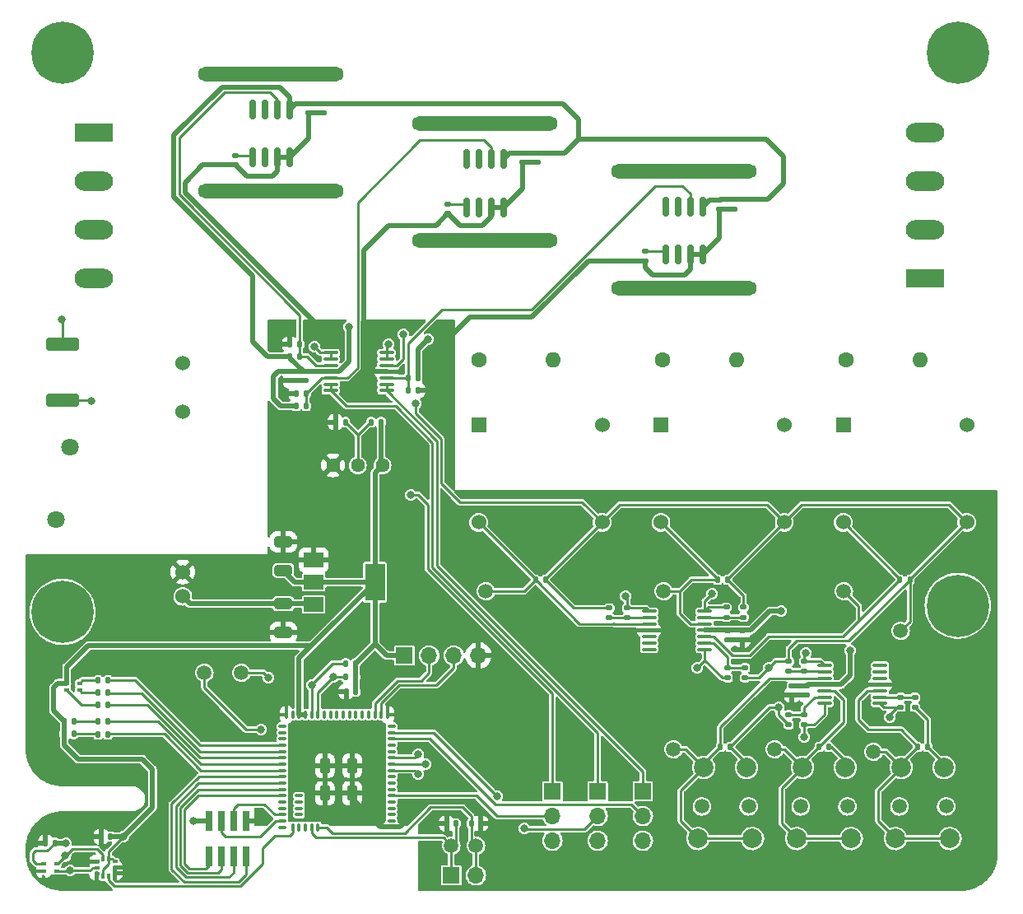
<source format=gtl>
%TF.GenerationSoftware,KiCad,Pcbnew,6.0.4-6f826c9f35~116~ubuntu20.04.1*%
%TF.CreationDate,2022-05-05T18:32:32+02:00*%
%TF.ProjectId,tfm,74666d2e-6b69-4636-9164-5f7063625858,1.0*%
%TF.SameCoordinates,Original*%
%TF.FileFunction,Copper,L1,Top*%
%TF.FilePolarity,Positive*%
%FSLAX46Y46*%
G04 Gerber Fmt 4.6, Leading zero omitted, Abs format (unit mm)*
G04 Created by KiCad (PCBNEW 6.0.4-6f826c9f35~116~ubuntu20.04.1) date 2022-05-05 18:32:32*
%MOMM*%
%LPD*%
G01*
G04 APERTURE LIST*
G04 Aperture macros list*
%AMRoundRect*
0 Rectangle with rounded corners*
0 $1 Rounding radius*
0 $2 $3 $4 $5 $6 $7 $8 $9 X,Y pos of 4 corners*
0 Add a 4 corners polygon primitive as box body*
4,1,4,$2,$3,$4,$5,$6,$7,$8,$9,$2,$3,0*
0 Add four circle primitives for the rounded corners*
1,1,$1+$1,$2,$3*
1,1,$1+$1,$4,$5*
1,1,$1+$1,$6,$7*
1,1,$1+$1,$8,$9*
0 Add four rect primitives between the rounded corners*
20,1,$1+$1,$2,$3,$4,$5,0*
20,1,$1+$1,$4,$5,$6,$7,0*
20,1,$1+$1,$6,$7,$8,$9,0*
20,1,$1+$1,$8,$9,$2,$3,0*%
G04 Aperture macros list end*
%TA.AperFunction,WasherPad*%
%ADD10C,1.500000*%
%TD*%
%TA.AperFunction,ComponentPad*%
%ADD11C,2.000000*%
%TD*%
%TA.AperFunction,SMDPad,CuDef*%
%ADD12RoundRect,0.135000X0.135000X0.185000X-0.135000X0.185000X-0.135000X-0.185000X0.135000X-0.185000X0*%
%TD*%
%TA.AperFunction,SMDPad,CuDef*%
%ADD13R,2.000000X1.500000*%
%TD*%
%TA.AperFunction,SMDPad,CuDef*%
%ADD14R,2.000000X3.800000*%
%TD*%
%TA.AperFunction,SMDPad,CuDef*%
%ADD15C,1.500000*%
%TD*%
%TA.AperFunction,SMDPad,CuDef*%
%ADD16RoundRect,0.135000X-0.135000X-0.185000X0.135000X-0.185000X0.135000X0.185000X-0.135000X0.185000X0*%
%TD*%
%TA.AperFunction,SMDPad,CuDef*%
%ADD17RoundRect,0.140000X-0.170000X0.140000X-0.170000X-0.140000X0.170000X-0.140000X0.170000X0.140000X0*%
%TD*%
%TA.AperFunction,SMDPad,CuDef*%
%ADD18RoundRect,0.135000X-0.185000X0.135000X-0.185000X-0.135000X0.185000X-0.135000X0.185000X0.135000X0*%
%TD*%
%TA.AperFunction,ComponentPad*%
%ADD19R,1.700000X1.700000*%
%TD*%
%TA.AperFunction,ComponentPad*%
%ADD20O,1.700000X1.700000*%
%TD*%
%TA.AperFunction,SMDPad,CuDef*%
%ADD21RoundRect,0.140000X0.140000X0.170000X-0.140000X0.170000X-0.140000X-0.170000X0.140000X-0.170000X0*%
%TD*%
%TA.AperFunction,SMDPad,CuDef*%
%ADD22R,0.750000X2.100000*%
%TD*%
%TA.AperFunction,WasherPad*%
%ADD23RoundRect,0.750000X6.750000X0.000000X6.750000X0.000000X-6.750000X0.000000X-6.750000X0.000000X0*%
%TD*%
%TA.AperFunction,SMDPad,CuDef*%
%ADD24RoundRect,0.150000X0.150000X-0.825000X0.150000X0.825000X-0.150000X0.825000X-0.150000X-0.825000X0*%
%TD*%
%TA.AperFunction,ComponentPad*%
%ADD25R,1.524000X1.524000*%
%TD*%
%TA.AperFunction,ComponentPad*%
%ADD26C,1.524000*%
%TD*%
%TA.AperFunction,SMDPad,CuDef*%
%ADD27RoundRect,0.147500X0.147500X0.172500X-0.147500X0.172500X-0.147500X-0.172500X0.147500X-0.172500X0*%
%TD*%
%TA.AperFunction,SMDPad,CuDef*%
%ADD28RoundRect,0.135000X0.185000X-0.135000X0.185000X0.135000X-0.185000X0.135000X-0.185000X-0.135000X0*%
%TD*%
%TA.AperFunction,SMDPad,CuDef*%
%ADD29R,0.500000X0.300000*%
%TD*%
%TA.AperFunction,SMDPad,CuDef*%
%ADD30RoundRect,0.100000X-0.637500X-0.100000X0.637500X-0.100000X0.637500X0.100000X-0.637500X0.100000X0*%
%TD*%
%TA.AperFunction,SMDPad,CuDef*%
%ADD31RoundRect,0.100000X0.637500X0.100000X-0.637500X0.100000X-0.637500X-0.100000X0.637500X-0.100000X0*%
%TD*%
%TA.AperFunction,SMDPad,CuDef*%
%ADD32RoundRect,0.250000X-1.425000X0.425000X-1.425000X-0.425000X1.425000X-0.425000X1.425000X0.425000X0*%
%TD*%
%TA.AperFunction,SMDPad,CuDef*%
%ADD33RoundRect,0.100000X-0.100000X0.175000X-0.100000X-0.175000X0.100000X-0.175000X0.100000X0.175000X0*%
%TD*%
%TA.AperFunction,SMDPad,CuDef*%
%ADD34RoundRect,0.100000X-0.175000X0.100000X-0.175000X-0.100000X0.175000X-0.100000X0.175000X0.100000X0*%
%TD*%
%TA.AperFunction,ComponentPad*%
%ADD35C,1.800000*%
%TD*%
%TA.AperFunction,ConnectorPad*%
%ADD36C,6.400000*%
%TD*%
%TA.AperFunction,ComponentPad*%
%ADD37C,3.600000*%
%TD*%
%TA.AperFunction,ComponentPad*%
%ADD38C,1.600000*%
%TD*%
%TA.AperFunction,ComponentPad*%
%ADD39O,1.600000X1.600000*%
%TD*%
%TA.AperFunction,SMDPad,CuDef*%
%ADD40RoundRect,0.250000X-0.650000X0.325000X-0.650000X-0.325000X0.650000X-0.325000X0.650000X0.325000X0*%
%TD*%
%TA.AperFunction,SMDPad,CuDef*%
%ADD41RoundRect,0.250000X0.650000X-0.325000X0.650000X0.325000X-0.650000X0.325000X-0.650000X-0.325000X0*%
%TD*%
%TA.AperFunction,SMDPad,CuDef*%
%ADD42R,0.500000X0.400000*%
%TD*%
%TA.AperFunction,SMDPad,CuDef*%
%ADD43RoundRect,0.140000X-0.140000X-0.170000X0.140000X-0.170000X0.140000X0.170000X-0.140000X0.170000X0*%
%TD*%
%TA.AperFunction,ComponentPad*%
%ADD44R,3.960000X1.980000*%
%TD*%
%TA.AperFunction,ComponentPad*%
%ADD45O,3.960000X1.980000*%
%TD*%
%TA.AperFunction,SMDPad,CuDef*%
%ADD46RoundRect,0.087500X0.312500X0.087500X-0.312500X0.087500X-0.312500X-0.087500X0.312500X-0.087500X0*%
%TD*%
%TA.AperFunction,SMDPad,CuDef*%
%ADD47RoundRect,0.087500X0.087500X0.312500X-0.087500X0.312500X-0.087500X-0.312500X0.087500X-0.312500X0*%
%TD*%
%TA.AperFunction,SMDPad,CuDef*%
%ADD48RoundRect,0.100000X0.400000X0.650000X-0.400000X0.650000X-0.400000X-0.650000X0.400000X-0.650000X0*%
%TD*%
%TA.AperFunction,ComponentPad*%
%ADD49C,1.440000*%
%TD*%
%TA.AperFunction,ViaPad*%
%ADD50C,0.800000*%
%TD*%
%TA.AperFunction,Conductor*%
%ADD51C,0.250000*%
%TD*%
%TA.AperFunction,Conductor*%
%ADD52C,0.500000*%
%TD*%
G04 APERTURE END LIST*
D10*
X182992000Y-128293000D03*
X178192000Y-128293000D03*
D11*
X183392000Y-131593000D03*
X177792000Y-131593000D03*
X178392000Y-124293000D03*
X182792000Y-124293000D03*
D12*
X191262000Y-122174000D03*
X190242000Y-122174000D03*
D13*
X128102000Y-102946000D03*
D14*
X134402000Y-105246000D03*
D13*
X128102000Y-105246000D03*
X128102000Y-107546000D03*
D15*
X120650000Y-114554000D03*
D16*
X126294000Y-87122000D03*
X127314000Y-87122000D03*
D17*
X178816000Y-115880000D03*
X178816000Y-116840000D03*
D18*
X170544000Y-107818000D03*
X170544000Y-108838000D03*
D12*
X170942000Y-122174000D03*
X169922000Y-122174000D03*
D17*
X171308000Y-65889000D03*
X171308000Y-66849000D03*
D12*
X151924000Y-104990000D03*
X150904000Y-104990000D03*
D17*
X151088000Y-61110000D03*
X151088000Y-62070000D03*
D15*
X164084000Y-106172000D03*
D19*
X137424000Y-112776000D03*
D20*
X139964000Y-112776000D03*
X142504000Y-112776000D03*
X145044000Y-112776000D03*
D17*
X149564000Y-61110000D03*
X149564000Y-62070000D03*
D12*
X131345000Y-88777000D03*
X130325000Y-88777000D03*
D17*
X170688000Y-110236000D03*
X170688000Y-111196000D03*
D15*
X188468000Y-110236000D03*
D21*
X101474000Y-132035000D03*
X100514000Y-132035000D03*
D19*
X152654000Y-126746000D03*
D20*
X152654000Y-129286000D03*
X152654000Y-131826000D03*
D18*
X178564000Y-113380000D03*
X178564000Y-114400000D03*
D22*
X117309000Y-129790000D03*
X117309000Y-133390000D03*
X118579000Y-129790000D03*
X118579000Y-133390000D03*
X119849000Y-129790000D03*
X119849000Y-133390000D03*
X121119000Y-129790000D03*
X121119000Y-133390000D03*
D12*
X138814000Y-84225000D03*
X137794000Y-84225000D03*
D23*
X145714000Y-70090000D03*
X145714000Y-58090000D03*
D24*
X143809000Y-66675000D03*
X145079000Y-66675000D03*
X146349000Y-66675000D03*
X147619000Y-66675000D03*
X147619000Y-61725000D03*
X146349000Y-61725000D03*
X145079000Y-61725000D03*
X143809000Y-61725000D03*
D19*
X142240000Y-135382000D03*
D20*
X144780000Y-135382000D03*
D18*
X160314000Y-107900000D03*
X160314000Y-108920000D03*
D25*
X182564000Y-89090000D03*
D26*
X195264000Y-89090000D03*
X195264000Y-99090000D03*
X182564000Y-99090000D03*
D10*
X193152000Y-128293000D03*
X188352000Y-128293000D03*
D11*
X193552000Y-131593000D03*
X187952000Y-131593000D03*
X188552000Y-124293000D03*
X192952000Y-124293000D03*
D27*
X103435000Y-119550000D03*
X102465000Y-119550000D03*
D18*
X172458000Y-114044000D03*
X172458000Y-115064000D03*
D16*
X105916000Y-119550000D03*
X106936000Y-119550000D03*
D28*
X178562000Y-119888000D03*
X178562000Y-118868000D03*
D18*
X176962000Y-118868000D03*
X176962000Y-119888000D03*
D15*
X116840000Y-114554000D03*
D16*
X105916000Y-120904000D03*
X106936000Y-120904000D03*
D29*
X101694000Y-134975000D03*
X101694000Y-134175000D03*
X100294000Y-134175000D03*
X100294000Y-134975000D03*
D30*
X129851500Y-81640000D03*
X129851500Y-82290000D03*
X129851500Y-82940000D03*
X129851500Y-83590000D03*
X129851500Y-84240000D03*
X129851500Y-84890000D03*
X129851500Y-85540000D03*
X135576500Y-85540000D03*
X135576500Y-84890000D03*
X135576500Y-84240000D03*
X135576500Y-83590000D03*
X135576500Y-82940000D03*
X135576500Y-82290000D03*
X135576500Y-81640000D03*
D15*
X165100000Y-122428000D03*
D12*
X132404000Y-113590000D03*
X131384000Y-113590000D03*
D17*
X169844000Y-65916000D03*
X169844000Y-66876000D03*
D15*
X175514000Y-122428000D03*
D31*
X168326500Y-112140000D03*
X168326500Y-111490000D03*
X168326500Y-110840000D03*
X168326500Y-110190000D03*
X168326500Y-109540000D03*
X168326500Y-108890000D03*
X168326500Y-108240000D03*
X162601500Y-108240000D03*
X162601500Y-108890000D03*
X162601500Y-109540000D03*
X162601500Y-110190000D03*
X162601500Y-110840000D03*
X162601500Y-111490000D03*
X162601500Y-112140000D03*
D12*
X127314000Y-85852000D03*
X126294000Y-85852000D03*
D32*
X102296000Y-80756000D03*
X102296000Y-86556000D03*
D16*
X105916000Y-115316000D03*
X106936000Y-115316000D03*
D33*
X107009000Y-133650000D03*
X106409000Y-133650000D03*
D34*
X105784000Y-133975000D03*
X105784000Y-134575000D03*
X105784000Y-135175000D03*
D33*
X106409000Y-135500000D03*
X107009000Y-135500000D03*
D34*
X107634000Y-135175000D03*
X107634000Y-134575000D03*
X107634000Y-133975000D03*
D28*
X188464000Y-118100000D03*
X188464000Y-117080000D03*
D12*
X189424000Y-104990000D03*
X188404000Y-104990000D03*
D35*
X102996000Y-91336000D03*
X101596000Y-98836000D03*
D16*
X105916000Y-116586000D03*
X106936000Y-116586000D03*
D23*
X123699000Y-52995000D03*
X123699000Y-64995000D03*
D24*
X121794000Y-61580000D03*
X123064000Y-61580000D03*
X124334000Y-61580000D03*
X125604000Y-61580000D03*
X125604000Y-56630000D03*
X124334000Y-56630000D03*
X123064000Y-56630000D03*
X121794000Y-56630000D03*
D28*
X158514000Y-108920000D03*
X158514000Y-107900000D03*
D36*
X194339000Y-107665000D03*
D37*
X194339000Y-107665000D03*
D18*
X189964000Y-117080000D03*
X189964000Y-118100000D03*
D17*
X125730000Y-83566000D03*
X125730000Y-84526000D03*
D23*
X166199000Y-62995000D03*
X166199000Y-74995000D03*
D24*
X164294000Y-71580000D03*
X165564000Y-71580000D03*
X166834000Y-71580000D03*
X168104000Y-71580000D03*
X168104000Y-66630000D03*
X166834000Y-66630000D03*
X165564000Y-66630000D03*
X164294000Y-66630000D03*
D38*
X182854000Y-82340000D03*
D39*
X190474000Y-82340000D03*
D19*
X161954000Y-126746000D03*
D20*
X161954000Y-129286000D03*
X161954000Y-131826000D03*
D38*
X145102000Y-82340000D03*
D39*
X152722000Y-82340000D03*
D17*
X127254000Y-83566000D03*
X127254000Y-84526000D03*
D12*
X170674000Y-104990000D03*
X169654000Y-104990000D03*
D40*
X124968000Y-107442000D03*
X124968000Y-110392000D03*
D15*
X185674000Y-122682000D03*
D37*
X102264000Y-50800000D03*
D36*
X102264000Y-50800000D03*
D26*
X114619000Y-82685000D03*
X114619000Y-87685000D03*
X114619000Y-104185000D03*
X114619000Y-106685000D03*
D17*
X141920000Y-66384000D03*
X141920000Y-67344000D03*
D41*
X124968000Y-104042000D03*
X124968000Y-101092000D03*
D10*
X168032000Y-128293000D03*
X172832000Y-128293000D03*
D11*
X167632000Y-131593000D03*
X173232000Y-131593000D03*
X168232000Y-124293000D03*
X172632000Y-124293000D03*
D21*
X142720000Y-130048000D03*
X141760000Y-130048000D03*
D37*
X102264000Y-108300000D03*
D36*
X102264000Y-108300000D03*
D25*
X163814000Y-89090000D03*
D26*
X176514000Y-89090000D03*
X176514000Y-99090000D03*
X163814000Y-99090000D03*
D12*
X132394000Y-114990000D03*
X131374000Y-114990000D03*
D19*
X157304000Y-126746000D03*
D20*
X157304000Y-129286000D03*
X157304000Y-131826000D03*
D42*
X102694000Y-115636000D03*
X102694000Y-116336000D03*
X103994000Y-116336000D03*
X103994000Y-115636000D03*
D16*
X105916000Y-117850000D03*
X106936000Y-117850000D03*
D27*
X103400000Y-120850000D03*
X102430000Y-120850000D03*
D28*
X170688000Y-115064000D03*
X170688000Y-114044000D03*
D15*
X145796000Y-106172000D03*
D12*
X135030000Y-88777000D03*
X134010000Y-88777000D03*
D43*
X106229000Y-131400000D03*
X107189000Y-131400000D03*
D17*
X127608000Y-56050000D03*
X127608000Y-57010000D03*
D44*
X105514000Y-58990000D03*
D45*
X105514000Y-63990000D03*
X105514000Y-68990000D03*
X105514000Y-73990000D03*
D17*
X177292000Y-115880000D03*
X177292000Y-116840000D03*
D30*
X180631500Y-113805000D03*
X180631500Y-114455000D03*
X180631500Y-115105000D03*
X180631500Y-115755000D03*
X180631500Y-116405000D03*
X180631500Y-117055000D03*
X180631500Y-117705000D03*
X186356500Y-117705000D03*
X186356500Y-117055000D03*
X186356500Y-116405000D03*
X186356500Y-115755000D03*
X186356500Y-115105000D03*
X186356500Y-114455000D03*
X186356500Y-113805000D03*
D12*
X126648000Y-80772000D03*
X125628000Y-80772000D03*
D38*
X163978000Y-82340000D03*
D39*
X171598000Y-82340000D03*
D17*
X129132000Y-56050000D03*
X129132000Y-57010000D03*
X162240000Y-71238000D03*
X162240000Y-72198000D03*
D46*
X136090000Y-130444000D03*
X136090000Y-129794000D03*
X136090000Y-129144000D03*
X136090000Y-128494000D03*
X136090000Y-127844000D03*
X136090000Y-127194000D03*
X136090000Y-126544000D03*
X136090000Y-125894000D03*
X136090000Y-125244000D03*
X136090000Y-124594000D03*
X136090000Y-123944000D03*
X136090000Y-123294000D03*
X136090000Y-122644000D03*
X136090000Y-121994000D03*
X136090000Y-121344000D03*
X136090000Y-120694000D03*
X136090000Y-120044000D03*
D47*
X135690000Y-118844000D03*
X135040000Y-118844000D03*
X134390000Y-118844000D03*
X133740000Y-118844000D03*
X133090000Y-118844000D03*
X132440000Y-118844000D03*
X131790000Y-118844000D03*
X131140000Y-118844000D03*
X130490000Y-118844000D03*
X129840000Y-118844000D03*
X129190000Y-118844000D03*
X128540000Y-118844000D03*
X127890000Y-118844000D03*
X127240000Y-118844000D03*
X126590000Y-118844000D03*
X125940000Y-118844000D03*
X125290000Y-118844000D03*
D46*
X124890000Y-120044000D03*
X124890000Y-120694000D03*
X124890000Y-121344000D03*
X124890000Y-121994000D03*
X124890000Y-122644000D03*
X124890000Y-123294000D03*
X124890000Y-123944000D03*
X124890000Y-124594000D03*
X124890000Y-125244000D03*
X124890000Y-125894000D03*
X124890000Y-126544000D03*
X124890000Y-127194000D03*
X124890000Y-127844000D03*
X124890000Y-128494000D03*
X124890000Y-129144000D03*
X124890000Y-129794000D03*
X124890000Y-130444000D03*
D47*
X125940000Y-130444000D03*
X126590000Y-130444000D03*
X127240000Y-130444000D03*
X127890000Y-130444000D03*
X128540000Y-130444000D03*
D46*
X126590000Y-129144000D03*
X126590000Y-128494000D03*
X126590000Y-127844000D03*
X126590000Y-127194000D03*
D48*
X129240000Y-126944000D03*
X129240000Y-124094000D03*
X132040000Y-124094000D03*
X132040000Y-126944000D03*
D49*
X135165000Y-93222000D03*
X132625000Y-93222000D03*
X130085000Y-93222000D03*
D25*
X145064000Y-89090000D03*
D26*
X157764000Y-89090000D03*
X157764000Y-99090000D03*
X145064000Y-99090000D03*
D12*
X181102000Y-122174000D03*
X180082000Y-122174000D03*
D15*
X182626000Y-106172000D03*
D17*
X120076000Y-61360000D03*
X120076000Y-62320000D03*
D16*
X125628000Y-82042000D03*
X126648000Y-82042000D03*
D15*
X144780000Y-132334000D03*
D36*
X194339000Y-50800000D03*
D37*
X194339000Y-50800000D03*
D43*
X144300000Y-130048000D03*
X145260000Y-130048000D03*
D15*
X142240000Y-132334000D03*
D28*
X176964000Y-114400000D03*
X176964000Y-113380000D03*
D16*
X137794000Y-85495000D03*
X138814000Y-85495000D03*
D44*
X191014000Y-74015000D03*
D45*
X191014000Y-69015000D03*
X191014000Y-64015000D03*
X191014000Y-59015000D03*
D17*
X172212000Y-110236000D03*
X172212000Y-111196000D03*
D28*
X172314000Y-108838000D03*
X172314000Y-107818000D03*
D21*
X132394000Y-116490000D03*
X131434000Y-116490000D03*
D50*
X115714000Y-129790000D03*
X108514000Y-131390000D03*
X102614000Y-132090000D03*
X111082666Y-112776000D03*
X140716000Y-125984000D03*
X141732000Y-87884000D03*
X138176000Y-128524000D03*
X112424000Y-135636000D03*
X124460000Y-89323334D03*
X130302000Y-111506000D03*
X105664000Y-112776000D03*
X124968000Y-85852000D03*
X141732000Y-80518000D03*
X141732000Y-82973333D03*
X154940000Y-126746000D03*
X141732000Y-85428666D03*
X124206000Y-79248000D03*
X114046000Y-124968000D03*
X129950000Y-80264000D03*
X176022000Y-111760000D03*
X104296000Y-135636000D03*
X159766000Y-124968000D03*
X113791999Y-112776000D03*
X189484000Y-119634000D03*
X170688000Y-106426000D03*
X124460000Y-94234000D03*
X108373333Y-112776000D03*
X178435000Y-105664000D03*
X181102000Y-112268000D03*
X141986000Y-125984000D03*
X108868000Y-135636000D03*
X124206000Y-80518000D03*
X153416000Y-121920000D03*
X104296000Y-134112000D03*
X124460000Y-96689334D03*
X124460000Y-91778667D03*
X140208000Y-130302000D03*
X132334000Y-111506000D03*
X122838000Y-129540000D03*
X179832000Y-105664000D03*
X176022000Y-116078000D03*
X134014000Y-84582000D03*
X110646000Y-135636000D03*
X155194000Y-121920000D03*
X177038000Y-105664000D03*
X176178000Y-108204000D03*
X131728000Y-78994000D03*
X183290000Y-112268000D03*
X139856000Y-80264000D03*
X102214000Y-78232000D03*
X105214000Y-86590000D03*
X128172000Y-81026000D03*
X138078000Y-96266000D03*
X178718000Y-112522000D03*
X146972299Y-127249701D03*
X149762000Y-130556000D03*
X178562000Y-121158000D03*
X187354000Y-119126000D03*
X127890000Y-115824000D03*
X122682000Y-120396000D03*
X102551902Y-133383902D03*
X103026000Y-134874000D03*
X123444000Y-115062000D03*
X130120000Y-114990000D03*
X137316000Y-79756000D03*
X167542000Y-114046000D03*
X139602000Y-123952000D03*
X169066000Y-106426000D03*
X138840000Y-124968000D03*
X138840000Y-122936000D03*
X160176000Y-106680000D03*
X175924000Y-118110000D03*
X138586000Y-86868000D03*
X135792000Y-80772000D03*
X174908000Y-114046000D03*
D51*
X99216000Y-133858000D02*
X99216000Y-133096000D01*
D52*
X134402000Y-93985000D02*
X135165000Y-93222000D01*
D51*
X106409000Y-134793000D02*
X106409000Y-135500000D01*
X100673930Y-132842000D02*
X101474000Y-132041930D01*
X99533000Y-134175000D02*
X99216000Y-133858000D01*
X99216000Y-133096000D02*
X99470000Y-132842000D01*
D52*
X111506000Y-128398000D02*
X108514000Y-131390000D01*
X102694000Y-113968000D02*
X102694000Y-115636000D01*
X134402000Y-105246000D02*
X134402000Y-93985000D01*
X135030000Y-88777000D02*
X135030000Y-93087000D01*
X108514000Y-131390000D02*
X107199000Y-131390000D01*
X134402000Y-105246000D02*
X134402000Y-111592000D01*
X101346000Y-118431000D02*
X101346000Y-116078000D01*
D51*
X107009000Y-133650000D02*
X107309000Y-133650000D01*
D52*
X117309000Y-129790000D02*
X115714000Y-129790000D01*
D51*
X101474000Y-132041930D02*
X101474000Y-132035000D01*
D52*
X110490000Y-123444000D02*
X111506000Y-124460000D01*
X134402000Y-111592000D02*
X132404000Y-113590000D01*
X128102000Y-105246000D02*
X126172000Y-105246000D01*
X107199000Y-131390000D02*
X107189000Y-131400000D01*
X132394000Y-116490000D02*
X132394000Y-114990000D01*
X104902000Y-111760000D02*
X102694000Y-113968000D01*
X126590000Y-113058000D02*
X128968000Y-110680000D01*
X128102000Y-105246000D02*
X134402000Y-105246000D01*
D51*
X107009000Y-133650000D02*
X107009000Y-132895000D01*
D52*
X101529000Y-132090000D02*
X101474000Y-132035000D01*
X101346000Y-116078000D02*
X101788000Y-115636000D01*
D51*
X107009000Y-133650000D02*
X107009000Y-134193000D01*
X99470000Y-132842000D02*
X100673930Y-132842000D01*
X107309000Y-133650000D02*
X107634000Y-133975000D01*
D52*
X102614000Y-132090000D02*
X101529000Y-132090000D01*
X135586000Y-112776000D02*
X134402000Y-111592000D01*
X102465000Y-120815000D02*
X102430000Y-120850000D01*
X102465000Y-119550000D02*
X101346000Y-118431000D01*
X111506000Y-124460000D02*
X111506000Y-128398000D01*
X132404000Y-113590000D02*
X132404000Y-114980000D01*
X102430000Y-120850000D02*
X102430000Y-121988000D01*
X132404000Y-114980000D02*
X132394000Y-114990000D01*
X102430000Y-121988000D02*
X103886000Y-123444000D01*
X137424000Y-112776000D02*
X135586000Y-112776000D01*
D51*
X100294000Y-134175000D02*
X99533000Y-134175000D01*
X107009000Y-134193000D02*
X106409000Y-134793000D01*
D52*
X103886000Y-123444000D02*
X110490000Y-123444000D01*
X101788000Y-115636000D02*
X102694000Y-115636000D01*
X127888000Y-111760000D02*
X104902000Y-111760000D01*
X126590000Y-118844000D02*
X126590000Y-113058000D01*
X126172000Y-105246000D02*
X124968000Y-104042000D01*
X128968000Y-110680000D02*
X134402000Y-105246000D01*
X127240000Y-118844000D02*
X126590000Y-118844000D01*
X102465000Y-119550000D02*
X102465000Y-120815000D01*
D51*
X107009000Y-132895000D02*
X108514000Y-131390000D01*
D52*
X135030000Y-93087000D02*
X135165000Y-93222000D01*
X147619000Y-66675000D02*
X146349000Y-66675000D01*
X144174000Y-77978000D02*
X141634000Y-80518000D01*
X124334000Y-63020000D02*
X123854000Y-63500000D01*
X169844000Y-66876000D02*
X169844000Y-69840000D01*
X146349000Y-67675000D02*
X146349000Y-66675000D01*
X149564000Y-62070000D02*
X149564000Y-64730000D01*
X169844000Y-69840000D02*
X168104000Y-71580000D01*
X166834000Y-73098000D02*
X166272000Y-73660000D01*
X141920000Y-67344000D02*
X143156000Y-68580000D01*
X134292000Y-83590000D02*
X133252000Y-82550000D01*
X133252000Y-71120000D02*
X135792000Y-68580000D01*
X123854000Y-63500000D02*
X121256000Y-63500000D01*
X116652000Y-62320000D02*
X114838040Y-64133960D01*
X132040000Y-127509000D02*
X132040000Y-126944000D01*
X120076000Y-62320000D02*
X116652000Y-62320000D01*
X166272000Y-73660000D02*
X162970000Y-73660000D01*
X168104000Y-71580000D02*
X166834000Y-71580000D01*
X114838040Y-65152040D02*
X129950000Y-80264000D01*
X166834000Y-71580000D02*
X166834000Y-73098000D01*
X125604000Y-61580000D02*
X127608000Y-59576000D01*
X134949520Y-130418520D02*
X132040000Y-127509000D01*
X162240000Y-72198000D02*
X156318494Y-72198000D01*
X169871000Y-66849000D02*
X169844000Y-66876000D01*
X162240000Y-72930000D02*
X162240000Y-72198000D01*
X156318494Y-72198000D02*
X150538494Y-77978000D01*
X133252000Y-82550000D02*
X133252000Y-71120000D01*
X138176000Y-129188000D02*
X138176000Y-128524000D01*
X162970000Y-73660000D02*
X162240000Y-72930000D01*
X135576500Y-83590000D02*
X134292000Y-83590000D01*
X140684000Y-68580000D02*
X141920000Y-67344000D01*
X136945480Y-130418520D02*
X134949520Y-130418520D01*
X149564000Y-64730000D02*
X147619000Y-66675000D01*
X121256000Y-63500000D02*
X120076000Y-62320000D01*
X151088000Y-62070000D02*
X149564000Y-62070000D01*
X150538494Y-77978000D02*
X144174000Y-77978000D01*
X136945480Y-130418520D02*
X138176000Y-129188000D01*
X145444000Y-68580000D02*
X146349000Y-67675000D01*
X127608000Y-57010000D02*
X129132000Y-57010000D01*
X127608000Y-59576000D02*
X127608000Y-57010000D01*
X143156000Y-68580000D02*
X145444000Y-68580000D01*
X135792000Y-68580000D02*
X140684000Y-68580000D01*
X124334000Y-61580000D02*
X125604000Y-61580000D01*
X171308000Y-66849000D02*
X169871000Y-66849000D01*
X114838040Y-64133960D02*
X114838040Y-65152040D01*
X124334000Y-61580000D02*
X124334000Y-63020000D01*
X155350000Y-59690000D02*
X174654000Y-59690000D01*
X168326500Y-110190000D02*
X173020000Y-110190000D01*
X153742000Y-56050000D02*
X155350000Y-57658000D01*
X155350000Y-59690000D02*
X153930000Y-61110000D01*
X180631500Y-115755000D02*
X178941000Y-115755000D01*
X175006000Y-108204000D02*
X176178000Y-108204000D01*
D51*
X127916000Y-107360000D02*
X128102000Y-107546000D01*
D52*
X123376025Y-54315481D02*
X118676025Y-54315481D01*
X124575480Y-54315480D02*
X123376025Y-54315481D01*
X176432000Y-64262000D02*
X174805000Y-65889000D01*
X138814000Y-81306000D02*
X139856000Y-80264000D01*
X114619000Y-106685000D02*
X115376000Y-107442000D01*
X121822000Y-73760988D02*
X121822000Y-80518000D01*
X138814000Y-84225000D02*
X138814000Y-81306000D01*
X183290000Y-112268000D02*
X183290000Y-114808000D01*
X118676025Y-54315481D02*
X113689001Y-59302505D01*
X127049364Y-83590000D02*
X125628000Y-82168636D01*
X169844000Y-65916000D02*
X168818000Y-65916000D01*
X171308000Y-65889000D02*
X169871000Y-65889000D01*
X113689001Y-65627989D02*
X121822000Y-73760988D01*
X127254000Y-83566000D02*
X125730000Y-83566000D01*
X129132000Y-56050000D02*
X153742000Y-56050000D01*
X125604000Y-56630000D02*
X125604000Y-55344000D01*
X125604000Y-56630000D02*
X126184000Y-56050000D01*
X126294000Y-87122000D02*
X124714000Y-87122000D01*
X178941000Y-115755000D02*
X178816000Y-115880000D01*
X174654000Y-59690000D02*
X176432000Y-61468000D01*
X127998000Y-107442000D02*
X128102000Y-107546000D01*
X155350000Y-57658000D02*
X155350000Y-59690000D01*
X153930000Y-61110000D02*
X151088000Y-61110000D01*
X130715658Y-83590480D02*
X129696000Y-83590480D01*
X168818000Y-65916000D02*
X168104000Y-66630000D01*
X169871000Y-65889000D02*
X169844000Y-65916000D01*
X126184000Y-56050000D02*
X127608000Y-56050000D01*
X124714000Y-87122000D02*
X123952000Y-86360000D01*
X131728000Y-78994000D02*
X131728000Y-82578138D01*
X176432000Y-61468000D02*
X176432000Y-64262000D01*
X148234000Y-61110000D02*
X147619000Y-61725000D01*
X123952000Y-84074000D02*
X124460000Y-83566000D01*
X174805000Y-65889000D02*
X171308000Y-65889000D01*
X129696000Y-83590480D02*
X129696480Y-83590000D01*
X183290000Y-114808000D02*
X182343000Y-115755000D01*
X124460000Y-83566000D02*
X125730000Y-83566000D01*
X115376000Y-107442000D02*
X124968000Y-107442000D01*
X131728000Y-82578138D02*
X130715658Y-83590480D01*
D51*
X127896000Y-107340000D02*
X128102000Y-107546000D01*
D52*
X125628000Y-82168636D02*
X125628000Y-82042000D01*
X177292000Y-115880000D02*
X178816000Y-115880000D01*
X149564000Y-61110000D02*
X151088000Y-61110000D01*
X182343000Y-115755000D02*
X180631500Y-115755000D01*
X124968000Y-107442000D02*
X127998000Y-107442000D01*
X121822000Y-80518000D02*
X123346000Y-82042000D01*
X123346000Y-82042000D02*
X125628000Y-82042000D01*
X129851500Y-83590000D02*
X127049364Y-83590000D01*
X113689001Y-59302505D02*
X113689001Y-65627989D01*
X173020000Y-110190000D02*
X175006000Y-108204000D01*
X123952000Y-86360000D02*
X123952000Y-84074000D01*
X129696480Y-83590000D02*
X129851500Y-83590000D01*
X125604000Y-55344000D02*
X124575480Y-54315480D01*
X149564000Y-61110000D02*
X148234000Y-61110000D01*
X127608000Y-56050000D02*
X129132000Y-56050000D01*
D51*
X142720000Y-130048000D02*
X142720000Y-131854000D01*
X141419520Y-131513520D02*
X142240000Y-132334000D01*
X127890000Y-130444000D02*
X127890000Y-131051000D01*
X127890000Y-131051000D02*
X128352520Y-131513520D01*
X142720000Y-131854000D02*
X142240000Y-132334000D01*
X128352520Y-131513520D02*
X141419520Y-131513520D01*
X142240000Y-132334000D02*
X142240000Y-135382000D01*
X144780000Y-132334000D02*
X144780000Y-135382000D01*
X130048000Y-131064000D02*
X137440000Y-131064000D01*
X129428000Y-130444000D02*
X130048000Y-131064000D01*
X140114000Y-128390000D02*
X143414000Y-128390000D01*
X128540000Y-130444000D02*
X129428000Y-130444000D01*
X144300000Y-129276000D02*
X144300000Y-130048000D01*
X137440000Y-131064000D02*
X140114000Y-128390000D01*
X143414000Y-128390000D02*
X144300000Y-129276000D01*
X144300000Y-131854000D02*
X144780000Y-132334000D01*
X144300000Y-130048000D02*
X144300000Y-131854000D01*
X121574000Y-61360000D02*
X121794000Y-61580000D01*
X120076000Y-61360000D02*
X121574000Y-61360000D01*
X143518000Y-66384000D02*
X143809000Y-66675000D01*
X141920000Y-66384000D02*
X143518000Y-66384000D01*
X163952000Y-71238000D02*
X164294000Y-71580000D01*
X162240000Y-71238000D02*
X163952000Y-71238000D01*
X105916000Y-120904000D02*
X105862000Y-120850000D01*
X105862000Y-120850000D02*
X103400000Y-120850000D01*
X103435000Y-119550000D02*
X105916000Y-119550000D01*
X105916000Y-117850000D02*
X104208000Y-117850000D01*
X104208000Y-117850000D02*
X102694000Y-116336000D01*
X103994000Y-116336000D02*
X104244000Y-116586000D01*
X104244000Y-116586000D02*
X105916000Y-116586000D01*
X102214000Y-78232000D02*
X102296000Y-78314000D01*
X102296000Y-78314000D02*
X102296000Y-80756000D01*
X105180000Y-86556000D02*
X102296000Y-86556000D01*
X105214000Y-86590000D02*
X105180000Y-86556000D01*
X138078000Y-96266000D02*
X138840000Y-96266000D01*
X152654000Y-116685434D02*
X152654000Y-126746000D01*
X139856000Y-103887434D02*
X152654000Y-116685434D01*
X139856000Y-97282000D02*
X139856000Y-103887434D01*
X129851500Y-81640000D02*
X128786000Y-81640000D01*
X128786000Y-81640000D02*
X128172000Y-81026000D01*
X138840000Y-96266000D02*
X139856000Y-97282000D01*
X129851500Y-81640000D02*
X129851500Y-82290000D01*
X152654000Y-129286000D02*
X146968000Y-129286000D01*
X146968000Y-129286000D02*
X144876000Y-127194000D01*
X144876000Y-127194000D02*
X136090000Y-127194000D01*
X180206500Y-113380000D02*
X180631500Y-113805000D01*
X178564000Y-113380000D02*
X178564000Y-112676000D01*
X178564000Y-113380000D02*
X180206500Y-113380000D01*
X178564000Y-112676000D02*
X178718000Y-112522000D01*
X129851500Y-85540000D02*
X129851500Y-84890000D01*
X131451020Y-87139520D02*
X133200198Y-87139520D01*
X157304000Y-120699718D02*
X157304000Y-126746000D01*
X140305520Y-90904738D02*
X140305520Y-103701238D01*
X140305520Y-103701238D02*
X157304000Y-120699718D01*
X133217718Y-87122000D02*
X136522782Y-87122000D01*
X129851500Y-85540000D02*
X131451020Y-87139520D01*
X133200198Y-87139520D02*
X133217718Y-87122000D01*
X136522782Y-87122000D02*
X140305520Y-90904738D01*
X155938511Y-130651489D02*
X149857489Y-130651489D01*
X140416598Y-120694000D02*
X136090000Y-120694000D01*
X149857489Y-130651489D02*
X149762000Y-130556000D01*
X146972299Y-127249701D02*
X140416598Y-120694000D01*
X157304000Y-129286000D02*
X155938511Y-130651489D01*
X179578000Y-119888000D02*
X178562000Y-119888000D01*
X180631500Y-117705000D02*
X180631500Y-118834500D01*
X178562000Y-121158000D02*
X178562000Y-119888000D01*
X180631500Y-118834500D02*
X179578000Y-119888000D01*
X135576500Y-85540000D02*
X140755040Y-90718541D01*
X140755040Y-103515040D02*
X161954000Y-124714000D01*
X161954000Y-124714000D02*
X161954000Y-126746000D01*
X140755040Y-90718541D02*
X140755040Y-103515040D01*
X135576500Y-84890000D02*
X135576500Y-85540000D01*
X146809489Y-128111489D02*
X140042000Y-121344000D01*
X140042000Y-121344000D02*
X136090000Y-121344000D01*
X161954000Y-129286000D02*
X160779489Y-128111489D01*
X160779489Y-128111489D02*
X146809489Y-128111489D01*
X188464000Y-118100000D02*
X188126000Y-118100000D01*
X187354000Y-118872000D02*
X187354000Y-119126000D01*
X188126000Y-118100000D02*
X187354000Y-118872000D01*
X188126000Y-118100000D02*
X186751500Y-118100000D01*
X186751500Y-118100000D02*
X186356500Y-117705000D01*
X114814000Y-128610956D02*
X116230956Y-127194000D01*
X117309000Y-133390000D02*
X117309000Y-134395000D01*
X116230956Y-127194000D02*
X124890000Y-127194000D01*
X114814000Y-134190000D02*
X114814000Y-128610956D01*
X117014000Y-134690000D02*
X115314000Y-134690000D01*
X115314000Y-134690000D02*
X114814000Y-134190000D01*
X117309000Y-134395000D02*
X117014000Y-134690000D01*
X124210000Y-129794000D02*
X124890000Y-129794000D01*
X118579000Y-130955000D02*
X119014000Y-131390000D01*
X122614000Y-131390000D02*
X124210000Y-129794000D01*
X119014000Y-131390000D02*
X122614000Y-131390000D01*
X118579000Y-129790000D02*
X118579000Y-130955000D01*
X114364480Y-134376197D02*
X114364480Y-128424758D01*
X118579000Y-134825960D02*
X118265440Y-135139520D01*
X118579000Y-133390000D02*
X118579000Y-134825960D01*
X118265440Y-135139520D02*
X115127802Y-135139520D01*
X114364480Y-128424758D02*
X116245238Y-126544000D01*
X116245238Y-126544000D02*
X124890000Y-126544000D01*
X115127802Y-135139520D02*
X114364480Y-134376197D01*
X119849000Y-128555000D02*
X120314000Y-128090000D01*
X124068000Y-129144000D02*
X124890000Y-129144000D01*
X120314000Y-128090000D02*
X123014000Y-128090000D01*
X123014000Y-128090000D02*
X124068000Y-129144000D01*
X119849000Y-129790000D02*
X119849000Y-128555000D01*
X119365441Y-135589039D02*
X114941604Y-135589039D01*
X116259520Y-125894000D02*
X124890000Y-125894000D01*
X113914960Y-134562394D02*
X113914960Y-128238561D01*
X114941604Y-135589039D02*
X113914960Y-134562394D01*
X113914960Y-128238561D02*
X116259520Y-125894000D01*
X119849000Y-133390000D02*
X119849000Y-135105480D01*
X119849000Y-135105480D02*
X119365441Y-135589039D01*
X113465440Y-134748591D02*
X113465440Y-128052364D01*
X121119000Y-135285000D02*
X120365442Y-136038558D01*
X121119000Y-133390000D02*
X121119000Y-135285000D01*
X116273802Y-125244000D02*
X124890000Y-125244000D01*
X120365442Y-136038558D02*
X114755406Y-136038558D01*
X113465440Y-128052364D02*
X116273802Y-125244000D01*
X114755406Y-136038558D02*
X113465440Y-134748591D01*
X106936000Y-120904000D02*
X106990000Y-120850000D01*
X106990000Y-120850000D02*
X112719128Y-120850000D01*
X116463128Y-124594000D02*
X124890000Y-124594000D01*
X112719128Y-120850000D02*
X116463128Y-124594000D01*
X116448846Y-123944000D02*
X124890000Y-123944000D01*
X106936000Y-119550000D02*
X112054846Y-119550000D01*
X112054846Y-119550000D02*
X116448846Y-123944000D01*
X106936000Y-117850000D02*
X110990564Y-117850000D01*
X116434564Y-123294000D02*
X124890000Y-123294000D01*
X110990564Y-117850000D02*
X116434564Y-123294000D01*
X116420282Y-122644000D02*
X124890000Y-122644000D01*
X110426282Y-116650000D02*
X116420282Y-122644000D01*
X106936000Y-116586000D02*
X107000000Y-116650000D01*
X107000000Y-116650000D02*
X110426282Y-116650000D01*
X106936000Y-115316000D02*
X109728000Y-115316000D01*
X109728000Y-115316000D02*
X116406000Y-121994000D01*
X116406000Y-121994000D02*
X124890000Y-121994000D01*
X116840000Y-114554000D02*
X116840000Y-116078000D01*
X118618000Y-117856000D02*
X121158000Y-120396000D01*
X106409000Y-133650000D02*
X106409000Y-133285000D01*
X106409000Y-133285000D02*
X105814000Y-132690000D01*
X127890000Y-115824000D02*
X127890000Y-118844000D01*
X130014000Y-113590000D02*
X130100000Y-113590000D01*
X103245804Y-132690000D02*
X101760804Y-134175000D01*
X116840000Y-116078000D02*
X118618000Y-117856000D01*
X127890000Y-115824000D02*
X127890000Y-115714000D01*
X121158000Y-120396000D02*
X122682000Y-120396000D01*
X127890000Y-115714000D02*
X130014000Y-113590000D01*
X131384000Y-113590000D02*
X130100000Y-113590000D01*
X105814000Y-132690000D02*
X103245804Y-132690000D01*
X101760804Y-134175000D02*
X101694000Y-134175000D01*
X122936000Y-114554000D02*
X120650000Y-114554000D01*
X103026000Y-134874000D02*
X102925000Y-134975000D01*
X105058000Y-134874000D02*
X103026000Y-134874000D01*
X128540000Y-116570000D02*
X128540000Y-118844000D01*
X105784000Y-134575000D02*
X105357000Y-134575000D01*
X131374000Y-114990000D02*
X130120000Y-114990000D01*
X123444000Y-115062000D02*
X122936000Y-114554000D01*
X105357000Y-134575000D02*
X105058000Y-134874000D01*
X130120000Y-114990000D02*
X128540000Y-116570000D01*
X102925000Y-134975000D02*
X101694000Y-134975000D01*
X135576500Y-82940000D02*
X136672000Y-82940000D01*
X132625000Y-93222000D02*
X132625000Y-90057000D01*
X137316000Y-82296000D02*
X137316000Y-79756000D01*
X134010000Y-88777000D02*
X133905000Y-88777000D01*
X133905000Y-88777000D02*
X132625000Y-90057000D01*
X136672000Y-82940000D02*
X137316000Y-82296000D01*
X132625000Y-90057000D02*
X131345000Y-88777000D01*
X128308000Y-82940000D02*
X129851500Y-82940000D01*
X126648000Y-80772000D02*
X126648000Y-82042000D01*
X126648000Y-82042000D02*
X127410000Y-82042000D01*
X114263521Y-65390015D02*
X126648000Y-77774494D01*
X126648000Y-77774494D02*
X126648000Y-80772000D01*
X114263520Y-59540480D02*
X114263521Y-65390015D01*
X118914000Y-54890000D02*
X114263520Y-59540480D01*
X123614000Y-54890000D02*
X118914000Y-54890000D01*
X124334000Y-56630000D02*
X124334000Y-55610000D01*
X124334000Y-55610000D02*
X123614000Y-54890000D01*
X127410000Y-82042000D02*
X128308000Y-82940000D01*
X132614000Y-66190000D02*
X132614000Y-83190000D01*
X146349000Y-60525000D02*
X145614000Y-59790000D01*
X127314000Y-85852000D02*
X127314000Y-87122000D01*
X131564000Y-84240000D02*
X129851500Y-84240000D01*
X129851500Y-84240000D02*
X128926000Y-84240000D01*
X139014000Y-59790000D02*
X132614000Y-66190000D01*
X146349000Y-61725000D02*
X146349000Y-60525000D01*
X132614000Y-83190000D02*
X131564000Y-84240000D01*
X128926000Y-84240000D02*
X127314000Y-85852000D01*
X145614000Y-59790000D02*
X139014000Y-59790000D01*
X166834000Y-65310000D02*
X166014000Y-64490000D01*
X135576500Y-84240000D02*
X137779000Y-84240000D01*
X141314000Y-77190000D02*
X137794000Y-80710000D01*
X150514000Y-77190000D02*
X141314000Y-77190000D01*
X137794000Y-80710000D02*
X137794000Y-84225000D01*
X137779000Y-84240000D02*
X137794000Y-84225000D01*
X166014000Y-64490000D02*
X163214000Y-64490000D01*
X137794000Y-84225000D02*
X137794000Y-85495000D01*
X166834000Y-66630000D02*
X166834000Y-65310000D01*
X163214000Y-64490000D02*
X150514000Y-77190000D01*
X172942282Y-112776000D02*
X174878283Y-110840000D01*
X188404000Y-104990000D02*
X188404000Y-104930000D01*
X188404000Y-104930000D02*
X182564000Y-99090000D01*
X168326500Y-110840000D02*
X169264181Y-110840000D01*
X171200181Y-112776000D02*
X172942282Y-112776000D01*
X184162000Y-109232000D02*
X188404000Y-104990000D01*
X169264181Y-110840000D02*
X171200181Y-112776000D01*
X182626000Y-106172000D02*
X184162000Y-107708000D01*
X182554000Y-110840000D02*
X184162000Y-109232000D01*
X184162000Y-107708000D02*
X184162000Y-109232000D01*
X174878283Y-110840000D02*
X182554000Y-110840000D01*
X165764000Y-108458000D02*
X166846000Y-109540000D01*
X169654000Y-104930000D02*
X163814000Y-99090000D01*
X169654000Y-104990000D02*
X166946000Y-104990000D01*
X165764000Y-106172000D02*
X165764000Y-108458000D01*
X165764000Y-106172000D02*
X164084000Y-106172000D01*
X166846000Y-109540000D02*
X168326500Y-109540000D01*
X169654000Y-104990000D02*
X169654000Y-104930000D01*
X166946000Y-104990000D02*
X165764000Y-106172000D01*
X158889339Y-109514520D02*
X155428520Y-109514520D01*
X150904000Y-104930000D02*
X150904000Y-104990000D01*
X155428520Y-109514520D02*
X150904000Y-104990000D01*
X158995859Y-109540000D02*
X158929859Y-109474000D01*
X149722000Y-106172000D02*
X150904000Y-104990000D01*
X145796000Y-106172000D02*
X149722000Y-106172000D01*
X162601500Y-109540000D02*
X158995859Y-109540000D01*
X145064000Y-99090000D02*
X150904000Y-104930000D01*
X158929859Y-109474000D02*
X158889339Y-109514520D01*
X168326500Y-111490000D02*
X169215322Y-111490000D01*
X170688000Y-112962678D02*
X170688000Y-114044000D01*
X170688000Y-114044000D02*
X172458000Y-114044000D01*
X169215322Y-111490000D02*
X170688000Y-112962678D01*
X170492000Y-108890000D02*
X170544000Y-108838000D01*
X168326500Y-108890000D02*
X170492000Y-108890000D01*
X170544000Y-108838000D02*
X172314000Y-108838000D01*
X162601500Y-108890000D02*
X160344000Y-108890000D01*
X160314000Y-108920000D02*
X158514000Y-108920000D01*
X160344000Y-108890000D02*
X160314000Y-108920000D01*
X168326500Y-113261500D02*
X170129000Y-115064000D01*
X170129000Y-115064000D02*
X170688000Y-115064000D01*
X139594000Y-123944000D02*
X136090000Y-123944000D01*
X139602000Y-123952000D02*
X139594000Y-123944000D01*
X168326500Y-113261500D02*
X168326500Y-112140000D01*
X167542000Y-114046000D02*
X168326500Y-113261500D01*
X138466000Y-124594000D02*
X136090000Y-124594000D01*
X168748500Y-107818000D02*
X168326500Y-108240000D01*
X170544000Y-107818000D02*
X168748500Y-107818000D01*
X168326500Y-107165500D02*
X169066000Y-106426000D01*
X138840000Y-124968000D02*
X138466000Y-124594000D01*
X168326500Y-108240000D02*
X168326500Y-107165500D01*
X138482000Y-123294000D02*
X136090000Y-123294000D01*
X162261500Y-107900000D02*
X162601500Y-108240000D01*
X138840000Y-122936000D02*
X138482000Y-123294000D01*
X160314000Y-106818000D02*
X160176000Y-106680000D01*
X160314000Y-107900000D02*
X162261500Y-107900000D01*
X160314000Y-107900000D02*
X160314000Y-106818000D01*
X165862000Y-126663000D02*
X165862000Y-129823000D01*
X168232000Y-124293000D02*
X165862000Y-126663000D01*
X169922000Y-120146000D02*
X169922000Y-122174000D01*
X165862000Y-129823000D02*
X167632000Y-131593000D01*
X174963000Y-115105000D02*
X169922000Y-120146000D01*
X180631500Y-115105000D02*
X174963000Y-115105000D01*
X168232000Y-124293000D02*
X166367000Y-122428000D01*
X169884500Y-122174000D02*
X168232000Y-123826500D01*
X166367000Y-122428000D02*
X165100000Y-122428000D01*
X173232000Y-131593000D02*
X167632000Y-131593000D01*
X176527000Y-122428000D02*
X178392000Y-124293000D01*
X180094614Y-122174000D02*
X180082000Y-122174000D01*
X182626000Y-119642614D02*
X180094614Y-122174000D01*
X183392000Y-131593000D02*
X177792000Y-131593000D01*
X178392000Y-123868000D02*
X180082000Y-122178000D01*
X182626000Y-117348000D02*
X182626000Y-119642614D01*
X178392000Y-124293000D02*
X176276000Y-126409000D01*
X180631500Y-116405000D02*
X181683000Y-116405000D01*
X176276000Y-130077000D02*
X177792000Y-131593000D01*
X180082000Y-122178000D02*
X180082000Y-122174000D01*
X181683000Y-116405000D02*
X182626000Y-117348000D01*
X176276000Y-126409000D02*
X176276000Y-130077000D01*
X175514000Y-122428000D02*
X176527000Y-122428000D01*
X193552000Y-131593000D02*
X187952000Y-131593000D01*
X188505489Y-120396000D02*
X190242000Y-122132511D01*
X188552000Y-124293000D02*
X188552000Y-123868000D01*
X185674000Y-122682000D02*
X186941000Y-122682000D01*
X188552000Y-123868000D02*
X190242000Y-122178000D01*
X190242000Y-122132511D02*
X190242000Y-122174000D01*
X185093000Y-116405000D02*
X184150000Y-117348000D01*
X184150000Y-117348000D02*
X184150000Y-119380000D01*
X186356500Y-116405000D02*
X185093000Y-116405000D01*
X184150000Y-119380000D02*
X185166000Y-120396000D01*
X190242000Y-122178000D02*
X190242000Y-122174000D01*
X186182000Y-129823000D02*
X187952000Y-131593000D01*
X185166000Y-120396000D02*
X188505489Y-120396000D01*
X186941000Y-122682000D02*
X188552000Y-124293000D01*
X188552000Y-124293000D02*
X186182000Y-126663000D01*
X186182000Y-126663000D02*
X186182000Y-129823000D01*
X180576500Y-114400000D02*
X180631500Y-114455000D01*
X176964000Y-114400000D02*
X178564000Y-114400000D01*
X178564000Y-114400000D02*
X180576500Y-114400000D01*
X179617000Y-117055000D02*
X180631500Y-117055000D01*
X178562000Y-118868000D02*
X178562000Y-118110000D01*
X176962000Y-118868000D02*
X178562000Y-118868000D01*
X178562000Y-118110000D02*
X179617000Y-117055000D01*
X189964000Y-117080000D02*
X188464000Y-117080000D01*
X186381500Y-117080000D02*
X186356500Y-117055000D01*
X188464000Y-117080000D02*
X186381500Y-117080000D01*
X120551639Y-136488078D02*
X107570757Y-136488078D01*
X107009000Y-135926321D02*
X107009000Y-135500000D01*
X107570757Y-136488078D02*
X107009000Y-135926321D01*
X122814000Y-132590000D02*
X122814000Y-134225717D01*
X122814000Y-134225717D02*
X120551639Y-136488078D01*
X125632000Y-131318000D02*
X124086000Y-131318000D01*
X125940000Y-131010000D02*
X125632000Y-131318000D01*
X124086000Y-131318000D02*
X122814000Y-132590000D01*
X125940000Y-130444000D02*
X125940000Y-131010000D01*
X134390000Y-118844000D02*
X134390000Y-117704283D01*
X134390000Y-117704283D02*
X136719803Y-115374480D01*
X136719803Y-115374480D02*
X139133520Y-115374480D01*
X139133520Y-115374480D02*
X139964000Y-114544000D01*
X139964000Y-114544000D02*
X139964000Y-112776000D01*
X135040000Y-118844000D02*
X135040000Y-117690000D01*
X142504000Y-114036000D02*
X142504000Y-112776000D01*
X140716000Y-115824000D02*
X142504000Y-114036000D01*
X136906000Y-115824000D02*
X140716000Y-115824000D01*
X135040000Y-117690000D02*
X136906000Y-115824000D01*
X104314000Y-115316000D02*
X105916000Y-115316000D01*
X103994000Y-115636000D02*
X104314000Y-115316000D01*
X176478000Y-99060000D02*
X178286000Y-97252000D01*
X191262000Y-119398000D02*
X189964000Y-118100000D01*
X159572000Y-97282000D02*
X174706000Y-97282000D01*
X191262000Y-122174000D02*
X192952000Y-123864000D01*
X178286000Y-97252000D02*
X193420000Y-97252000D01*
X181356000Y-122174000D02*
X182792000Y-123610000D01*
X138586000Y-87913783D02*
X141204560Y-90532344D01*
X175924000Y-118850000D02*
X176962000Y-119888000D01*
X138586000Y-86868000D02*
X138586000Y-87913783D01*
X174706000Y-97282000D02*
X176514000Y-99090000D01*
X157764000Y-99090000D02*
X159572000Y-97282000D01*
X155702000Y-97028000D02*
X157764000Y-99090000D01*
X135576500Y-81640000D02*
X135576500Y-82290000D01*
X143158000Y-97028000D02*
X155702000Y-97028000D01*
X172458000Y-115064000D02*
X173890000Y-115064000D01*
X189424000Y-104990000D02*
X189424000Y-109280000D01*
X191262000Y-119398000D02*
X191262000Y-122174000D01*
X175006000Y-118110000D02*
X175924000Y-118110000D01*
X189424000Y-104930000D02*
X189424000Y-104990000D01*
X170674000Y-104990000D02*
X172314000Y-106630000D01*
X175574000Y-113380000D02*
X176964000Y-113380000D01*
X189424000Y-109280000D02*
X188468000Y-110236000D01*
X151924000Y-104930000D02*
X157764000Y-99090000D01*
X170674000Y-104930000D02*
X170674000Y-104990000D01*
X135576500Y-80987500D02*
X135792000Y-80772000D01*
X141204560Y-90532344D02*
X141204560Y-95074560D01*
X174908000Y-114046000D02*
X175574000Y-113380000D01*
X170942000Y-122174000D02*
X175006000Y-118110000D01*
X151924000Y-104990000D02*
X154834000Y-107900000D01*
X193420000Y-97252000D02*
X195228000Y-99060000D01*
X173890000Y-115064000D02*
X174908000Y-114046000D01*
X175924000Y-118110000D02*
X175924000Y-118850000D01*
X176964000Y-112088000D02*
X176964000Y-113380000D01*
X183124480Y-111289520D02*
X177762480Y-111289520D01*
X192952000Y-123864000D02*
X192952000Y-124293000D01*
X177762480Y-111289520D02*
X176964000Y-112088000D01*
X151924000Y-104990000D02*
X151924000Y-104930000D01*
X170942000Y-122174000D02*
X172632000Y-123864000D01*
X181102000Y-122174000D02*
X181356000Y-122174000D01*
X176514000Y-99090000D02*
X170674000Y-104930000D01*
X154834000Y-107900000D02*
X158514000Y-107900000D01*
X189424000Y-104990000D02*
X183124480Y-111289520D01*
X195264000Y-99090000D02*
X189424000Y-104930000D01*
X135576500Y-81640000D02*
X135576500Y-80987500D01*
X172314000Y-106630000D02*
X172314000Y-107818000D01*
X141204560Y-95074560D02*
X143158000Y-97028000D01*
%TA.AperFunction,Conductor*%
G36*
X142592121Y-78252002D02*
G01*
X142638614Y-78305658D01*
X142650000Y-78358000D01*
X142650000Y-95755483D01*
X142649226Y-95758118D01*
X142652517Y-95758000D01*
X198325572Y-95758000D01*
X198393693Y-95778002D01*
X198440186Y-95831658D01*
X198451572Y-95883989D01*
X198453757Y-120199400D01*
X198454923Y-133178886D01*
X198454923Y-133182822D01*
X198454847Y-133185908D01*
X198454841Y-133185923D01*
X198454847Y-133185937D01*
X198454771Y-133189005D01*
X198450015Y-133285810D01*
X198439964Y-133490388D01*
X198439943Y-133490801D01*
X198436544Y-133555646D01*
X198435353Y-133567539D01*
X198427162Y-133622759D01*
X198402710Y-133787595D01*
X198401034Y-133798891D01*
X198400857Y-133800045D01*
X198388856Y-133875820D01*
X198379063Y-133937645D01*
X198376838Y-133948549D01*
X198323565Y-134161225D01*
X198323049Y-134163219D01*
X198285920Y-134301785D01*
X198283240Y-134311785D01*
X198280167Y-134321621D01*
X198230744Y-134459748D01*
X198216798Y-134498726D01*
X198208359Y-134522310D01*
X198207369Y-134524983D01*
X198184633Y-134584212D01*
X198150094Y-134674186D01*
X198146366Y-134682903D01*
X198092001Y-134797849D01*
X198061305Y-134862750D01*
X198056575Y-134872750D01*
X198054947Y-134876065D01*
X198032665Y-134919796D01*
X197981013Y-135021167D01*
X197976820Y-135028741D01*
X197869793Y-135207304D01*
X197867392Y-135211151D01*
X197839439Y-135254195D01*
X197777755Y-135349180D01*
X197773331Y-135355551D01*
X197649877Y-135522008D01*
X197646627Y-135526200D01*
X197604418Y-135578324D01*
X197542514Y-135654769D01*
X197537968Y-135660075D01*
X197399116Y-135813274D01*
X197394869Y-135817733D01*
X197277733Y-135934869D01*
X197273274Y-135939116D01*
X197120075Y-136077968D01*
X197114769Y-136082514D01*
X197080285Y-136110439D01*
X196994505Y-136179903D01*
X196986211Y-136186619D01*
X196982009Y-136189877D01*
X196815551Y-136313331D01*
X196809180Y-136317755D01*
X196738940Y-136363370D01*
X196671151Y-136407392D01*
X196667304Y-136409793D01*
X196488741Y-136516820D01*
X196481167Y-136521013D01*
X196336065Y-136594947D01*
X196332766Y-136596567D01*
X196259418Y-136631259D01*
X196142903Y-136686366D01*
X196134186Y-136690094D01*
X196076089Y-136712396D01*
X195984983Y-136747369D01*
X195982319Y-136748356D01*
X195948085Y-136760605D01*
X195781621Y-136820167D01*
X195771788Y-136823239D01*
X195660541Y-136853048D01*
X195623221Y-136863048D01*
X195621225Y-136863565D01*
X195408549Y-136916838D01*
X195397645Y-136919063D01*
X195365322Y-136924183D01*
X195260045Y-136940857D01*
X195258933Y-136941028D01*
X195171303Y-136954027D01*
X195027539Y-136975353D01*
X195015646Y-136976544D01*
X194950801Y-136979943D01*
X194950388Y-136979964D01*
X194838343Y-136985469D01*
X194649004Y-136994771D01*
X194645936Y-136994847D01*
X194645923Y-136994841D01*
X194645908Y-136994847D01*
X194642833Y-136994923D01*
X138965985Y-136988896D01*
X138897868Y-136968887D01*
X138851381Y-136915226D01*
X138840000Y-136862896D01*
X138840000Y-131965020D01*
X138860002Y-131896899D01*
X138913658Y-131850406D01*
X138966000Y-131839020D01*
X141227640Y-131839020D01*
X141295761Y-131859022D01*
X141342254Y-131912678D01*
X141352358Y-131982952D01*
X141347743Y-132003117D01*
X141305772Y-132135424D01*
X141284994Y-132320665D01*
X141285510Y-132326809D01*
X141297172Y-132465681D01*
X141300592Y-132506414D01*
X141302291Y-132512339D01*
X141349065Y-132675459D01*
X141351971Y-132685595D01*
X141437176Y-132851385D01*
X141552959Y-132997468D01*
X141694912Y-133118279D01*
X141700290Y-133121285D01*
X141700292Y-133121286D01*
X141849970Y-133204938D01*
X141899676Y-133255631D01*
X141914500Y-133314926D01*
X141914500Y-134205500D01*
X141894498Y-134273621D01*
X141840842Y-134320114D01*
X141788500Y-134331500D01*
X141370252Y-134331500D01*
X141364184Y-134332707D01*
X141323939Y-134340712D01*
X141323938Y-134340712D01*
X141311769Y-134343133D01*
X141245448Y-134387448D01*
X141201133Y-134453769D01*
X141198712Y-134465938D01*
X141198712Y-134465939D01*
X141193030Y-134494507D01*
X141189500Y-134512252D01*
X141189500Y-136251748D01*
X141190707Y-136257816D01*
X141194331Y-136276033D01*
X141201133Y-136310231D01*
X141245448Y-136376552D01*
X141311769Y-136420867D01*
X141323938Y-136423288D01*
X141323939Y-136423288D01*
X141364184Y-136431293D01*
X141370252Y-136432500D01*
X143109748Y-136432500D01*
X143115816Y-136431293D01*
X143156061Y-136423288D01*
X143156062Y-136423288D01*
X143168231Y-136420867D01*
X143234552Y-136376552D01*
X143278867Y-136310231D01*
X143285670Y-136276033D01*
X143289293Y-136257816D01*
X143290500Y-136251748D01*
X143290500Y-134512252D01*
X143286970Y-134494507D01*
X143281288Y-134465939D01*
X143281288Y-134465938D01*
X143278867Y-134453769D01*
X143234552Y-134387448D01*
X143168231Y-134343133D01*
X143156062Y-134340712D01*
X143156061Y-134340712D01*
X143115816Y-134332707D01*
X143109748Y-134331500D01*
X142691500Y-134331500D01*
X142623379Y-134311498D01*
X142576886Y-134257842D01*
X142565500Y-134205500D01*
X142565500Y-133312024D01*
X142585502Y-133243903D01*
X142634689Y-133199558D01*
X142712832Y-133160085D01*
X142751768Y-133140417D01*
X142776255Y-133121286D01*
X142893794Y-133029454D01*
X142893795Y-133029453D01*
X142898655Y-133025656D01*
X143020454Y-132884550D01*
X143025051Y-132876459D01*
X143109479Y-132727837D01*
X143112526Y-132722474D01*
X143171364Y-132545601D01*
X143180929Y-132469888D01*
X143194285Y-132364170D01*
X143194286Y-132364163D01*
X143194727Y-132360668D01*
X143195099Y-132334000D01*
X143176909Y-132148487D01*
X143175128Y-132142588D01*
X143175127Y-132142583D01*
X143129016Y-131989857D01*
X143123033Y-131970040D01*
X143060249Y-131851961D01*
X143045500Y-131792807D01*
X143045500Y-130566230D01*
X143065502Y-130498109D01*
X143082405Y-130477135D01*
X143143224Y-130416316D01*
X143153123Y-130395089D01*
X143189898Y-130316224D01*
X143189899Y-130316222D01*
X143193972Y-130307487D01*
X143200500Y-130257901D01*
X143200499Y-129838100D01*
X143193972Y-129788513D01*
X143188888Y-129777609D01*
X143147884Y-129689677D01*
X143147883Y-129689676D01*
X143143224Y-129679684D01*
X143058316Y-129594776D01*
X143047828Y-129589885D01*
X142958224Y-129548102D01*
X142958223Y-129548102D01*
X142949487Y-129544028D01*
X142899901Y-129537500D01*
X142895779Y-129537500D01*
X142720001Y-129537501D01*
X142540100Y-129537501D01*
X142536012Y-129538039D01*
X142532031Y-129538300D01*
X142462748Y-129522796D01*
X142424231Y-129489797D01*
X142410481Y-129472071D01*
X142305926Y-129367516D01*
X142293499Y-129357876D01*
X142166220Y-129282604D01*
X142151784Y-129276357D01*
X142031395Y-129241381D01*
X142017295Y-129241421D01*
X142014000Y-129248691D01*
X142014000Y-130841558D01*
X142017973Y-130855089D01*
X142025871Y-130856224D01*
X142151784Y-130819643D01*
X142166224Y-130813394D01*
X142204362Y-130790840D01*
X142273178Y-130773381D01*
X142340509Y-130795898D01*
X142384978Y-130851243D01*
X142394500Y-130899294D01*
X142394500Y-131254524D01*
X142374498Y-131322645D01*
X142320842Y-131369138D01*
X142258966Y-131379241D01*
X142258963Y-131379611D01*
X142256792Y-131379596D01*
X142255334Y-131379834D01*
X142252804Y-131379568D01*
X142252795Y-131379568D01*
X142246668Y-131378924D01*
X142168549Y-131386033D01*
X142067171Y-131395259D01*
X142067168Y-131395260D01*
X142061032Y-131395818D01*
X142055122Y-131397557D01*
X142055119Y-131397558D01*
X141901879Y-131442660D01*
X141830882Y-131442706D01*
X141777208Y-131410882D01*
X141663631Y-131297305D01*
X141656204Y-131289201D01*
X141639061Y-131268771D01*
X141639062Y-131268771D01*
X141631975Y-131260326D01*
X141621925Y-131254524D01*
X141599335Y-131241481D01*
X141590064Y-131235575D01*
X141568235Y-131220290D01*
X141559204Y-131213966D01*
X141548554Y-131211112D01*
X141545386Y-131209635D01*
X141542110Y-131208443D01*
X141532565Y-131202932D01*
X141498821Y-131196982D01*
X141495462Y-131196390D01*
X141484735Y-131194012D01*
X141448327Y-131184256D01*
X141437342Y-131185217D01*
X141437340Y-131185217D01*
X141410792Y-131187540D01*
X141399810Y-131188020D01*
X138966000Y-131188020D01*
X138897879Y-131168018D01*
X138851386Y-131114362D01*
X138840000Y-131062020D01*
X138840000Y-130316775D01*
X140974937Y-130316775D01*
X140976688Y-130326359D01*
X141018357Y-130469784D01*
X141024604Y-130484220D01*
X141099876Y-130611499D01*
X141109516Y-130623926D01*
X141214074Y-130728484D01*
X141226501Y-130738124D01*
X141353780Y-130813396D01*
X141368216Y-130819643D01*
X141488605Y-130854619D01*
X141502705Y-130854579D01*
X141506000Y-130847309D01*
X141506000Y-130320115D01*
X141501525Y-130304876D01*
X141500135Y-130303671D01*
X141492452Y-130302000D01*
X140991576Y-130302000D01*
X140976781Y-130306344D01*
X140974937Y-130316775D01*
X138840000Y-130316775D01*
X138840000Y-130302000D01*
X138834681Y-130302000D01*
X138832564Y-130294790D01*
X138805086Y-130252036D01*
X138805084Y-130181040D01*
X138836886Y-130127440D01*
X139186717Y-129777609D01*
X140975232Y-129777609D01*
X140978052Y-129791031D01*
X140989513Y-129794000D01*
X141487885Y-129794000D01*
X141503124Y-129789525D01*
X141504329Y-129788135D01*
X141506000Y-129780452D01*
X141506000Y-129254442D01*
X141502027Y-129240911D01*
X141494129Y-129239776D01*
X141368216Y-129276357D01*
X141353780Y-129282604D01*
X141226501Y-129357876D01*
X141214074Y-129367516D01*
X141109516Y-129472074D01*
X141099876Y-129484501D01*
X141024604Y-129611780D01*
X141018357Y-129626216D01*
X140976688Y-129769641D01*
X140975232Y-129777609D01*
X139186717Y-129777609D01*
X140211921Y-128752405D01*
X140274233Y-128718379D01*
X140301016Y-128715500D01*
X143226983Y-128715500D01*
X143295104Y-128735502D01*
X143316079Y-128752405D01*
X143937596Y-129373923D01*
X143971621Y-129436235D01*
X143974500Y-129463018D01*
X143974500Y-129529770D01*
X143954498Y-129597891D01*
X143937595Y-129618865D01*
X143876776Y-129679684D01*
X143872117Y-129689676D01*
X143872116Y-129689677D01*
X143830359Y-129779225D01*
X143826028Y-129788513D01*
X143819500Y-129838099D01*
X143819501Y-130257900D01*
X143826028Y-130307487D01*
X143830101Y-130316221D01*
X143830101Y-130316222D01*
X143867154Y-130395682D01*
X143876776Y-130416316D01*
X143937595Y-130477135D01*
X143971621Y-130539447D01*
X143974500Y-130566230D01*
X143974500Y-131793763D01*
X143958915Y-131854464D01*
X143902135Y-131957746D01*
X143900274Y-131963613D01*
X143900273Y-131963615D01*
X143848890Y-132125594D01*
X143845772Y-132135424D01*
X143824994Y-132320665D01*
X143825510Y-132326809D01*
X143837172Y-132465681D01*
X143840592Y-132506414D01*
X143842291Y-132512339D01*
X143889065Y-132675459D01*
X143891971Y-132685595D01*
X143977176Y-132851385D01*
X144092959Y-132997468D01*
X144234912Y-133118279D01*
X144240290Y-133121285D01*
X144240292Y-133121286D01*
X144389970Y-133204938D01*
X144439676Y-133255631D01*
X144454500Y-133314926D01*
X144454500Y-134290688D01*
X144434498Y-134358809D01*
X144383436Y-134401107D01*
X144384572Y-134403280D01*
X144202002Y-134498726D01*
X144197201Y-134502586D01*
X144197198Y-134502588D01*
X144077379Y-134598925D01*
X144041447Y-134627815D01*
X143909024Y-134785630D01*
X143906056Y-134791028D01*
X143906053Y-134791033D01*
X143835998Y-134918464D01*
X143809776Y-134966162D01*
X143747484Y-135162532D01*
X143746798Y-135168649D01*
X143746797Y-135168653D01*
X143730130Y-135317250D01*
X143724520Y-135367262D01*
X143726678Y-135392960D01*
X143737867Y-135526200D01*
X143741759Y-135572553D01*
X143743458Y-135578478D01*
X143782220Y-135713656D01*
X143798544Y-135770586D01*
X143801359Y-135776063D01*
X143801360Y-135776066D01*
X143885165Y-135939134D01*
X143892712Y-135953818D01*
X144020677Y-136115270D01*
X144025370Y-136119264D01*
X144025371Y-136119265D01*
X144108371Y-136189903D01*
X144177564Y-136248791D01*
X144357398Y-136349297D01*
X144441280Y-136376552D01*
X144547471Y-136411056D01*
X144547475Y-136411057D01*
X144553329Y-136412959D01*
X144757894Y-136437351D01*
X144764029Y-136436879D01*
X144764031Y-136436879D01*
X144836625Y-136431293D01*
X144963300Y-136421546D01*
X144969230Y-136419890D01*
X144969232Y-136419890D01*
X145155797Y-136367800D01*
X145155796Y-136367800D01*
X145161725Y-136366145D01*
X145167214Y-136363372D01*
X145167220Y-136363370D01*
X145340116Y-136276033D01*
X145345610Y-136273258D01*
X145507951Y-136146424D01*
X145517457Y-136135412D01*
X145638540Y-135995134D01*
X145638540Y-135995133D01*
X145642564Y-135990472D01*
X145654947Y-135968675D01*
X145703698Y-135882857D01*
X145744323Y-135811344D01*
X145809351Y-135615863D01*
X145835171Y-135411474D01*
X145835430Y-135392960D01*
X145835534Y-135385522D01*
X145835534Y-135385518D01*
X145835583Y-135382000D01*
X145815480Y-135176970D01*
X145755935Y-134979749D01*
X145659218Y-134797849D01*
X145557314Y-134672903D01*
X145532906Y-134642975D01*
X145532903Y-134642972D01*
X145529011Y-134638200D01*
X145524262Y-134634271D01*
X145375025Y-134510811D01*
X145375021Y-134510809D01*
X145370275Y-134506882D01*
X145189055Y-134408897D01*
X145183167Y-134407074D01*
X145182676Y-134406868D01*
X145127628Y-134362033D01*
X145105500Y-134290712D01*
X145105500Y-133312024D01*
X145125502Y-133243903D01*
X145174689Y-133199558D01*
X145252832Y-133160085D01*
X145291768Y-133140417D01*
X145316255Y-133121286D01*
X145433794Y-133029454D01*
X145433795Y-133029453D01*
X145438655Y-133025656D01*
X145560454Y-132884550D01*
X145565051Y-132876459D01*
X145649479Y-132727837D01*
X145652526Y-132722474D01*
X145711364Y-132545601D01*
X145720929Y-132469888D01*
X145734285Y-132364170D01*
X145734286Y-132364163D01*
X145734727Y-132360668D01*
X145735099Y-132334000D01*
X145716909Y-132148487D01*
X145715128Y-132142588D01*
X145715127Y-132142583D01*
X145664814Y-131975939D01*
X145663033Y-131970040D01*
X145599728Y-131850980D01*
X145578416Y-131810898D01*
X145578414Y-131810895D01*
X145575522Y-131805456D01*
X145571632Y-131800686D01*
X145571629Y-131800682D01*
X145461605Y-131665780D01*
X145461602Y-131665777D01*
X145457710Y-131661005D01*
X145451263Y-131655671D01*
X145375249Y-131592787D01*
X145314085Y-131542187D01*
X145150116Y-131453529D01*
X145036340Y-131418310D01*
X144977936Y-131400231D01*
X144977933Y-131400230D01*
X144972049Y-131398409D01*
X144965924Y-131397765D01*
X144965923Y-131397765D01*
X144792796Y-131379568D01*
X144792795Y-131379568D01*
X144786668Y-131378924D01*
X144762916Y-131381086D01*
X144693265Y-131367339D01*
X144642101Y-131318117D01*
X144625500Y-131255604D01*
X144625500Y-130899294D01*
X144645502Y-130831173D01*
X144699158Y-130784680D01*
X144769432Y-130774576D01*
X144815638Y-130790840D01*
X144853776Y-130813394D01*
X144868216Y-130819643D01*
X144988605Y-130854619D01*
X145002705Y-130854579D01*
X145006000Y-130847309D01*
X145006000Y-130841558D01*
X145514000Y-130841558D01*
X145517973Y-130855089D01*
X145525871Y-130856224D01*
X145651784Y-130819643D01*
X145666220Y-130813396D01*
X145793499Y-130738124D01*
X145805926Y-130728484D01*
X145910484Y-130623926D01*
X145920124Y-130611499D01*
X145995396Y-130484220D01*
X146001643Y-130469784D01*
X146043312Y-130326359D01*
X146044768Y-130318391D01*
X146041948Y-130304969D01*
X146030487Y-130302000D01*
X145532115Y-130302000D01*
X145516876Y-130306475D01*
X145515671Y-130307865D01*
X145514000Y-130315548D01*
X145514000Y-130841558D01*
X145006000Y-130841558D01*
X145006000Y-129775885D01*
X145514000Y-129775885D01*
X145518475Y-129791124D01*
X145519865Y-129792329D01*
X145527548Y-129794000D01*
X146028424Y-129794000D01*
X146043219Y-129789656D01*
X146045063Y-129779225D01*
X146043312Y-129769641D01*
X146001643Y-129626216D01*
X145995396Y-129611780D01*
X145920124Y-129484501D01*
X145910484Y-129472074D01*
X145805926Y-129367516D01*
X145793499Y-129357876D01*
X145666220Y-129282604D01*
X145651784Y-129276357D01*
X145531395Y-129241381D01*
X145517295Y-129241421D01*
X145514000Y-129248691D01*
X145514000Y-129775885D01*
X145006000Y-129775885D01*
X145006000Y-129254442D01*
X145002027Y-129240911D01*
X144994129Y-129239776D01*
X144868216Y-129276357D01*
X144853780Y-129282604D01*
X144811047Y-129307876D01*
X144742230Y-129325335D01*
X144674899Y-129302818D01*
X144630430Y-129247473D01*
X144625202Y-129232036D01*
X144624396Y-129229029D01*
X144619509Y-129210790D01*
X144617133Y-129200072D01*
X144614496Y-129185117D01*
X144610588Y-129162955D01*
X144605078Y-129153411D01*
X144603886Y-129150135D01*
X144602407Y-129146964D01*
X144599554Y-129136316D01*
X144577940Y-129105448D01*
X144572036Y-129096179D01*
X144558707Y-129073092D01*
X144558704Y-129073088D01*
X144553194Y-129063545D01*
X144524324Y-129039320D01*
X144516221Y-129031894D01*
X143658114Y-128173787D01*
X143650688Y-128165684D01*
X143633540Y-128145249D01*
X143633539Y-128145248D01*
X143626455Y-128136806D01*
X143616911Y-128131296D01*
X143616910Y-128131295D01*
X143593815Y-128117961D01*
X143584544Y-128112055D01*
X143569589Y-128101583D01*
X143553684Y-128090446D01*
X143543034Y-128087592D01*
X143539866Y-128086115D01*
X143536590Y-128084923D01*
X143527045Y-128079412D01*
X143493301Y-128073462D01*
X143489942Y-128072870D01*
X143479215Y-128070492D01*
X143442807Y-128060736D01*
X143431822Y-128061697D01*
X143431820Y-128061697D01*
X143405272Y-128064020D01*
X143394290Y-128064500D01*
X140133710Y-128064500D01*
X140122728Y-128064020D01*
X140096180Y-128061697D01*
X140096178Y-128061697D01*
X140085193Y-128060736D01*
X140048785Y-128070492D01*
X140038058Y-128072870D01*
X140034699Y-128073462D01*
X140000955Y-128079412D01*
X139991410Y-128084923D01*
X139988134Y-128086115D01*
X139984966Y-128087592D01*
X139974316Y-128090446D01*
X139958411Y-128101583D01*
X139943456Y-128112055D01*
X139934185Y-128117961D01*
X139916370Y-128128247D01*
X139901545Y-128136806D01*
X139877315Y-128165682D01*
X139869889Y-128173785D01*
X137778579Y-130265095D01*
X137716267Y-130299121D01*
X137689484Y-130302000D01*
X137105291Y-130302000D01*
X137037170Y-130281998D01*
X136990677Y-130228342D01*
X136983583Y-130208608D01*
X136979511Y-130193409D01*
X136925829Y-130063810D01*
X136917640Y-130049627D01*
X136832245Y-129938337D01*
X136820661Y-129926753D01*
X136739796Y-129864703D01*
X136697929Y-129807365D01*
X136690500Y-129764742D01*
X136690499Y-129667435D01*
X136690499Y-129663708D01*
X136690059Y-129660005D01*
X136690059Y-129660004D01*
X136688630Y-129647993D01*
X136687513Y-129638600D01*
X136643960Y-129540549D01*
X136640024Y-129536620D01*
X136619152Y-129472899D01*
X136637017Y-129404274D01*
X136644249Y-129397029D01*
X136675945Y-129325335D01*
X136683800Y-129307568D01*
X136683800Y-129307567D01*
X136687631Y-129298902D01*
X136690500Y-129274293D01*
X136690499Y-129013708D01*
X136687513Y-128988600D01*
X136643960Y-128890549D01*
X136640024Y-128886620D01*
X136619152Y-128822899D01*
X136637017Y-128754274D01*
X136644249Y-128747029D01*
X136680156Y-128665810D01*
X136683800Y-128657568D01*
X136683800Y-128657567D01*
X136687631Y-128648902D01*
X136690500Y-128624293D01*
X136690499Y-128363708D01*
X136687513Y-128338600D01*
X136643960Y-128240549D01*
X136640024Y-128236620D01*
X136619152Y-128172899D01*
X136637017Y-128104274D01*
X136644249Y-128097029D01*
X136682019Y-128011596D01*
X136683800Y-128007568D01*
X136683800Y-128007567D01*
X136687631Y-127998902D01*
X136690500Y-127974293D01*
X136690499Y-127713708D01*
X136689597Y-127706119D01*
X136688630Y-127697993D01*
X136687513Y-127688600D01*
X136683674Y-127679956D01*
X136683380Y-127678888D01*
X136684616Y-127607902D01*
X136724034Y-127548853D01*
X136789119Y-127520489D01*
X136804876Y-127519500D01*
X144688984Y-127519500D01*
X144757105Y-127539502D01*
X144778079Y-127556405D01*
X146723889Y-129502215D01*
X146731316Y-129510319D01*
X146755545Y-129539194D01*
X146765094Y-129544707D01*
X146788185Y-129558039D01*
X146797456Y-129563945D01*
X146828316Y-129585554D01*
X146838966Y-129588408D01*
X146842134Y-129589885D01*
X146845410Y-129591077D01*
X146854955Y-129596588D01*
X146888699Y-129602538D01*
X146892058Y-129603130D01*
X146902785Y-129605508D01*
X146939193Y-129615264D01*
X146950169Y-129614304D01*
X146950172Y-129614304D01*
X146976743Y-129611979D01*
X146987724Y-129611500D01*
X151563211Y-129611500D01*
X151631332Y-129631502D01*
X151675278Y-129679906D01*
X151760889Y-129846487D01*
X151766712Y-129857818D01*
X151894677Y-130019270D01*
X151976266Y-130088707D01*
X151994276Y-130104035D01*
X152033189Y-130163418D01*
X152033820Y-130234411D01*
X151995968Y-130294476D01*
X151931652Y-130324542D01*
X151912613Y-130325989D01*
X150400086Y-130325989D01*
X150331965Y-130305987D01*
X150290966Y-130262988D01*
X150289696Y-130260789D01*
X150286536Y-130253159D01*
X150217675Y-130163418D01*
X150195305Y-130134264D01*
X150190282Y-130127718D01*
X150173364Y-130114736D01*
X150111297Y-130067111D01*
X150064841Y-130031464D01*
X149918762Y-129970956D01*
X149762000Y-129950318D01*
X149605238Y-129970956D01*
X149459159Y-130031464D01*
X149412703Y-130067111D01*
X149350637Y-130114736D01*
X149333718Y-130127718D01*
X149328695Y-130134264D01*
X149306325Y-130163418D01*
X149237464Y-130253159D01*
X149176956Y-130399238D01*
X149156318Y-130556000D01*
X149176956Y-130712762D01*
X149237464Y-130858841D01*
X149333718Y-130984282D01*
X149340264Y-130989305D01*
X149351920Y-130998249D01*
X149459159Y-131080536D01*
X149584495Y-131132452D01*
X149594121Y-131136439D01*
X149605238Y-131141044D01*
X149762000Y-131161682D01*
X149770188Y-131160604D01*
X149910574Y-131142122D01*
X149918762Y-131141044D01*
X149929880Y-131136439D01*
X149939505Y-131132452D01*
X150064841Y-131080536D01*
X150165855Y-131003026D01*
X150232074Y-130977426D01*
X150242558Y-130976989D01*
X151724808Y-130976989D01*
X151792929Y-130996991D01*
X151839422Y-131050647D01*
X151849526Y-131120921D01*
X151821329Y-131183980D01*
X151783024Y-131229630D01*
X151780056Y-131235028D01*
X151780053Y-131235033D01*
X151700449Y-131379834D01*
X151683776Y-131410162D01*
X151621484Y-131606532D01*
X151620798Y-131612649D01*
X151620797Y-131612653D01*
X151602416Y-131776525D01*
X151598520Y-131811262D01*
X151599404Y-131821784D01*
X151614705Y-132003998D01*
X151615759Y-132016553D01*
X151617458Y-132022478D01*
X151670720Y-132208224D01*
X151672544Y-132214586D01*
X151675359Y-132220063D01*
X151675360Y-132220066D01*
X151757570Y-132380029D01*
X151766712Y-132397818D01*
X151894677Y-132559270D01*
X151899370Y-132563264D01*
X151899371Y-132563265D01*
X152043109Y-132685595D01*
X152051564Y-132692791D01*
X152056942Y-132695797D01*
X152056944Y-132695798D01*
X152095342Y-132717258D01*
X152231398Y-132793297D01*
X152310682Y-132819058D01*
X152421471Y-132855056D01*
X152421475Y-132855057D01*
X152427329Y-132856959D01*
X152631894Y-132881351D01*
X152638029Y-132880879D01*
X152638031Y-132880879D01*
X152695472Y-132876459D01*
X152837300Y-132865546D01*
X152843230Y-132863890D01*
X152843232Y-132863890D01*
X153029797Y-132811800D01*
X153029796Y-132811800D01*
X153035725Y-132810145D01*
X153041214Y-132807372D01*
X153041220Y-132807370D01*
X153179825Y-132737355D01*
X153219610Y-132717258D01*
X153253117Y-132691080D01*
X153341684Y-132621884D01*
X153381951Y-132590424D01*
X153388107Y-132583293D01*
X153512540Y-132439134D01*
X153512540Y-132439133D01*
X153516564Y-132434472D01*
X153521183Y-132426342D01*
X153598157Y-132290842D01*
X153618323Y-132255344D01*
X153683351Y-132059863D01*
X153709171Y-131855474D01*
X153709583Y-131826000D01*
X153708138Y-131811262D01*
X156248520Y-131811262D01*
X156249404Y-131821784D01*
X156264705Y-132003998D01*
X156265759Y-132016553D01*
X156267458Y-132022478D01*
X156320720Y-132208224D01*
X156322544Y-132214586D01*
X156325359Y-132220063D01*
X156325360Y-132220066D01*
X156407570Y-132380029D01*
X156416712Y-132397818D01*
X156544677Y-132559270D01*
X156549370Y-132563264D01*
X156549371Y-132563265D01*
X156693109Y-132685595D01*
X156701564Y-132692791D01*
X156706942Y-132695797D01*
X156706944Y-132695798D01*
X156745342Y-132717258D01*
X156881398Y-132793297D01*
X156960682Y-132819058D01*
X157071471Y-132855056D01*
X157071475Y-132855057D01*
X157077329Y-132856959D01*
X157281894Y-132881351D01*
X157288029Y-132880879D01*
X157288031Y-132880879D01*
X157345472Y-132876459D01*
X157487300Y-132865546D01*
X157493230Y-132863890D01*
X157493232Y-132863890D01*
X157679797Y-132811800D01*
X157679796Y-132811800D01*
X157685725Y-132810145D01*
X157691214Y-132807372D01*
X157691220Y-132807370D01*
X157829825Y-132737355D01*
X157869610Y-132717258D01*
X157903117Y-132691080D01*
X157991684Y-132621884D01*
X158031951Y-132590424D01*
X158038107Y-132583293D01*
X158162540Y-132439134D01*
X158162540Y-132439133D01*
X158166564Y-132434472D01*
X158171183Y-132426342D01*
X158248157Y-132290842D01*
X158268323Y-132255344D01*
X158333351Y-132059863D01*
X158359171Y-131855474D01*
X158359583Y-131826000D01*
X158358138Y-131811262D01*
X160898520Y-131811262D01*
X160899404Y-131821784D01*
X160914705Y-132003998D01*
X160915759Y-132016553D01*
X160917458Y-132022478D01*
X160970720Y-132208224D01*
X160972544Y-132214586D01*
X160975359Y-132220063D01*
X160975360Y-132220066D01*
X161057570Y-132380029D01*
X161066712Y-132397818D01*
X161194677Y-132559270D01*
X161199370Y-132563264D01*
X161199371Y-132563265D01*
X161343109Y-132685595D01*
X161351564Y-132692791D01*
X161356942Y-132695797D01*
X161356944Y-132695798D01*
X161395342Y-132717258D01*
X161531398Y-132793297D01*
X161610682Y-132819058D01*
X161721471Y-132855056D01*
X161721475Y-132855057D01*
X161727329Y-132856959D01*
X161931894Y-132881351D01*
X161938029Y-132880879D01*
X161938031Y-132880879D01*
X161995472Y-132876459D01*
X162137300Y-132865546D01*
X162143230Y-132863890D01*
X162143232Y-132863890D01*
X162329797Y-132811800D01*
X162329796Y-132811800D01*
X162335725Y-132810145D01*
X162341214Y-132807372D01*
X162341220Y-132807370D01*
X162479825Y-132737355D01*
X162519610Y-132717258D01*
X162553117Y-132691080D01*
X162641684Y-132621884D01*
X162681951Y-132590424D01*
X162688107Y-132583293D01*
X162812540Y-132439134D01*
X162812540Y-132439133D01*
X162816564Y-132434472D01*
X162821183Y-132426342D01*
X162898157Y-132290842D01*
X162918323Y-132255344D01*
X162983351Y-132059863D01*
X163009171Y-131855474D01*
X163009583Y-131826000D01*
X162989480Y-131620970D01*
X162929935Y-131423749D01*
X162833218Y-131241849D01*
X162751882Y-131142122D01*
X162706906Y-131086975D01*
X162706903Y-131086972D01*
X162703011Y-131082200D01*
X162684442Y-131066838D01*
X162549025Y-130954811D01*
X162549021Y-130954809D01*
X162544275Y-130950882D01*
X162363055Y-130852897D01*
X162166254Y-130791977D01*
X162160129Y-130791333D01*
X162160128Y-130791333D01*
X161967498Y-130771087D01*
X161967496Y-130771087D01*
X161961369Y-130770443D01*
X161874529Y-130778346D01*
X161762342Y-130788555D01*
X161762339Y-130788556D01*
X161756203Y-130789114D01*
X161558572Y-130847280D01*
X161553107Y-130850137D01*
X161547828Y-130852897D01*
X161376002Y-130942726D01*
X161371201Y-130946586D01*
X161371198Y-130946588D01*
X161224545Y-131064500D01*
X161215447Y-131071815D01*
X161083024Y-131229630D01*
X161080056Y-131235028D01*
X161080053Y-131235033D01*
X161000449Y-131379834D01*
X160983776Y-131410162D01*
X160921484Y-131606532D01*
X160920798Y-131612649D01*
X160920797Y-131612653D01*
X160902416Y-131776525D01*
X160898520Y-131811262D01*
X158358138Y-131811262D01*
X158339480Y-131620970D01*
X158279935Y-131423749D01*
X158183218Y-131241849D01*
X158101882Y-131142122D01*
X158056906Y-131086975D01*
X158056903Y-131086972D01*
X158053011Y-131082200D01*
X158034442Y-131066838D01*
X157899025Y-130954811D01*
X157899021Y-130954809D01*
X157894275Y-130950882D01*
X157713055Y-130852897D01*
X157516254Y-130791977D01*
X157510129Y-130791333D01*
X157510128Y-130791333D01*
X157317498Y-130771087D01*
X157317496Y-130771087D01*
X157311369Y-130770443D01*
X157224529Y-130778346D01*
X157112342Y-130788555D01*
X157112339Y-130788556D01*
X157106203Y-130789114D01*
X156908572Y-130847280D01*
X156903107Y-130850137D01*
X156897828Y-130852897D01*
X156726002Y-130942726D01*
X156721201Y-130946586D01*
X156721198Y-130946588D01*
X156574545Y-131064500D01*
X156565447Y-131071815D01*
X156433024Y-131229630D01*
X156430056Y-131235028D01*
X156430053Y-131235033D01*
X156350449Y-131379834D01*
X156333776Y-131410162D01*
X156271484Y-131606532D01*
X156270798Y-131612649D01*
X156270797Y-131612653D01*
X156252416Y-131776525D01*
X156248520Y-131811262D01*
X153708138Y-131811262D01*
X153689480Y-131620970D01*
X153629935Y-131423749D01*
X153533218Y-131241849D01*
X153484916Y-131182625D01*
X153457362Y-131117193D01*
X153469557Y-131047252D01*
X153517630Y-130995007D01*
X153582559Y-130976989D01*
X155918801Y-130976989D01*
X155929783Y-130977469D01*
X155956331Y-130979792D01*
X155956333Y-130979792D01*
X155967318Y-130980753D01*
X156003726Y-130970997D01*
X156014453Y-130968619D01*
X156017812Y-130968027D01*
X156051556Y-130962077D01*
X156061101Y-130956566D01*
X156064377Y-130955374D01*
X156067545Y-130953897D01*
X156078195Y-130951043D01*
X156109055Y-130929434D01*
X156118326Y-130923528D01*
X156141417Y-130910196D01*
X156150966Y-130904683D01*
X156175196Y-130875806D01*
X156182622Y-130867704D01*
X156763122Y-130287204D01*
X156825434Y-130253178D01*
X156891151Y-130256466D01*
X157077329Y-130316959D01*
X157281894Y-130341351D01*
X157288029Y-130340879D01*
X157288031Y-130340879D01*
X157344039Y-130336569D01*
X157487300Y-130325546D01*
X157493230Y-130323890D01*
X157493232Y-130323890D01*
X157679797Y-130271800D01*
X157679796Y-130271800D01*
X157685725Y-130270145D01*
X157691214Y-130267372D01*
X157691220Y-130267370D01*
X157826071Y-130199251D01*
X157869610Y-130177258D01*
X157883950Y-130166055D01*
X158014816Y-130063811D01*
X158031951Y-130050424D01*
X158038756Y-130042541D01*
X158162540Y-129899134D01*
X158162540Y-129899133D01*
X158166564Y-129894472D01*
X158170122Y-129888210D01*
X158232033Y-129779225D01*
X158268323Y-129715344D01*
X158333351Y-129519863D01*
X158359171Y-129315474D01*
X158359583Y-129286000D01*
X158339480Y-129080970D01*
X158279935Y-128883749D01*
X158183218Y-128701849D01*
X158134916Y-128642625D01*
X158107362Y-128577193D01*
X158119557Y-128507252D01*
X158167630Y-128455007D01*
X158232559Y-128436989D01*
X160592472Y-128436989D01*
X160660593Y-128456991D01*
X160681567Y-128473894D01*
X160952257Y-128744584D01*
X160986283Y-128806896D01*
X160983264Y-128871776D01*
X160921484Y-129066532D01*
X160920798Y-129072649D01*
X160920797Y-129072653D01*
X160901188Y-129247473D01*
X160898520Y-129271262D01*
X160899036Y-129277406D01*
X160915130Y-129469059D01*
X160915759Y-129476553D01*
X160917458Y-129482478D01*
X160970475Y-129667369D01*
X160972544Y-129674586D01*
X160975359Y-129680063D01*
X160975360Y-129680066D01*
X161062797Y-129850200D01*
X161066712Y-129857818D01*
X161194677Y-130019270D01*
X161199370Y-130023264D01*
X161199371Y-130023265D01*
X161341759Y-130144446D01*
X161351564Y-130152791D01*
X161356942Y-130155797D01*
X161356944Y-130155798D01*
X161403929Y-130182057D01*
X161531398Y-130253297D01*
X161613292Y-130279906D01*
X161721471Y-130315056D01*
X161721475Y-130315057D01*
X161727329Y-130316959D01*
X161931894Y-130341351D01*
X161938029Y-130340879D01*
X161938031Y-130340879D01*
X161994039Y-130336569D01*
X162137300Y-130325546D01*
X162143230Y-130323890D01*
X162143232Y-130323890D01*
X162329797Y-130271800D01*
X162329796Y-130271800D01*
X162335725Y-130270145D01*
X162341214Y-130267372D01*
X162341220Y-130267370D01*
X162476071Y-130199251D01*
X162519610Y-130177258D01*
X162533950Y-130166055D01*
X162664816Y-130063811D01*
X162681951Y-130050424D01*
X162688756Y-130042541D01*
X162812540Y-129899134D01*
X162812540Y-129899133D01*
X162816564Y-129894472D01*
X162820122Y-129888210D01*
X162882033Y-129779225D01*
X162918323Y-129715344D01*
X162983351Y-129519863D01*
X163009171Y-129315474D01*
X163009583Y-129286000D01*
X162989480Y-129080970D01*
X162929935Y-128883749D01*
X162833218Y-128701849D01*
X162731551Y-128577193D01*
X162706906Y-128546975D01*
X162706903Y-128546972D01*
X162703011Y-128542200D01*
X162663386Y-128509419D01*
X162549025Y-128414811D01*
X162549021Y-128414809D01*
X162544275Y-128410882D01*
X162363055Y-128312897D01*
X162166254Y-128251977D01*
X162160129Y-128251333D01*
X162160128Y-128251333D01*
X161967498Y-128231087D01*
X161967496Y-128231087D01*
X161961369Y-128230443D01*
X161874529Y-128238346D01*
X161762342Y-128248555D01*
X161762339Y-128248556D01*
X161756203Y-128249114D01*
X161558572Y-128307280D01*
X161553112Y-128310134D01*
X161548779Y-128311885D01*
X161478126Y-128318858D01*
X161412483Y-128284156D01*
X161139922Y-128011595D01*
X161105897Y-127949283D01*
X161110961Y-127878468D01*
X161153508Y-127821632D01*
X161220028Y-127796821D01*
X161229017Y-127796500D01*
X162823748Y-127796500D01*
X162839313Y-127793404D01*
X162870061Y-127787288D01*
X162870062Y-127787288D01*
X162882231Y-127784867D01*
X162900186Y-127772870D01*
X162938239Y-127747443D01*
X162948552Y-127740552D01*
X162992867Y-127674231D01*
X163004500Y-127615748D01*
X163004500Y-125876252D01*
X162992867Y-125817769D01*
X162948552Y-125751448D01*
X162882231Y-125707133D01*
X162870062Y-125704712D01*
X162870061Y-125704712D01*
X162829816Y-125696707D01*
X162823748Y-125695500D01*
X162405500Y-125695500D01*
X162337379Y-125675498D01*
X162290886Y-125621842D01*
X162279500Y-125569500D01*
X162279500Y-124733710D01*
X162279980Y-124722728D01*
X162282303Y-124696180D01*
X162282303Y-124696178D01*
X162283264Y-124685193D01*
X162273508Y-124648785D01*
X162271130Y-124638058D01*
X162270538Y-124634699D01*
X162264588Y-124600955D01*
X162259077Y-124591410D01*
X162257885Y-124588134D01*
X162256408Y-124584966D01*
X162253554Y-124574316D01*
X162231945Y-124543456D01*
X162226039Y-124534185D01*
X162212707Y-124511094D01*
X162207194Y-124501545D01*
X162178317Y-124477315D01*
X162170215Y-124469889D01*
X148107909Y-110407583D01*
X161366235Y-110407583D01*
X161370572Y-110440533D01*
X161374810Y-110456348D01*
X161429753Y-110588993D01*
X161437941Y-110603176D01*
X161525344Y-110717080D01*
X161536917Y-110728653D01*
X161614205Y-110787959D01*
X161656072Y-110845297D01*
X161663500Y-110887921D01*
X161663500Y-110984646D01*
X161666618Y-111010846D01*
X161670456Y-111019486D01*
X161670456Y-111019487D01*
X161712061Y-111113153D01*
X161708199Y-111114868D01*
X161723353Y-111161146D01*
X161709046Y-111216088D01*
X161711759Y-111217287D01*
X161666494Y-111319673D01*
X161663500Y-111345354D01*
X161663500Y-111634646D01*
X161666618Y-111660846D01*
X161670456Y-111669486D01*
X161670456Y-111669487D01*
X161712061Y-111763153D01*
X161708199Y-111764868D01*
X161723353Y-111811146D01*
X161709046Y-111866088D01*
X161711759Y-111867287D01*
X161666494Y-111969673D01*
X161663500Y-111995354D01*
X161663500Y-112284646D01*
X161666618Y-112310846D01*
X161670456Y-112319486D01*
X161670456Y-112319487D01*
X161694415Y-112373426D01*
X161712061Y-112413153D01*
X161720294Y-112421372D01*
X161720295Y-112421373D01*
X161746589Y-112447621D01*
X161791287Y-112492241D01*
X161801924Y-112496944D01*
X161801926Y-112496945D01*
X161840079Y-112513812D01*
X161893673Y-112537506D01*
X161919354Y-112540500D01*
X163283646Y-112540500D01*
X163287350Y-112540059D01*
X163287353Y-112540059D01*
X163294746Y-112539179D01*
X163309846Y-112537382D01*
X163353421Y-112518027D01*
X163401518Y-112496663D01*
X163412153Y-112491939D01*
X163491241Y-112412713D01*
X163505861Y-112379645D01*
X163522559Y-112341875D01*
X163536506Y-112310327D01*
X163539500Y-112284646D01*
X163539500Y-111995354D01*
X163536382Y-111969154D01*
X163521602Y-111935878D01*
X163490939Y-111866847D01*
X163494801Y-111865132D01*
X163479647Y-111818854D01*
X163493954Y-111763912D01*
X163491241Y-111762713D01*
X163518490Y-111701078D01*
X163536506Y-111660327D01*
X163539500Y-111634646D01*
X163539500Y-111345354D01*
X163536382Y-111319154D01*
X163529934Y-111304636D01*
X163490939Y-111216847D01*
X163494801Y-111215132D01*
X163479647Y-111168854D01*
X163493954Y-111113912D01*
X163491241Y-111112713D01*
X163523997Y-111038621D01*
X163536506Y-111010327D01*
X163539500Y-110984646D01*
X163539500Y-110887921D01*
X163559502Y-110819800D01*
X163588795Y-110787959D01*
X163666083Y-110728653D01*
X163677656Y-110717080D01*
X163765059Y-110603176D01*
X163773247Y-110588993D01*
X163828189Y-110456351D01*
X163832428Y-110440531D01*
X163836716Y-110407960D01*
X163834505Y-110393778D01*
X163821348Y-110390000D01*
X161382035Y-110390000D01*
X161368264Y-110394044D01*
X161366235Y-110407583D01*
X148107909Y-110407583D01*
X141117445Y-103417119D01*
X141083419Y-103354807D01*
X141080540Y-103328024D01*
X141080540Y-95715056D01*
X141100542Y-95646935D01*
X141154198Y-95600442D01*
X141224472Y-95590338D01*
X141289052Y-95619832D01*
X141295633Y-95625959D01*
X142230884Y-96561211D01*
X142913895Y-97244222D01*
X142921321Y-97252325D01*
X142945545Y-97281194D01*
X142955088Y-97286704D01*
X142955092Y-97286707D01*
X142978179Y-97300036D01*
X142987448Y-97305940D01*
X143018316Y-97327554D01*
X143028964Y-97330407D01*
X143032135Y-97331886D01*
X143035411Y-97333078D01*
X143044955Y-97338588D01*
X143082076Y-97345134D01*
X143092783Y-97347508D01*
X143129193Y-97357263D01*
X143140168Y-97356303D01*
X143140170Y-97356303D01*
X143166731Y-97353979D01*
X143177712Y-97353500D01*
X155514984Y-97353500D01*
X155583105Y-97373502D01*
X155604079Y-97390405D01*
X156832349Y-98618675D01*
X156866375Y-98680987D01*
X156863356Y-98745866D01*
X156817978Y-98888917D01*
X156796937Y-99076496D01*
X156812732Y-99264590D01*
X156814431Y-99270515D01*
X156862772Y-99439100D01*
X156862321Y-99510095D01*
X156830748Y-99562925D01*
X151961079Y-104432595D01*
X151898767Y-104466621D01*
X151871984Y-104469500D01*
X151749684Y-104469500D01*
X151700827Y-104475932D01*
X151692091Y-104480006D01*
X151692090Y-104480006D01*
X151645025Y-104501953D01*
X151593596Y-104525935D01*
X151509935Y-104609596D01*
X151509247Y-104608908D01*
X151461753Y-104646869D01*
X151391133Y-104654177D01*
X151327774Y-104622144D01*
X151319421Y-104612504D01*
X151318065Y-104609596D01*
X151234404Y-104525935D01*
X151182975Y-104501953D01*
X151135910Y-104480006D01*
X151135909Y-104480006D01*
X151127173Y-104475932D01*
X151078316Y-104469500D01*
X150956017Y-104469500D01*
X150887896Y-104449498D01*
X150866922Y-104432595D01*
X145995120Y-99560794D01*
X145961094Y-99498482D01*
X145964657Y-99431929D01*
X146007123Y-99304272D01*
X146030780Y-99117005D01*
X146031157Y-99090000D01*
X146012738Y-98902145D01*
X145958181Y-98721445D01*
X145869566Y-98554783D01*
X145750266Y-98408508D01*
X145744475Y-98403717D01*
X145609577Y-98292120D01*
X145609574Y-98292118D01*
X145604827Y-98288191D01*
X145438788Y-98198414D01*
X145258474Y-98142597D01*
X145252356Y-98141954D01*
X145252351Y-98141953D01*
X145076881Y-98123511D01*
X145076879Y-98123511D01*
X145070752Y-98122867D01*
X144955126Y-98133390D01*
X144888914Y-98139415D01*
X144888913Y-98139415D01*
X144882773Y-98139974D01*
X144701697Y-98193268D01*
X144696232Y-98196125D01*
X144555278Y-98269814D01*
X144534420Y-98280718D01*
X144387316Y-98398993D01*
X144265986Y-98543588D01*
X144175052Y-98708996D01*
X144117978Y-98888917D01*
X144096937Y-99076496D01*
X144112732Y-99264590D01*
X144114431Y-99270515D01*
X144162772Y-99439100D01*
X144164760Y-99446034D01*
X144172111Y-99460338D01*
X144223739Y-99560794D01*
X144251040Y-99613917D01*
X144254865Y-99618743D01*
X144254867Y-99618746D01*
X144364456Y-99757014D01*
X144364460Y-99757019D01*
X144368285Y-99761844D01*
X144512030Y-99884180D01*
X144517408Y-99887186D01*
X144517410Y-99887187D01*
X144594415Y-99930224D01*
X144676800Y-99976267D01*
X144856317Y-100034595D01*
X145043745Y-100056945D01*
X145049880Y-100056473D01*
X145049882Y-100056473D01*
X145225803Y-100042937D01*
X145225807Y-100042936D01*
X145231945Y-100042464D01*
X145237877Y-100040808D01*
X145237881Y-100040807D01*
X145413748Y-99991703D01*
X145414482Y-99994332D01*
X145473505Y-99989355D01*
X145537385Y-100023711D01*
X150384578Y-104870905D01*
X150418604Y-104933217D01*
X150413539Y-105004032D01*
X150384578Y-105049095D01*
X149624078Y-105809595D01*
X149561766Y-105843621D01*
X149534983Y-105846500D01*
X146775190Y-105846500D01*
X146707069Y-105826498D01*
X146663939Y-105779653D01*
X146658891Y-105770158D01*
X146623995Y-105704528D01*
X146594416Y-105648898D01*
X146594414Y-105648895D01*
X146591522Y-105643456D01*
X146587632Y-105638686D01*
X146587629Y-105638682D01*
X146477605Y-105503780D01*
X146477602Y-105503777D01*
X146473710Y-105499005D01*
X146468056Y-105494327D01*
X146380705Y-105422064D01*
X146330085Y-105380187D01*
X146166116Y-105291529D01*
X146048777Y-105255207D01*
X145993936Y-105238231D01*
X145993933Y-105238230D01*
X145988049Y-105236409D01*
X145981924Y-105235765D01*
X145981923Y-105235765D01*
X145808796Y-105217568D01*
X145808795Y-105217568D01*
X145802668Y-105216924D01*
X145724549Y-105224033D01*
X145623171Y-105233259D01*
X145623168Y-105233260D01*
X145617032Y-105233818D01*
X145611122Y-105235557D01*
X145611119Y-105235558D01*
X145444129Y-105284707D01*
X145438214Y-105286448D01*
X145273023Y-105372807D01*
X145268223Y-105376667D01*
X145268222Y-105376667D01*
X145258957Y-105384116D01*
X145127752Y-105489608D01*
X145007935Y-105632401D01*
X145004971Y-105637793D01*
X145004968Y-105637797D01*
X144965864Y-105708927D01*
X144918135Y-105795746D01*
X144916274Y-105801613D01*
X144916273Y-105801615D01*
X144884790Y-105900862D01*
X144861772Y-105973424D01*
X144840994Y-106158665D01*
X144841510Y-106164809D01*
X144853787Y-106311006D01*
X144856592Y-106344414D01*
X144858291Y-106350339D01*
X144906224Y-106517502D01*
X144907971Y-106523595D01*
X144910790Y-106529080D01*
X144984255Y-106672026D01*
X144993176Y-106689385D01*
X145108959Y-106835468D01*
X145113652Y-106839462D01*
X145113653Y-106839463D01*
X145123374Y-106847736D01*
X145250912Y-106956279D01*
X145256290Y-106959285D01*
X145256292Y-106959286D01*
X145272095Y-106968118D01*
X145413627Y-107047217D01*
X145590907Y-107104819D01*
X145775998Y-107126890D01*
X145782133Y-107126418D01*
X145782135Y-107126418D01*
X145955710Y-107113062D01*
X145955715Y-107113061D01*
X145961851Y-107112589D01*
X145967781Y-107110933D01*
X145967783Y-107110933D01*
X146135459Y-107064117D01*
X146135458Y-107064117D01*
X146141387Y-107062462D01*
X146307768Y-106978417D01*
X146328021Y-106962594D01*
X146449794Y-106867454D01*
X146449795Y-106867453D01*
X146454655Y-106863656D01*
X146576454Y-106722550D01*
X146582445Y-106712005D01*
X146668078Y-106561263D01*
X146719117Y-106511912D01*
X146777634Y-106497500D01*
X149702290Y-106497500D01*
X149713272Y-106497980D01*
X149739820Y-106500303D01*
X149739822Y-106500303D01*
X149750807Y-106501264D01*
X149787215Y-106491508D01*
X149797942Y-106489130D01*
X149801301Y-106488538D01*
X149835045Y-106482588D01*
X149844590Y-106477077D01*
X149847866Y-106475885D01*
X149851034Y-106474408D01*
X149861684Y-106471554D01*
X149892544Y-106449945D01*
X149901815Y-106444039D01*
X149924910Y-106430705D01*
X149924911Y-106430704D01*
X149934455Y-106425194D01*
X149958685Y-106396319D01*
X149966110Y-106388217D01*
X150806922Y-105547405D01*
X150869234Y-105513379D01*
X150896017Y-105510500D01*
X150911984Y-105510500D01*
X150980105Y-105530502D01*
X151001079Y-105547405D01*
X155184409Y-109730735D01*
X155191836Y-109738839D01*
X155216065Y-109767714D01*
X155225614Y-109773227D01*
X155248705Y-109786559D01*
X155257976Y-109792465D01*
X155288836Y-109814074D01*
X155299486Y-109816928D01*
X155302654Y-109818405D01*
X155305930Y-109819597D01*
X155315475Y-109825108D01*
X155349219Y-109831058D01*
X155352578Y-109831650D01*
X155363305Y-109834028D01*
X155399713Y-109843784D01*
X155410689Y-109842824D01*
X155410692Y-109842824D01*
X155437263Y-109840499D01*
X155448244Y-109840020D01*
X158837157Y-109840020D01*
X158876536Y-109846964D01*
X158882814Y-109850588D01*
X158919935Y-109857134D01*
X158930642Y-109859508D01*
X158967052Y-109869263D01*
X158978027Y-109868303D01*
X158978029Y-109868303D01*
X159004590Y-109865979D01*
X159015571Y-109865500D01*
X161241796Y-109865500D01*
X161309917Y-109885502D01*
X161356410Y-109939158D01*
X161366292Y-109972087D01*
X161368496Y-109986222D01*
X161381652Y-109990000D01*
X163820965Y-109990000D01*
X163834736Y-109985956D01*
X163836765Y-109972417D01*
X163832428Y-109939467D01*
X163828190Y-109923652D01*
X163773247Y-109791007D01*
X163765059Y-109776824D01*
X163677656Y-109662920D01*
X163666083Y-109651347D01*
X163588795Y-109592041D01*
X163546928Y-109534703D01*
X163539500Y-109492079D01*
X163539500Y-109395354D01*
X163536382Y-109369154D01*
X163525600Y-109344879D01*
X163490939Y-109266847D01*
X163494801Y-109265132D01*
X163479647Y-109218854D01*
X163493954Y-109163912D01*
X163491241Y-109162713D01*
X163513173Y-109113104D01*
X163536506Y-109060327D01*
X163539500Y-109034646D01*
X163539500Y-108745354D01*
X163536382Y-108719154D01*
X163524057Y-108691405D01*
X163490939Y-108616847D01*
X163494801Y-108615132D01*
X163479647Y-108568854D01*
X163493954Y-108513912D01*
X163491241Y-108512713D01*
X163516344Y-108455932D01*
X163536506Y-108410327D01*
X163539500Y-108384646D01*
X163539500Y-108095354D01*
X163536382Y-108069154D01*
X163519708Y-108031614D01*
X163495663Y-107977482D01*
X163490939Y-107966847D01*
X163459649Y-107935611D01*
X163441033Y-107917028D01*
X163411713Y-107887759D01*
X163401076Y-107883056D01*
X163401074Y-107883055D01*
X163335285Y-107853970D01*
X163309327Y-107842494D01*
X163283646Y-107839500D01*
X162713516Y-107839500D01*
X162645395Y-107819498D01*
X162624421Y-107802595D01*
X162505611Y-107683785D01*
X162498184Y-107675681D01*
X162490749Y-107666820D01*
X162473955Y-107646806D01*
X162464406Y-107641293D01*
X162441315Y-107627961D01*
X162432044Y-107622055D01*
X162410215Y-107606770D01*
X162401184Y-107600446D01*
X162390534Y-107597592D01*
X162387366Y-107596115D01*
X162384090Y-107594923D01*
X162374545Y-107589412D01*
X162340801Y-107583462D01*
X162337442Y-107582870D01*
X162326715Y-107580492D01*
X162290307Y-107570736D01*
X162279322Y-107571697D01*
X162279320Y-107571697D01*
X162252772Y-107574020D01*
X162241790Y-107574500D01*
X160835159Y-107574500D01*
X160767038Y-107554498D01*
X160746064Y-107537595D01*
X160694404Y-107485935D01*
X160690600Y-107484161D01*
X160648899Y-107431988D01*
X160639500Y-107384236D01*
X160639500Y-107105157D01*
X160659502Y-107037036D01*
X160665537Y-107028453D01*
X160694289Y-106990982D01*
X160700536Y-106982841D01*
X160761044Y-106836762D01*
X160767170Y-106790234D01*
X160780604Y-106688188D01*
X160781682Y-106680000D01*
X160761044Y-106523238D01*
X160700536Y-106377159D01*
X160604282Y-106251718D01*
X160590368Y-106241041D01*
X160566546Y-106222762D01*
X160478841Y-106155464D01*
X160332762Y-106094956D01*
X160176000Y-106074318D01*
X160019238Y-106094956D01*
X159873159Y-106155464D01*
X159785454Y-106222762D01*
X159761633Y-106241041D01*
X159747718Y-106251718D01*
X159651464Y-106377159D01*
X159590956Y-106523238D01*
X159570318Y-106680000D01*
X159571396Y-106688188D01*
X159584831Y-106790234D01*
X159590956Y-106836762D01*
X159651464Y-106982841D01*
X159684440Y-107025816D01*
X159741586Y-107100290D01*
X159747718Y-107108282D01*
X159873159Y-107204536D01*
X159889930Y-107211483D01*
X159910720Y-107220095D01*
X159966000Y-107264644D01*
X159988500Y-107336503D01*
X159988500Y-107384236D01*
X159968498Y-107452357D01*
X159938364Y-107483712D01*
X159933596Y-107485935D01*
X159849935Y-107569596D01*
X159845275Y-107579588D01*
X159845275Y-107579589D01*
X159809407Y-107656509D01*
X159799932Y-107676827D01*
X159793500Y-107725684D01*
X159793500Y-108074316D01*
X159799932Y-108123173D01*
X159804006Y-108131909D01*
X159804006Y-108131910D01*
X159843914Y-108217493D01*
X159849935Y-108230404D01*
X159933596Y-108314065D01*
X159932908Y-108314753D01*
X159970869Y-108362247D01*
X159978177Y-108432867D01*
X159946144Y-108496226D01*
X159936504Y-108504579D01*
X159933596Y-108505935D01*
X159881936Y-108557595D01*
X159819624Y-108591621D01*
X159792841Y-108594500D01*
X159035159Y-108594500D01*
X158967038Y-108574498D01*
X158946064Y-108557595D01*
X158894404Y-108505935D01*
X158895092Y-108505247D01*
X158857131Y-108457753D01*
X158849823Y-108387133D01*
X158881856Y-108323774D01*
X158891496Y-108315421D01*
X158894404Y-108314065D01*
X158978065Y-108230404D01*
X158984086Y-108217493D01*
X159023994Y-108131910D01*
X159023994Y-108131909D01*
X159028068Y-108123173D01*
X159034500Y-108074316D01*
X159034500Y-107725684D01*
X159028068Y-107676827D01*
X159018594Y-107656509D01*
X158982725Y-107579589D01*
X158982725Y-107579588D01*
X158978065Y-107569596D01*
X158894404Y-107485935D01*
X158884411Y-107481275D01*
X158795910Y-107440006D01*
X158795909Y-107440006D01*
X158787173Y-107435932D01*
X158738316Y-107429500D01*
X158289684Y-107429500D01*
X158240827Y-107435932D01*
X158232091Y-107440006D01*
X158232090Y-107440006D01*
X158143589Y-107481275D01*
X158133596Y-107485935D01*
X158081936Y-107537595D01*
X158019624Y-107571621D01*
X157992841Y-107574500D01*
X155021017Y-107574500D01*
X154952896Y-107554498D01*
X154931922Y-107537595D01*
X153692926Y-106298599D01*
X152443421Y-105049095D01*
X152409396Y-104986783D01*
X152414460Y-104915968D01*
X152443421Y-104870905D01*
X157292963Y-100021364D01*
X157355275Y-99987338D01*
X157420993Y-99990626D01*
X157556317Y-100034595D01*
X157743745Y-100056945D01*
X157749880Y-100056473D01*
X157749882Y-100056473D01*
X157925803Y-100042937D01*
X157925807Y-100042936D01*
X157931945Y-100042464D01*
X157937877Y-100040808D01*
X157937881Y-100040807D01*
X158107804Y-99993363D01*
X158107808Y-99993362D01*
X158113748Y-99991703D01*
X158193297Y-99951520D01*
X158276728Y-99909377D01*
X158276730Y-99909376D01*
X158282229Y-99906598D01*
X158430970Y-99790388D01*
X158434996Y-99785724D01*
X158434999Y-99785721D01*
X158550278Y-99652169D01*
X158550279Y-99652167D01*
X158554307Y-99647501D01*
X158647542Y-99483378D01*
X158707123Y-99304272D01*
X158730780Y-99117005D01*
X158731157Y-99090000D01*
X158712738Y-98902145D01*
X158664833Y-98743477D01*
X158664292Y-98672485D01*
X158696360Y-98617966D01*
X159669921Y-97644405D01*
X159732233Y-97610379D01*
X159759016Y-97607500D01*
X174518984Y-97607500D01*
X174587105Y-97627502D01*
X174608079Y-97644405D01*
X175582349Y-98618675D01*
X175616375Y-98680987D01*
X175613356Y-98745866D01*
X175567978Y-98888917D01*
X175546937Y-99076496D01*
X175562732Y-99264590D01*
X175564431Y-99270515D01*
X175612772Y-99439100D01*
X175612321Y-99510095D01*
X175580748Y-99562925D01*
X170711079Y-104432595D01*
X170648767Y-104466621D01*
X170621984Y-104469500D01*
X170499684Y-104469500D01*
X170450827Y-104475932D01*
X170442091Y-104480006D01*
X170442090Y-104480006D01*
X170395025Y-104501953D01*
X170343596Y-104525935D01*
X170259935Y-104609596D01*
X170259247Y-104608908D01*
X170211753Y-104646869D01*
X170141133Y-104654177D01*
X170077774Y-104622144D01*
X170069421Y-104612504D01*
X170068065Y-104609596D01*
X169984404Y-104525935D01*
X169932975Y-104501953D01*
X169885910Y-104480006D01*
X169885909Y-104480006D01*
X169877173Y-104475932D01*
X169828316Y-104469500D01*
X169706017Y-104469500D01*
X169637896Y-104449498D01*
X169616922Y-104432595D01*
X164745120Y-99560794D01*
X164711094Y-99498482D01*
X164714657Y-99431929D01*
X164757123Y-99304272D01*
X164780780Y-99117005D01*
X164781157Y-99090000D01*
X164762738Y-98902145D01*
X164708181Y-98721445D01*
X164619566Y-98554783D01*
X164500266Y-98408508D01*
X164494475Y-98403717D01*
X164359577Y-98292120D01*
X164359574Y-98292118D01*
X164354827Y-98288191D01*
X164188788Y-98198414D01*
X164008474Y-98142597D01*
X164002356Y-98141954D01*
X164002351Y-98141953D01*
X163826881Y-98123511D01*
X163826879Y-98123511D01*
X163820752Y-98122867D01*
X163705126Y-98133390D01*
X163638914Y-98139415D01*
X163638913Y-98139415D01*
X163632773Y-98139974D01*
X163451697Y-98193268D01*
X163446232Y-98196125D01*
X163305278Y-98269814D01*
X163284420Y-98280718D01*
X163137316Y-98398993D01*
X163015986Y-98543588D01*
X162925052Y-98708996D01*
X162867978Y-98888917D01*
X162846937Y-99076496D01*
X162862732Y-99264590D01*
X162864431Y-99270515D01*
X162912772Y-99439100D01*
X162914760Y-99446034D01*
X162922111Y-99460338D01*
X162973739Y-99560794D01*
X163001040Y-99613917D01*
X163004865Y-99618743D01*
X163004867Y-99618746D01*
X163114456Y-99757014D01*
X163114460Y-99757019D01*
X163118285Y-99761844D01*
X163262030Y-99884180D01*
X163267408Y-99887186D01*
X163267410Y-99887187D01*
X163344415Y-99930224D01*
X163426800Y-99976267D01*
X163606317Y-100034595D01*
X163793745Y-100056945D01*
X163799880Y-100056473D01*
X163799882Y-100056473D01*
X163975803Y-100042937D01*
X163975807Y-100042936D01*
X163981945Y-100042464D01*
X163987877Y-100040808D01*
X163987881Y-100040807D01*
X164163748Y-99991703D01*
X164164482Y-99994332D01*
X164223505Y-99989355D01*
X164287385Y-100023711D01*
X168713078Y-104449405D01*
X168747104Y-104511717D01*
X168742039Y-104582532D01*
X168699492Y-104639368D01*
X168632972Y-104664179D01*
X168623983Y-104664500D01*
X166965698Y-104664500D01*
X166954716Y-104664020D01*
X166928180Y-104661698D01*
X166928178Y-104661698D01*
X166917193Y-104660737D01*
X166906543Y-104663591D01*
X166906541Y-104663591D01*
X166880804Y-104670488D01*
X166870069Y-104672868D01*
X166862508Y-104674201D01*
X166832955Y-104679412D01*
X166823407Y-104684924D01*
X166820130Y-104686117D01*
X166816962Y-104687594D01*
X166806316Y-104690447D01*
X166797287Y-104696769D01*
X166775453Y-104712057D01*
X166766185Y-104717961D01*
X166733545Y-104736806D01*
X166726462Y-104745247D01*
X166726461Y-104745248D01*
X166709320Y-104765676D01*
X166701894Y-104773779D01*
X166180785Y-105294889D01*
X165666079Y-105809595D01*
X165603767Y-105843620D01*
X165576984Y-105846500D01*
X165063190Y-105846500D01*
X164995069Y-105826498D01*
X164951939Y-105779653D01*
X164946891Y-105770158D01*
X164911995Y-105704528D01*
X164882416Y-105648898D01*
X164882414Y-105648895D01*
X164879522Y-105643456D01*
X164875632Y-105638686D01*
X164875629Y-105638682D01*
X164765605Y-105503780D01*
X164765602Y-105503777D01*
X164761710Y-105499005D01*
X164756056Y-105494327D01*
X164668705Y-105422064D01*
X164618085Y-105380187D01*
X164454116Y-105291529D01*
X164336777Y-105255207D01*
X164281936Y-105238231D01*
X164281933Y-105238230D01*
X164276049Y-105236409D01*
X164269924Y-105235765D01*
X164269923Y-105235765D01*
X164096796Y-105217568D01*
X164096795Y-105217568D01*
X164090668Y-105216924D01*
X164012549Y-105224033D01*
X163911171Y-105233259D01*
X163911168Y-105233260D01*
X163905032Y-105233818D01*
X163899122Y-105235557D01*
X163899119Y-105235558D01*
X163732129Y-105284707D01*
X163726214Y-105286448D01*
X163561023Y-105372807D01*
X163556223Y-105376667D01*
X163556222Y-105376667D01*
X163546957Y-105384116D01*
X163415752Y-105489608D01*
X163295935Y-105632401D01*
X163292971Y-105637793D01*
X163292968Y-105637797D01*
X163253864Y-105708927D01*
X163206135Y-105795746D01*
X163204274Y-105801613D01*
X163204273Y-105801615D01*
X163172790Y-105900862D01*
X163149772Y-105973424D01*
X163128994Y-106158665D01*
X163129510Y-106164809D01*
X163141787Y-106311006D01*
X163144592Y-106344414D01*
X163146291Y-106350339D01*
X163194224Y-106517502D01*
X163195971Y-106523595D01*
X163198790Y-106529080D01*
X163272255Y-106672026D01*
X163281176Y-106689385D01*
X163396959Y-106835468D01*
X163401652Y-106839462D01*
X163401653Y-106839463D01*
X163411374Y-106847736D01*
X163538912Y-106956279D01*
X163544290Y-106959285D01*
X163544292Y-106959286D01*
X163560095Y-106968118D01*
X163701627Y-107047217D01*
X163878907Y-107104819D01*
X164063998Y-107126890D01*
X164070133Y-107126418D01*
X164070135Y-107126418D01*
X164243710Y-107113062D01*
X164243715Y-107113061D01*
X164249851Y-107112589D01*
X164255781Y-107110933D01*
X164255783Y-107110933D01*
X164423459Y-107064117D01*
X164423458Y-107064117D01*
X164429387Y-107062462D01*
X164595768Y-106978417D01*
X164616021Y-106962594D01*
X164737794Y-106867454D01*
X164737795Y-106867453D01*
X164742655Y-106863656D01*
X164864454Y-106722550D01*
X164870445Y-106712005D01*
X164956078Y-106561263D01*
X165007117Y-106511912D01*
X165065634Y-106497500D01*
X165312500Y-106497500D01*
X165380621Y-106517502D01*
X165427114Y-106571158D01*
X165438500Y-106623500D01*
X165438500Y-108438290D01*
X165438020Y-108449272D01*
X165434736Y-108486807D01*
X165442985Y-108517589D01*
X165444491Y-108523210D01*
X165446870Y-108533942D01*
X165453412Y-108571045D01*
X165458923Y-108580590D01*
X165460115Y-108583866D01*
X165461592Y-108587034D01*
X165464446Y-108597684D01*
X165484089Y-108625736D01*
X165486055Y-108628544D01*
X165491961Y-108637815D01*
X165502444Y-108655971D01*
X165510806Y-108670455D01*
X165535773Y-108691405D01*
X165539682Y-108694685D01*
X165547785Y-108702111D01*
X166601889Y-109756215D01*
X166609316Y-109764319D01*
X166633545Y-109793194D01*
X166643094Y-109798707D01*
X166666185Y-109812039D01*
X166675456Y-109817945D01*
X166706316Y-109839554D01*
X166716966Y-109842408D01*
X166720134Y-109843885D01*
X166723410Y-109845077D01*
X166732955Y-109850588D01*
X166766699Y-109856538D01*
X166770058Y-109857130D01*
X166780785Y-109859508D01*
X166817193Y-109869264D01*
X166828178Y-109868303D01*
X166828180Y-109868303D01*
X166854728Y-109865980D01*
X166865710Y-109865500D01*
X167270045Y-109865500D01*
X167338166Y-109885502D01*
X167384659Y-109939158D01*
X167394763Y-110009432D01*
X167393651Y-110014795D01*
X167391494Y-110019673D01*
X167388500Y-110045354D01*
X167388500Y-110334646D01*
X167391618Y-110360846D01*
X167395456Y-110369486D01*
X167395456Y-110369487D01*
X167437061Y-110463153D01*
X167433199Y-110464868D01*
X167448353Y-110511146D01*
X167434046Y-110566088D01*
X167436759Y-110567287D01*
X167391494Y-110669673D01*
X167388500Y-110695354D01*
X167388500Y-110984646D01*
X167391618Y-111010846D01*
X167395456Y-111019486D01*
X167395456Y-111019487D01*
X167437061Y-111113153D01*
X167433199Y-111114868D01*
X167448353Y-111161146D01*
X167434046Y-111216088D01*
X167436759Y-111217287D01*
X167391494Y-111319673D01*
X167388500Y-111345354D01*
X167388500Y-111634646D01*
X167391618Y-111660846D01*
X167395456Y-111669486D01*
X167395456Y-111669487D01*
X167437061Y-111763153D01*
X167433199Y-111764868D01*
X167448353Y-111811146D01*
X167434046Y-111866088D01*
X167436759Y-111867287D01*
X167391494Y-111969673D01*
X167388500Y-111995354D01*
X167388500Y-112284646D01*
X167391618Y-112310846D01*
X167395456Y-112319486D01*
X167395456Y-112319487D01*
X167419415Y-112373426D01*
X167437061Y-112413153D01*
X167445294Y-112421372D01*
X167445295Y-112421373D01*
X167471589Y-112447621D01*
X167516287Y-112492241D01*
X167526924Y-112496944D01*
X167526926Y-112496945D01*
X167565079Y-112513812D01*
X167618673Y-112537506D01*
X167644354Y-112540500D01*
X167875000Y-112540500D01*
X167943121Y-112560502D01*
X167989614Y-112614158D01*
X168001000Y-112666500D01*
X168001000Y-113074484D01*
X167980998Y-113142605D01*
X167964095Y-113163579D01*
X167714383Y-113413291D01*
X167652071Y-113447317D01*
X167608843Y-113449118D01*
X167542000Y-113440318D01*
X167385238Y-113460956D01*
X167239159Y-113521464D01*
X167113718Y-113617718D01*
X167108695Y-113624264D01*
X167088720Y-113650296D01*
X167017464Y-113743159D01*
X166956956Y-113889238D01*
X166955878Y-113897426D01*
X166949485Y-113945983D01*
X166936318Y-114046000D01*
X166943963Y-114104068D01*
X166954203Y-114181847D01*
X166956956Y-114202762D01*
X167017464Y-114348841D01*
X167113718Y-114474282D01*
X167239159Y-114570536D01*
X167385238Y-114631044D01*
X167542000Y-114651682D01*
X167550188Y-114650604D01*
X167583709Y-114646191D01*
X167698762Y-114631044D01*
X167844841Y-114570536D01*
X167970282Y-114474282D01*
X168066536Y-114348841D01*
X168127044Y-114202762D01*
X168129798Y-114181847D01*
X168140037Y-114104068D01*
X168147682Y-114046000D01*
X168138882Y-113979157D01*
X168149821Y-113909010D01*
X168174709Y-113873617D01*
X168237405Y-113810921D01*
X168299717Y-113776895D01*
X168370532Y-113781960D01*
X168415595Y-113810921D01*
X169884889Y-115280215D01*
X169892316Y-115288319D01*
X169897759Y-115294805D01*
X169916545Y-115317194D01*
X169926094Y-115322707D01*
X169949185Y-115336039D01*
X169958456Y-115341945D01*
X169989316Y-115363554D01*
X169999966Y-115366408D01*
X170003134Y-115367885D01*
X170006410Y-115369077D01*
X170015955Y-115374588D01*
X170049699Y-115380538D01*
X170053058Y-115381130D01*
X170063785Y-115383508D01*
X170100193Y-115393264D01*
X170111178Y-115392303D01*
X170111180Y-115392303D01*
X170137728Y-115389980D01*
X170148710Y-115389500D01*
X170166841Y-115389500D01*
X170234962Y-115409502D01*
X170255936Y-115426405D01*
X170307596Y-115478065D01*
X170317588Y-115482725D01*
X170317589Y-115482725D01*
X170400011Y-115521159D01*
X170414827Y-115528068D01*
X170463684Y-115534500D01*
X170912316Y-115534500D01*
X170961173Y-115528068D01*
X170975990Y-115521159D01*
X171058411Y-115482725D01*
X171058412Y-115482725D01*
X171068404Y-115478065D01*
X171152065Y-115394404D01*
X171156725Y-115384411D01*
X171197994Y-115295910D01*
X171197994Y-115295909D01*
X171202068Y-115287173D01*
X171208500Y-115238316D01*
X171208500Y-114889684D01*
X171202068Y-114840827D01*
X171185570Y-114805446D01*
X171156725Y-114743589D01*
X171156725Y-114743588D01*
X171152065Y-114733596D01*
X171068404Y-114649935D01*
X171069092Y-114649247D01*
X171031131Y-114601753D01*
X171023823Y-114531133D01*
X171055856Y-114467774D01*
X171065496Y-114459421D01*
X171068404Y-114458065D01*
X171120064Y-114406405D01*
X171182376Y-114372379D01*
X171209159Y-114369500D01*
X171936841Y-114369500D01*
X172004962Y-114389502D01*
X172025936Y-114406405D01*
X172077596Y-114458065D01*
X172076908Y-114458753D01*
X172114869Y-114506247D01*
X172122177Y-114576867D01*
X172090144Y-114640226D01*
X172080504Y-114648579D01*
X172077596Y-114649935D01*
X171993935Y-114733596D01*
X171989275Y-114743588D01*
X171989275Y-114743589D01*
X171960431Y-114805446D01*
X171943932Y-114840827D01*
X171937500Y-114889684D01*
X171937500Y-115238316D01*
X171943932Y-115287173D01*
X171948006Y-115295909D01*
X171948006Y-115295910D01*
X171989275Y-115384411D01*
X171993935Y-115394404D01*
X172077596Y-115478065D01*
X172087588Y-115482725D01*
X172087589Y-115482725D01*
X172170011Y-115521159D01*
X172184827Y-115528068D01*
X172233684Y-115534500D01*
X172682316Y-115534500D01*
X172731173Y-115528068D01*
X172745990Y-115521159D01*
X172828411Y-115482725D01*
X172828412Y-115482725D01*
X172838404Y-115478065D01*
X172890064Y-115426405D01*
X172952376Y-115392379D01*
X172979159Y-115389500D01*
X173870290Y-115389500D01*
X173881272Y-115389980D01*
X173918807Y-115393264D01*
X173918506Y-115396710D01*
X173969588Y-115406970D01*
X174020585Y-115456364D01*
X174036782Y-115525489D01*
X174013037Y-115592397D01*
X174000071Y-115607603D01*
X169705785Y-119901889D01*
X169697681Y-119909316D01*
X169668806Y-119933545D01*
X169663293Y-119943094D01*
X169649961Y-119966185D01*
X169644055Y-119975456D01*
X169622446Y-120006316D01*
X169619592Y-120016966D01*
X169618115Y-120020134D01*
X169616923Y-120023410D01*
X169611412Y-120032955D01*
X169606334Y-120061756D01*
X169604870Y-120070058D01*
X169602492Y-120080785D01*
X169592736Y-120117193D01*
X169593697Y-120128178D01*
X169593697Y-120128180D01*
X169596020Y-120154728D01*
X169596500Y-120165710D01*
X169596500Y-121652841D01*
X169576498Y-121720962D01*
X169559595Y-121741936D01*
X169507935Y-121793596D01*
X169503275Y-121803588D01*
X169503275Y-121803589D01*
X169462894Y-121890187D01*
X169457932Y-121900827D01*
X169451500Y-121949684D01*
X169451500Y-122094484D01*
X169431498Y-122162605D01*
X169414595Y-122183579D01*
X168527581Y-123070593D01*
X168465269Y-123104619D01*
X168413906Y-123105077D01*
X168376030Y-123097544D01*
X168358024Y-123093962D01*
X168352249Y-123093886D01*
X168352245Y-123093886D01*
X168241504Y-123092437D01*
X168137406Y-123091074D01*
X168131709Y-123092053D01*
X168131708Y-123092053D01*
X167925654Y-123127459D01*
X167925653Y-123127459D01*
X167919957Y-123128438D01*
X167712957Y-123204804D01*
X167712381Y-123203243D01*
X167649938Y-123213281D01*
X167584877Y-123184862D01*
X167576716Y-123177389D01*
X166611099Y-122211773D01*
X166603683Y-122203680D01*
X166593169Y-122191150D01*
X166579455Y-122174806D01*
X166558322Y-122162605D01*
X166546815Y-122155961D01*
X166537544Y-122150055D01*
X166534319Y-122147797D01*
X166506684Y-122128446D01*
X166496034Y-122125592D01*
X166492866Y-122124115D01*
X166489590Y-122122923D01*
X166480045Y-122117412D01*
X166446301Y-122111462D01*
X166442942Y-122110870D01*
X166432215Y-122108492D01*
X166395807Y-122098736D01*
X166384822Y-122099697D01*
X166384820Y-122099697D01*
X166358272Y-122102020D01*
X166347290Y-122102500D01*
X166079190Y-122102500D01*
X166011069Y-122082498D01*
X165967939Y-122035653D01*
X165950211Y-122002310D01*
X165924464Y-121953888D01*
X165898416Y-121904898D01*
X165898414Y-121904895D01*
X165895522Y-121899456D01*
X165891632Y-121894686D01*
X165891629Y-121894682D01*
X165781605Y-121759780D01*
X165781602Y-121759777D01*
X165777710Y-121755005D01*
X165772056Y-121750327D01*
X165678462Y-121672899D01*
X165634085Y-121636187D01*
X165470116Y-121547529D01*
X165346009Y-121509112D01*
X165297936Y-121494231D01*
X165297933Y-121494230D01*
X165292049Y-121492409D01*
X165285924Y-121491765D01*
X165285923Y-121491765D01*
X165112796Y-121473568D01*
X165112795Y-121473568D01*
X165106668Y-121472924D01*
X165028549Y-121480033D01*
X164927171Y-121489259D01*
X164927168Y-121489260D01*
X164921032Y-121489818D01*
X164915122Y-121491557D01*
X164915119Y-121491558D01*
X164748129Y-121540707D01*
X164742214Y-121542448D01*
X164577023Y-121628807D01*
X164572223Y-121632667D01*
X164572222Y-121632667D01*
X164567844Y-121636187D01*
X164431752Y-121745608D01*
X164311935Y-121888401D01*
X164308971Y-121893793D01*
X164308968Y-121893797D01*
X164280491Y-121945597D01*
X164222135Y-122051746D01*
X164220274Y-122057613D01*
X164220273Y-122057615D01*
X164173804Y-122204105D01*
X164165772Y-122229424D01*
X164144994Y-122414665D01*
X164146197Y-122428987D01*
X164153619Y-122517370D01*
X164160592Y-122600414D01*
X164162291Y-122606339D01*
X164210224Y-122773502D01*
X164211971Y-122779595D01*
X164222415Y-122799916D01*
X164283072Y-122917941D01*
X164297176Y-122945385D01*
X164412959Y-123091468D01*
X164554912Y-123212279D01*
X164560290Y-123215285D01*
X164560292Y-123215286D01*
X164602439Y-123238841D01*
X164717627Y-123303217D01*
X164894907Y-123360819D01*
X165079998Y-123382890D01*
X165086133Y-123382418D01*
X165086135Y-123382418D01*
X165259710Y-123369062D01*
X165259715Y-123369061D01*
X165265851Y-123368589D01*
X165271781Y-123366933D01*
X165271783Y-123366933D01*
X165439459Y-123320117D01*
X165439458Y-123320117D01*
X165445387Y-123318462D01*
X165611768Y-123234417D01*
X165627860Y-123221845D01*
X165753794Y-123123454D01*
X165753795Y-123123453D01*
X165758655Y-123119656D01*
X165880454Y-122978550D01*
X165899295Y-122945385D01*
X165972078Y-122817263D01*
X166023117Y-122767912D01*
X166081634Y-122753500D01*
X166179984Y-122753500D01*
X166248105Y-122773502D01*
X166269079Y-122790405D01*
X167118752Y-123640078D01*
X167152778Y-123702390D01*
X167147713Y-123773205D01*
X167141170Y-123787830D01*
X167118131Y-123831620D01*
X167052703Y-124042333D01*
X167026770Y-124261440D01*
X167041200Y-124481604D01*
X167042621Y-124487200D01*
X167042622Y-124487205D01*
X167094090Y-124689857D01*
X167095511Y-124695452D01*
X167145113Y-124803048D01*
X167155468Y-124873283D01*
X167126206Y-124937969D01*
X167119782Y-124944892D01*
X165645785Y-126418889D01*
X165637681Y-126426316D01*
X165608806Y-126450545D01*
X165603293Y-126460094D01*
X165589961Y-126483185D01*
X165584055Y-126492456D01*
X165562446Y-126523316D01*
X165559592Y-126533966D01*
X165558115Y-126537134D01*
X165556923Y-126540410D01*
X165551412Y-126549955D01*
X165545462Y-126583699D01*
X165544870Y-126587058D01*
X165542492Y-126597785D01*
X165532736Y-126634193D01*
X165533697Y-126645178D01*
X165533697Y-126645180D01*
X165536020Y-126671728D01*
X165536500Y-126682710D01*
X165536500Y-129803290D01*
X165536020Y-129814272D01*
X165534394Y-129832861D01*
X165532736Y-129851807D01*
X165536192Y-129864703D01*
X165542491Y-129888210D01*
X165544870Y-129898942D01*
X165545462Y-129902301D01*
X165551412Y-129936045D01*
X165556923Y-129945590D01*
X165558115Y-129948866D01*
X165559592Y-129952034D01*
X165562446Y-129962684D01*
X165570451Y-129974116D01*
X165584055Y-129993544D01*
X165589961Y-130002815D01*
X165599462Y-130019270D01*
X165608806Y-130035455D01*
X165625699Y-130049630D01*
X165637682Y-130059685D01*
X165645785Y-130067111D01*
X166518752Y-130940078D01*
X166552778Y-131002390D01*
X166547713Y-131073205D01*
X166541170Y-131087830D01*
X166518131Y-131131620D01*
X166452703Y-131342333D01*
X166426770Y-131561440D01*
X166441200Y-131781604D01*
X166442621Y-131787200D01*
X166442622Y-131787205D01*
X166490602Y-131976122D01*
X166495511Y-131995452D01*
X166497928Y-132000694D01*
X166497928Y-132000695D01*
X166539156Y-132090124D01*
X166587883Y-132195821D01*
X166715222Y-132376002D01*
X166873264Y-132529961D01*
X166878060Y-132533166D01*
X166878063Y-132533168D01*
X166969530Y-132594284D01*
X167056717Y-132652540D01*
X167062020Y-132654818D01*
X167062023Y-132654820D01*
X167224106Y-132724456D01*
X167259436Y-132739635D01*
X167328736Y-132755316D01*
X167468995Y-132787054D01*
X167469001Y-132787055D01*
X167474632Y-132788329D01*
X167480403Y-132788556D01*
X167480405Y-132788556D01*
X167548211Y-132791220D01*
X167695098Y-132796991D01*
X167824559Y-132778220D01*
X167907738Y-132766160D01*
X167907743Y-132766159D01*
X167913452Y-132765331D01*
X167918916Y-132763476D01*
X167918921Y-132763475D01*
X168116907Y-132696268D01*
X168116912Y-132696266D01*
X168122379Y-132694410D01*
X168128326Y-132691080D01*
X168273977Y-132609511D01*
X168314884Y-132586602D01*
X168319931Y-132582405D01*
X168480086Y-132449204D01*
X168484518Y-132445518D01*
X168514988Y-132408882D01*
X168621908Y-132280326D01*
X168621910Y-132280323D01*
X168625602Y-132275884D01*
X168707551Y-132129554D01*
X168730586Y-132088422D01*
X168730587Y-132088420D01*
X168733410Y-132083379D01*
X168760357Y-132003997D01*
X168801193Y-131945922D01*
X168866946Y-131919144D01*
X168879669Y-131918500D01*
X171979774Y-131918500D01*
X172047895Y-131938502D01*
X172094388Y-131992158D01*
X172095158Y-131994060D01*
X172095511Y-131995452D01*
X172187883Y-132195821D01*
X172315222Y-132376002D01*
X172473264Y-132529961D01*
X172478060Y-132533166D01*
X172478063Y-132533168D01*
X172569530Y-132594284D01*
X172656717Y-132652540D01*
X172662020Y-132654818D01*
X172662023Y-132654820D01*
X172824106Y-132724456D01*
X172859436Y-132739635D01*
X172928736Y-132755316D01*
X173068995Y-132787054D01*
X173069001Y-132787055D01*
X173074632Y-132788329D01*
X173080403Y-132788556D01*
X173080405Y-132788556D01*
X173148211Y-132791220D01*
X173295098Y-132796991D01*
X173424559Y-132778220D01*
X173507738Y-132766160D01*
X173507743Y-132766159D01*
X173513452Y-132765331D01*
X173518916Y-132763476D01*
X173518921Y-132763475D01*
X173716907Y-132696268D01*
X173716912Y-132696266D01*
X173722379Y-132694410D01*
X173728326Y-132691080D01*
X173873977Y-132609511D01*
X173914884Y-132586602D01*
X173919931Y-132582405D01*
X174080086Y-132449204D01*
X174084518Y-132445518D01*
X174114988Y-132408882D01*
X174221908Y-132280326D01*
X174221910Y-132280323D01*
X174225602Y-132275884D01*
X174307551Y-132129554D01*
X174330586Y-132088422D01*
X174330587Y-132088420D01*
X174333410Y-132083379D01*
X174335266Y-132077912D01*
X174335268Y-132077907D01*
X174402475Y-131879921D01*
X174402476Y-131879916D01*
X174404331Y-131874452D01*
X174405159Y-131868743D01*
X174405160Y-131868738D01*
X174429540Y-131700588D01*
X174435991Y-131656098D01*
X174437643Y-131593000D01*
X174417454Y-131373289D01*
X174357565Y-131160936D01*
X174259980Y-130963053D01*
X174253826Y-130954811D01*
X174131420Y-130790891D01*
X174131420Y-130790890D01*
X174127967Y-130786267D01*
X173965949Y-130636499D01*
X173779350Y-130518764D01*
X173574421Y-130437006D01*
X173568761Y-130435880D01*
X173568757Y-130435879D01*
X173363691Y-130395089D01*
X173363688Y-130395089D01*
X173358024Y-130393962D01*
X173352249Y-130393886D01*
X173352245Y-130393886D01*
X173241504Y-130392437D01*
X173137406Y-130391074D01*
X173131709Y-130392053D01*
X173131708Y-130392053D01*
X172925654Y-130427459D01*
X172925653Y-130427459D01*
X172919957Y-130428438D01*
X172712957Y-130504804D01*
X172707996Y-130507756D01*
X172707995Y-130507756D01*
X172564006Y-130593421D01*
X172523341Y-130617614D01*
X172357457Y-130763090D01*
X172220863Y-130936360D01*
X172118131Y-131131620D01*
X172107004Y-131167455D01*
X172103461Y-131178865D01*
X172064158Y-131237990D01*
X171999128Y-131266480D01*
X171983129Y-131267500D01*
X168882998Y-131267500D01*
X168814877Y-131247498D01*
X168768384Y-131193842D01*
X168761732Y-131175710D01*
X168757565Y-131160936D01*
X168659980Y-130963053D01*
X168653826Y-130954811D01*
X168531420Y-130790891D01*
X168531420Y-130790890D01*
X168527967Y-130786267D01*
X168365949Y-130636499D01*
X168179350Y-130518764D01*
X167974421Y-130437006D01*
X167968761Y-130435880D01*
X167968757Y-130435879D01*
X167763691Y-130395089D01*
X167763688Y-130395089D01*
X167758024Y-130393962D01*
X167752249Y-130393886D01*
X167752245Y-130393886D01*
X167641504Y-130392437D01*
X167537406Y-130391074D01*
X167531709Y-130392053D01*
X167531708Y-130392053D01*
X167325654Y-130427459D01*
X167325653Y-130427459D01*
X167319957Y-130428438D01*
X167112957Y-130504804D01*
X167112379Y-130503238D01*
X167049967Y-130513285D01*
X166984900Y-130484882D01*
X166976705Y-130477379D01*
X166224405Y-129725079D01*
X166190379Y-129662767D01*
X166187500Y-129635984D01*
X166187500Y-128279665D01*
X167076994Y-128279665D01*
X167077510Y-128285809D01*
X167091885Y-128456991D01*
X167092592Y-128465414D01*
X167094291Y-128471339D01*
X167139194Y-128627934D01*
X167143971Y-128644595D01*
X167146790Y-128650080D01*
X167222797Y-128797972D01*
X167229176Y-128810385D01*
X167344959Y-128956468D01*
X167349652Y-128960462D01*
X167349653Y-128960463D01*
X167365301Y-128973781D01*
X167486912Y-129077279D01*
X167492290Y-129080285D01*
X167492292Y-129080286D01*
X167526523Y-129099417D01*
X167649627Y-129168217D01*
X167826907Y-129225819D01*
X168011998Y-129247890D01*
X168018133Y-129247418D01*
X168018135Y-129247418D01*
X168191710Y-129234062D01*
X168191715Y-129234061D01*
X168197851Y-129233589D01*
X168203781Y-129231933D01*
X168203783Y-129231933D01*
X168371459Y-129185117D01*
X168371458Y-129185117D01*
X168377387Y-129183462D01*
X168543768Y-129099417D01*
X168555942Y-129089906D01*
X168685794Y-128988454D01*
X168685795Y-128988453D01*
X168690655Y-128984656D01*
X168799748Y-128858270D01*
X168808430Y-128848212D01*
X168808431Y-128848211D01*
X168812454Y-128843550D01*
X168824186Y-128822899D01*
X168849118Y-128779010D01*
X168904526Y-128681474D01*
X168963364Y-128504601D01*
X168972898Y-128429134D01*
X168986285Y-128323170D01*
X168986286Y-128323163D01*
X168986727Y-128319668D01*
X168987099Y-128293000D01*
X168985791Y-128279665D01*
X171876994Y-128279665D01*
X171877510Y-128285809D01*
X171891885Y-128456991D01*
X171892592Y-128465414D01*
X171894291Y-128471339D01*
X171939194Y-128627934D01*
X171943971Y-128644595D01*
X171946790Y-128650080D01*
X172022797Y-128797972D01*
X172029176Y-128810385D01*
X172144959Y-128956468D01*
X172149652Y-128960462D01*
X172149653Y-128960463D01*
X172165301Y-128973781D01*
X172286912Y-129077279D01*
X172292290Y-129080285D01*
X172292292Y-129080286D01*
X172326523Y-129099417D01*
X172449627Y-129168217D01*
X172626907Y-129225819D01*
X172811998Y-129247890D01*
X172818133Y-129247418D01*
X172818135Y-129247418D01*
X172991710Y-129234062D01*
X172991715Y-129234061D01*
X172997851Y-129233589D01*
X173003781Y-129231933D01*
X173003783Y-129231933D01*
X173171459Y-129185117D01*
X173171458Y-129185117D01*
X173177387Y-129183462D01*
X173343768Y-129099417D01*
X173355942Y-129089906D01*
X173485794Y-128988454D01*
X173485795Y-128988453D01*
X173490655Y-128984656D01*
X173599748Y-128858270D01*
X173608430Y-128848212D01*
X173608431Y-128848211D01*
X173612454Y-128843550D01*
X173624186Y-128822899D01*
X173649118Y-128779010D01*
X173704526Y-128681474D01*
X173763364Y-128504601D01*
X173772898Y-128429134D01*
X173786285Y-128323170D01*
X173786286Y-128323163D01*
X173786727Y-128319668D01*
X173787099Y-128293000D01*
X173768909Y-128107487D01*
X173767128Y-128101588D01*
X173767127Y-128101583D01*
X173716814Y-127934939D01*
X173715033Y-127929040D01*
X173654510Y-127815213D01*
X173630416Y-127769898D01*
X173630414Y-127769895D01*
X173627522Y-127764456D01*
X173623632Y-127759686D01*
X173623629Y-127759682D01*
X173513605Y-127624780D01*
X173513602Y-127624777D01*
X173509710Y-127620005D01*
X173504565Y-127615748D01*
X173418939Y-127544912D01*
X173366085Y-127501187D01*
X173202116Y-127412529D01*
X173113083Y-127384969D01*
X173029936Y-127359231D01*
X173029933Y-127359230D01*
X173024049Y-127357409D01*
X173017924Y-127356765D01*
X173017923Y-127356765D01*
X172844796Y-127338568D01*
X172844795Y-127338568D01*
X172838668Y-127337924D01*
X172760549Y-127345033D01*
X172659171Y-127354259D01*
X172659168Y-127354260D01*
X172653032Y-127354818D01*
X172647122Y-127356557D01*
X172647119Y-127356558D01*
X172490407Y-127402682D01*
X172474214Y-127407448D01*
X172309023Y-127493807D01*
X172163752Y-127610608D01*
X172043935Y-127753401D01*
X172040971Y-127758793D01*
X172040968Y-127758797D01*
X171993440Y-127845250D01*
X171954135Y-127916746D01*
X171952274Y-127922613D01*
X171952273Y-127922615D01*
X171908154Y-128061697D01*
X171897772Y-128094424D01*
X171876994Y-128279665D01*
X168985791Y-128279665D01*
X168968909Y-128107487D01*
X168967128Y-128101588D01*
X168967127Y-128101583D01*
X168916814Y-127934939D01*
X168915033Y-127929040D01*
X168854510Y-127815213D01*
X168830416Y-127769898D01*
X168830414Y-127769895D01*
X168827522Y-127764456D01*
X168823632Y-127759686D01*
X168823629Y-127759682D01*
X168713605Y-127624780D01*
X168713602Y-127624777D01*
X168709710Y-127620005D01*
X168704565Y-127615748D01*
X168618939Y-127544912D01*
X168566085Y-127501187D01*
X168402116Y-127412529D01*
X168313083Y-127384969D01*
X168229936Y-127359231D01*
X168229933Y-127359230D01*
X168224049Y-127357409D01*
X168217924Y-127356765D01*
X168217923Y-127356765D01*
X168044796Y-127338568D01*
X168044795Y-127338568D01*
X168038668Y-127337924D01*
X167960549Y-127345033D01*
X167859171Y-127354259D01*
X167859168Y-127354260D01*
X167853032Y-127354818D01*
X167847122Y-127356557D01*
X167847119Y-127356558D01*
X167690407Y-127402682D01*
X167674214Y-127407448D01*
X167509023Y-127493807D01*
X167363752Y-127610608D01*
X167243935Y-127753401D01*
X167240971Y-127758793D01*
X167240968Y-127758797D01*
X167193440Y-127845250D01*
X167154135Y-127916746D01*
X167152274Y-127922613D01*
X167152273Y-127922615D01*
X167108154Y-128061697D01*
X167097772Y-128094424D01*
X167076994Y-128279665D01*
X166187500Y-128279665D01*
X166187500Y-126850016D01*
X166207502Y-126781895D01*
X166224405Y-126760921D01*
X167579598Y-125405728D01*
X167641910Y-125371702D01*
X167718430Y-125379055D01*
X167854125Y-125437354D01*
X167854133Y-125437356D01*
X167859436Y-125439635D01*
X167939088Y-125457658D01*
X168068995Y-125487054D01*
X168069001Y-125487055D01*
X168074632Y-125488329D01*
X168080403Y-125488556D01*
X168080405Y-125488556D01*
X168148211Y-125491220D01*
X168295098Y-125496991D01*
X168404275Y-125481161D01*
X168507738Y-125466160D01*
X168507743Y-125466159D01*
X168513452Y-125465331D01*
X168518916Y-125463476D01*
X168518921Y-125463475D01*
X168716907Y-125396268D01*
X168716912Y-125396266D01*
X168722379Y-125394410D01*
X168749798Y-125379055D01*
X168831695Y-125333190D01*
X168914884Y-125286602D01*
X168933835Y-125270841D01*
X169080086Y-125149204D01*
X169084518Y-125145518D01*
X169146256Y-125071287D01*
X169221908Y-124980326D01*
X169221910Y-124980323D01*
X169225602Y-124975884D01*
X169333410Y-124783379D01*
X169335266Y-124777912D01*
X169335268Y-124777907D01*
X169402475Y-124579921D01*
X169402476Y-124579916D01*
X169404331Y-124574452D01*
X169405159Y-124568743D01*
X169405160Y-124568738D01*
X169425282Y-124429956D01*
X169435991Y-124356098D01*
X169437643Y-124293000D01*
X169417454Y-124073289D01*
X169357565Y-123860936D01*
X169259980Y-123663053D01*
X169256525Y-123658426D01*
X169152426Y-123519021D01*
X169127694Y-123452471D01*
X169142868Y-123383115D01*
X169164289Y-123354537D01*
X169787421Y-122731405D01*
X169849733Y-122697379D01*
X169876516Y-122694500D01*
X170096316Y-122694500D01*
X170145173Y-122688068D01*
X170252404Y-122638065D01*
X170336065Y-122554404D01*
X170336753Y-122555092D01*
X170384247Y-122517131D01*
X170454867Y-122509823D01*
X170518226Y-122541856D01*
X170526579Y-122551496D01*
X170527935Y-122554404D01*
X170611596Y-122638065D01*
X170718827Y-122688068D01*
X170767684Y-122694500D01*
X170949984Y-122694500D01*
X171018105Y-122714502D01*
X171039079Y-122731405D01*
X171684151Y-123376477D01*
X171718177Y-123438789D01*
X171713112Y-123509604D01*
X171694008Y-123543575D01*
X171620863Y-123636360D01*
X171518131Y-123831620D01*
X171452703Y-124042333D01*
X171426770Y-124261440D01*
X171441200Y-124481604D01*
X171442621Y-124487200D01*
X171442622Y-124487205D01*
X171494090Y-124689857D01*
X171495511Y-124695452D01*
X171497926Y-124700690D01*
X171497928Y-124700695D01*
X171538371Y-124788422D01*
X171587883Y-124895821D01*
X171715222Y-125076002D01*
X171873264Y-125229961D01*
X171878060Y-125233166D01*
X171878063Y-125233168D01*
X171962261Y-125289427D01*
X172056717Y-125352540D01*
X172062020Y-125354818D01*
X172062023Y-125354820D01*
X172180515Y-125405728D01*
X172259436Y-125439635D01*
X172339088Y-125457658D01*
X172468995Y-125487054D01*
X172469001Y-125487055D01*
X172474632Y-125488329D01*
X172480403Y-125488556D01*
X172480405Y-125488556D01*
X172548211Y-125491220D01*
X172695098Y-125496991D01*
X172804275Y-125481161D01*
X172907738Y-125466160D01*
X172907743Y-125466159D01*
X172913452Y-125465331D01*
X172918916Y-125463476D01*
X172918921Y-125463475D01*
X173116907Y-125396268D01*
X173116912Y-125396266D01*
X173122379Y-125394410D01*
X173149798Y-125379055D01*
X173231695Y-125333190D01*
X173314884Y-125286602D01*
X173333835Y-125270841D01*
X173480086Y-125149204D01*
X173484518Y-125145518D01*
X173546256Y-125071287D01*
X173621908Y-124980326D01*
X173621910Y-124980323D01*
X173625602Y-124975884D01*
X173733410Y-124783379D01*
X173735266Y-124777912D01*
X173735268Y-124777907D01*
X173802475Y-124579921D01*
X173802476Y-124579916D01*
X173804331Y-124574452D01*
X173805159Y-124568743D01*
X173805160Y-124568738D01*
X173825282Y-124429956D01*
X173835991Y-124356098D01*
X173837643Y-124293000D01*
X173817454Y-124073289D01*
X173757565Y-123860936D01*
X173659980Y-123663053D01*
X173655303Y-123656789D01*
X173531420Y-123490891D01*
X173531420Y-123490890D01*
X173527967Y-123486267D01*
X173416378Y-123383115D01*
X173370189Y-123340418D01*
X173370186Y-123340416D01*
X173365949Y-123336499D01*
X173179350Y-123218764D01*
X172974421Y-123137006D01*
X172968761Y-123135880D01*
X172968757Y-123135879D01*
X172763691Y-123095089D01*
X172763688Y-123095089D01*
X172758024Y-123093962D01*
X172752249Y-123093886D01*
X172752245Y-123093886D01*
X172641504Y-123092437D01*
X172537406Y-123091074D01*
X172531711Y-123092053D01*
X172531706Y-123092053D01*
X172415665Y-123111992D01*
X172345141Y-123103815D01*
X172305233Y-123076907D01*
X171491421Y-122263095D01*
X171457395Y-122200783D01*
X171462460Y-122129968D01*
X171491421Y-122084905D01*
X175103921Y-118472405D01*
X175166233Y-118438379D01*
X175193016Y-118435500D01*
X175354714Y-118435500D01*
X175422835Y-118455502D01*
X175454677Y-118484796D01*
X175483607Y-118522498D01*
X175495718Y-118538282D01*
X175502264Y-118543305D01*
X175549204Y-118579323D01*
X175591071Y-118636661D01*
X175598500Y-118679286D01*
X175598500Y-118830290D01*
X175598020Y-118841272D01*
X175594736Y-118878807D01*
X175603213Y-118910442D01*
X175604491Y-118915210D01*
X175606870Y-118925942D01*
X175613412Y-118963045D01*
X175618923Y-118972590D01*
X175620115Y-118975866D01*
X175621592Y-118979034D01*
X175624446Y-118989684D01*
X175641693Y-119014315D01*
X175646055Y-119020544D01*
X175651961Y-119029815D01*
X175661857Y-119046955D01*
X175670806Y-119062455D01*
X175679251Y-119069541D01*
X175699682Y-119086685D01*
X175707785Y-119094111D01*
X176404595Y-119790921D01*
X176438621Y-119853233D01*
X176441500Y-119880016D01*
X176441500Y-120062316D01*
X176447932Y-120111173D01*
X176452006Y-120119909D01*
X176452006Y-120119910D01*
X176492882Y-120207568D01*
X176497935Y-120218404D01*
X176581596Y-120302065D01*
X176591588Y-120306725D01*
X176591589Y-120306725D01*
X176671279Y-120343885D01*
X176688827Y-120352068D01*
X176737684Y-120358500D01*
X177186316Y-120358500D01*
X177235173Y-120352068D01*
X177252722Y-120343885D01*
X177332411Y-120306725D01*
X177332412Y-120306725D01*
X177342404Y-120302065D01*
X177426065Y-120218404D01*
X177431118Y-120207568D01*
X177471994Y-120119910D01*
X177471994Y-120119909D01*
X177476068Y-120111173D01*
X177482500Y-120062316D01*
X177482500Y-119713684D01*
X177476068Y-119664827D01*
X177470878Y-119653696D01*
X177430725Y-119567589D01*
X177430725Y-119567588D01*
X177426065Y-119557596D01*
X177342404Y-119473935D01*
X177343092Y-119473247D01*
X177305131Y-119425753D01*
X177297823Y-119355133D01*
X177329856Y-119291774D01*
X177339496Y-119283421D01*
X177342404Y-119282065D01*
X177394064Y-119230405D01*
X177456376Y-119196379D01*
X177483159Y-119193500D01*
X178040841Y-119193500D01*
X178108962Y-119213502D01*
X178129936Y-119230405D01*
X178181596Y-119282065D01*
X178180908Y-119282753D01*
X178218869Y-119330247D01*
X178226177Y-119400867D01*
X178194144Y-119464226D01*
X178184504Y-119472579D01*
X178181596Y-119473935D01*
X178097935Y-119557596D01*
X178093275Y-119567588D01*
X178093275Y-119567589D01*
X178053123Y-119653696D01*
X178047932Y-119664827D01*
X178041500Y-119713684D01*
X178041500Y-120062316D01*
X178047932Y-120111173D01*
X178052006Y-120119909D01*
X178052006Y-120119910D01*
X178092882Y-120207568D01*
X178097935Y-120218404D01*
X178181596Y-120302065D01*
X178185400Y-120303839D01*
X178227101Y-120356012D01*
X178236500Y-120403764D01*
X178236500Y-120588714D01*
X178216498Y-120656835D01*
X178187204Y-120688677D01*
X178133718Y-120729718D01*
X178037464Y-120855159D01*
X177976956Y-121001238D01*
X177956318Y-121158000D01*
X177976956Y-121314762D01*
X178037464Y-121460841D01*
X178133718Y-121586282D01*
X178140264Y-121591305D01*
X178157059Y-121604192D01*
X178259159Y-121682536D01*
X178405238Y-121743044D01*
X178413426Y-121744122D01*
X178425906Y-121745765D01*
X178562000Y-121763682D01*
X178570188Y-121762604D01*
X178710574Y-121744122D01*
X178718762Y-121743044D01*
X178864841Y-121682536D01*
X178966941Y-121604192D01*
X178983736Y-121591305D01*
X178990282Y-121586282D01*
X179086536Y-121460841D01*
X179147044Y-121314762D01*
X179167682Y-121158000D01*
X179147044Y-121001238D01*
X179086536Y-120855159D01*
X178990282Y-120729718D01*
X178936796Y-120688677D01*
X178894929Y-120631339D01*
X178887500Y-120588714D01*
X178887500Y-120403764D01*
X178907502Y-120335643D01*
X178937636Y-120304288D01*
X178942404Y-120302065D01*
X178994064Y-120250405D01*
X179056376Y-120216379D01*
X179083159Y-120213500D01*
X179558290Y-120213500D01*
X179569272Y-120213980D01*
X179595820Y-120216303D01*
X179595822Y-120216303D01*
X179606807Y-120217264D01*
X179643215Y-120207508D01*
X179653942Y-120205130D01*
X179657301Y-120204538D01*
X179691045Y-120198588D01*
X179700590Y-120193077D01*
X179703866Y-120191885D01*
X179707034Y-120190408D01*
X179717684Y-120187554D01*
X179748544Y-120165945D01*
X179757815Y-120160039D01*
X179780906Y-120146707D01*
X179790455Y-120141194D01*
X179814685Y-120112317D01*
X179822111Y-120104215D01*
X180847715Y-119078611D01*
X180855819Y-119071184D01*
X180876249Y-119054041D01*
X180884694Y-119046955D01*
X180894385Y-119030170D01*
X180903539Y-119014315D01*
X180909445Y-119005044D01*
X180924730Y-118983215D01*
X180931054Y-118974184D01*
X180933908Y-118963534D01*
X180935385Y-118960366D01*
X180936577Y-118957090D01*
X180942088Y-118947545D01*
X180948630Y-118910442D01*
X180951009Y-118899710D01*
X180953757Y-118889456D01*
X180960764Y-118863307D01*
X180957480Y-118825772D01*
X180957000Y-118814790D01*
X180957000Y-118231500D01*
X180977002Y-118163379D01*
X181030658Y-118116886D01*
X181083000Y-118105500D01*
X181313646Y-118105500D01*
X181317350Y-118105059D01*
X181317353Y-118105059D01*
X181324746Y-118104179D01*
X181339846Y-118102382D01*
X181357029Y-118094750D01*
X181431518Y-118061663D01*
X181442153Y-118056939D01*
X181521241Y-117977713D01*
X181531510Y-117954487D01*
X181562675Y-117883992D01*
X181566506Y-117875327D01*
X181569500Y-117849646D01*
X181569500Y-117560354D01*
X181568931Y-117555568D01*
X181567499Y-117543541D01*
X181566382Y-117534154D01*
X181562297Y-117524956D01*
X181520939Y-117431847D01*
X181524801Y-117430132D01*
X181509647Y-117383854D01*
X181523954Y-117328912D01*
X181521241Y-117327713D01*
X181525008Y-117319193D01*
X181566506Y-117225327D01*
X181569500Y-117199646D01*
X181569500Y-117056017D01*
X181589502Y-116987896D01*
X181643158Y-116941403D01*
X181713432Y-116931299D01*
X181778012Y-116960793D01*
X181784591Y-116966918D01*
X182263596Y-117445923D01*
X182297621Y-117508235D01*
X182300500Y-117535018D01*
X182300500Y-119455597D01*
X182280498Y-119523718D01*
X182263595Y-119544692D01*
X180191693Y-121616595D01*
X180129381Y-121650620D01*
X180102598Y-121653500D01*
X179907684Y-121653500D01*
X179858827Y-121659932D01*
X179850091Y-121664006D01*
X179850090Y-121664006D01*
X179810353Y-121682536D01*
X179751596Y-121709935D01*
X179667935Y-121793596D01*
X179663275Y-121803588D01*
X179663275Y-121803589D01*
X179622894Y-121890187D01*
X179617932Y-121900827D01*
X179611500Y-121949684D01*
X179611500Y-122135984D01*
X179591498Y-122204105D01*
X179574595Y-122225079D01*
X178722196Y-123077478D01*
X178659884Y-123111504D01*
X178608521Y-123111962D01*
X178542249Y-123098781D01*
X178518024Y-123093962D01*
X178512249Y-123093886D01*
X178512245Y-123093886D01*
X178401504Y-123092437D01*
X178297406Y-123091074D01*
X178291709Y-123092053D01*
X178291708Y-123092053D01*
X178085654Y-123127459D01*
X178085653Y-123127459D01*
X178079957Y-123128438D01*
X177872957Y-123204804D01*
X177872381Y-123203243D01*
X177809938Y-123213281D01*
X177744877Y-123184862D01*
X177736716Y-123177389D01*
X176771099Y-122211773D01*
X176763683Y-122203680D01*
X176753169Y-122191150D01*
X176739455Y-122174806D01*
X176718322Y-122162605D01*
X176706815Y-122155961D01*
X176697544Y-122150055D01*
X176694319Y-122147797D01*
X176666684Y-122128446D01*
X176656034Y-122125592D01*
X176652866Y-122124115D01*
X176649590Y-122122923D01*
X176640045Y-122117412D01*
X176606301Y-122111462D01*
X176602942Y-122110870D01*
X176592215Y-122108492D01*
X176555807Y-122098736D01*
X176544822Y-122099697D01*
X176544820Y-122099697D01*
X176518272Y-122102020D01*
X176507290Y-122102500D01*
X176493190Y-122102500D01*
X176425069Y-122082498D01*
X176381939Y-122035653D01*
X176364211Y-122002310D01*
X176338464Y-121953888D01*
X176312416Y-121904898D01*
X176312414Y-121904895D01*
X176309522Y-121899456D01*
X176305632Y-121894686D01*
X176305629Y-121894682D01*
X176195605Y-121759780D01*
X176195602Y-121759777D01*
X176191710Y-121755005D01*
X176186056Y-121750327D01*
X176092462Y-121672899D01*
X176048085Y-121636187D01*
X175884116Y-121547529D01*
X175760009Y-121509112D01*
X175711936Y-121494231D01*
X175711933Y-121494230D01*
X175706049Y-121492409D01*
X175699924Y-121491765D01*
X175699923Y-121491765D01*
X175526796Y-121473568D01*
X175526795Y-121473568D01*
X175520668Y-121472924D01*
X175442549Y-121480033D01*
X175341171Y-121489259D01*
X175341168Y-121489260D01*
X175335032Y-121489818D01*
X175329122Y-121491557D01*
X175329119Y-121491558D01*
X175162129Y-121540707D01*
X175156214Y-121542448D01*
X174991023Y-121628807D01*
X174986223Y-121632667D01*
X174986222Y-121632667D01*
X174981844Y-121636187D01*
X174845752Y-121745608D01*
X174725935Y-121888401D01*
X174722971Y-121893793D01*
X174722968Y-121893797D01*
X174694491Y-121945597D01*
X174636135Y-122051746D01*
X174634274Y-122057613D01*
X174634273Y-122057615D01*
X174587804Y-122204105D01*
X174579772Y-122229424D01*
X174558994Y-122414665D01*
X174560197Y-122428987D01*
X174567619Y-122517370D01*
X174574592Y-122600414D01*
X174576291Y-122606339D01*
X174624224Y-122773502D01*
X174625971Y-122779595D01*
X174636415Y-122799916D01*
X174697072Y-122917941D01*
X174711176Y-122945385D01*
X174826959Y-123091468D01*
X174968912Y-123212279D01*
X174974290Y-123215285D01*
X174974292Y-123215286D01*
X175016439Y-123238841D01*
X175131627Y-123303217D01*
X175308907Y-123360819D01*
X175493998Y-123382890D01*
X175500133Y-123382418D01*
X175500135Y-123382418D01*
X175673710Y-123369062D01*
X175673715Y-123369061D01*
X175679851Y-123368589D01*
X175685781Y-123366933D01*
X175685783Y-123366933D01*
X175853459Y-123320117D01*
X175853458Y-123320117D01*
X175859387Y-123318462D01*
X176025768Y-123234417D01*
X176041860Y-123221845D01*
X176167794Y-123123454D01*
X176167795Y-123123453D01*
X176172655Y-123119656D01*
X176294454Y-122978550D01*
X176329690Y-122916523D01*
X176380727Y-122867174D01*
X176450345Y-122853251D01*
X176516439Y-122879176D01*
X176528340Y-122889666D01*
X177278752Y-123640078D01*
X177312778Y-123702390D01*
X177307713Y-123773205D01*
X177301170Y-123787830D01*
X177278131Y-123831620D01*
X177212703Y-124042333D01*
X177186770Y-124261440D01*
X177201200Y-124481604D01*
X177202621Y-124487200D01*
X177202622Y-124487205D01*
X177254090Y-124689857D01*
X177255511Y-124695452D01*
X177305113Y-124803048D01*
X177315468Y-124873283D01*
X177286206Y-124937969D01*
X177279782Y-124944892D01*
X176059785Y-126164889D01*
X176051681Y-126172316D01*
X176022806Y-126196545D01*
X176017293Y-126206094D01*
X176003961Y-126229185D01*
X175998055Y-126238456D01*
X175976446Y-126269316D01*
X175973592Y-126279966D01*
X175972115Y-126283134D01*
X175970923Y-126286410D01*
X175965412Y-126295955D01*
X175959462Y-126329699D01*
X175958870Y-126333058D01*
X175956492Y-126343785D01*
X175946736Y-126380193D01*
X175947697Y-126391178D01*
X175947697Y-126391180D01*
X175950020Y-126417728D01*
X175950500Y-126428710D01*
X175950500Y-130057290D01*
X175950020Y-130068272D01*
X175946736Y-130105807D01*
X175956491Y-130142210D01*
X175958870Y-130152942D01*
X175965412Y-130190045D01*
X175970923Y-130199590D01*
X175972115Y-130202866D01*
X175973592Y-130206034D01*
X175976446Y-130216684D01*
X175982770Y-130225715D01*
X175998055Y-130247544D01*
X176003961Y-130256815D01*
X176012613Y-130271800D01*
X176022806Y-130289455D01*
X176044296Y-130307487D01*
X176051682Y-130313685D01*
X176059785Y-130321111D01*
X176678752Y-130940078D01*
X176712778Y-131002390D01*
X176707713Y-131073205D01*
X176701170Y-131087830D01*
X176678131Y-131131620D01*
X176612703Y-131342333D01*
X176586770Y-131561440D01*
X176601200Y-131781604D01*
X176602621Y-131787200D01*
X176602622Y-131787205D01*
X176650602Y-131976122D01*
X176655511Y-131995452D01*
X176657928Y-132000694D01*
X176657928Y-132000695D01*
X176699156Y-132090124D01*
X176747883Y-132195821D01*
X176875222Y-132376002D01*
X177033264Y-132529961D01*
X177038060Y-132533166D01*
X177038063Y-132533168D01*
X177129530Y-132594284D01*
X177216717Y-132652540D01*
X177222020Y-132654818D01*
X177222023Y-132654820D01*
X177384106Y-132724456D01*
X177419436Y-132739635D01*
X177488736Y-132755316D01*
X177628995Y-132787054D01*
X177629001Y-132787055D01*
X177634632Y-132788329D01*
X177640403Y-132788556D01*
X177640405Y-132788556D01*
X177708211Y-132791220D01*
X177855098Y-132796991D01*
X177984559Y-132778220D01*
X178067738Y-132766160D01*
X178067743Y-132766159D01*
X178073452Y-132765331D01*
X178078916Y-132763476D01*
X178078921Y-132763475D01*
X178276907Y-132696268D01*
X178276912Y-132696266D01*
X178282379Y-132694410D01*
X178288326Y-132691080D01*
X178433977Y-132609511D01*
X178474884Y-132586602D01*
X178479931Y-132582405D01*
X178640086Y-132449204D01*
X178644518Y-132445518D01*
X178674988Y-132408882D01*
X178781908Y-132280326D01*
X178781910Y-132280323D01*
X178785602Y-132275884D01*
X178867551Y-132129554D01*
X178890586Y-132088422D01*
X178890587Y-132088420D01*
X178893410Y-132083379D01*
X178920357Y-132003997D01*
X178961193Y-131945922D01*
X179026946Y-131919144D01*
X179039669Y-131918500D01*
X182139774Y-131918500D01*
X182207895Y-131938502D01*
X182254388Y-131992158D01*
X182255158Y-131994060D01*
X182255511Y-131995452D01*
X182347883Y-132195821D01*
X182475222Y-132376002D01*
X182633264Y-132529961D01*
X182638060Y-132533166D01*
X182638063Y-132533168D01*
X182729530Y-132594284D01*
X182816717Y-132652540D01*
X182822020Y-132654818D01*
X182822023Y-132654820D01*
X182984106Y-132724456D01*
X183019436Y-132739635D01*
X183088736Y-132755316D01*
X183228995Y-132787054D01*
X183229001Y-132787055D01*
X183234632Y-132788329D01*
X183240403Y-132788556D01*
X183240405Y-132788556D01*
X183308211Y-132791220D01*
X183455098Y-132796991D01*
X183584559Y-132778220D01*
X183667738Y-132766160D01*
X183667743Y-132766159D01*
X183673452Y-132765331D01*
X183678916Y-132763476D01*
X183678921Y-132763475D01*
X183876907Y-132696268D01*
X183876912Y-132696266D01*
X183882379Y-132694410D01*
X183888326Y-132691080D01*
X184033977Y-132609511D01*
X184074884Y-132586602D01*
X184079931Y-132582405D01*
X184240086Y-132449204D01*
X184244518Y-132445518D01*
X184274988Y-132408882D01*
X184381908Y-132280326D01*
X184381910Y-132280323D01*
X184385602Y-132275884D01*
X184467551Y-132129554D01*
X184490586Y-132088422D01*
X184490587Y-132088420D01*
X184493410Y-132083379D01*
X184495266Y-132077912D01*
X184495268Y-132077907D01*
X184562475Y-131879921D01*
X184562476Y-131879916D01*
X184564331Y-131874452D01*
X184565159Y-131868743D01*
X184565160Y-131868738D01*
X184589540Y-131700588D01*
X184595991Y-131656098D01*
X184597643Y-131593000D01*
X184577454Y-131373289D01*
X184517565Y-131160936D01*
X184419980Y-130963053D01*
X184413826Y-130954811D01*
X184291420Y-130790891D01*
X184291420Y-130790890D01*
X184287967Y-130786267D01*
X184125949Y-130636499D01*
X183939350Y-130518764D01*
X183734421Y-130437006D01*
X183728761Y-130435880D01*
X183728757Y-130435879D01*
X183523691Y-130395089D01*
X183523688Y-130395089D01*
X183518024Y-130393962D01*
X183512249Y-130393886D01*
X183512245Y-130393886D01*
X183401504Y-130392437D01*
X183297406Y-130391074D01*
X183291709Y-130392053D01*
X183291708Y-130392053D01*
X183085654Y-130427459D01*
X183085653Y-130427459D01*
X183079957Y-130428438D01*
X182872957Y-130504804D01*
X182867996Y-130507756D01*
X182867995Y-130507756D01*
X182724006Y-130593421D01*
X182683341Y-130617614D01*
X182517457Y-130763090D01*
X182380863Y-130936360D01*
X182278131Y-131131620D01*
X182267004Y-131167455D01*
X182263461Y-131178865D01*
X182224158Y-131237990D01*
X182159128Y-131266480D01*
X182143129Y-131267500D01*
X179042998Y-131267500D01*
X178974877Y-131247498D01*
X178928384Y-131193842D01*
X178921732Y-131175710D01*
X178917565Y-131160936D01*
X178819980Y-130963053D01*
X178813826Y-130954811D01*
X178691420Y-130790891D01*
X178691420Y-130790890D01*
X178687967Y-130786267D01*
X178525949Y-130636499D01*
X178339350Y-130518764D01*
X178134421Y-130437006D01*
X178128761Y-130435880D01*
X178128757Y-130435879D01*
X177923691Y-130395089D01*
X177923688Y-130395089D01*
X177918024Y-130393962D01*
X177912249Y-130393886D01*
X177912245Y-130393886D01*
X177801504Y-130392437D01*
X177697406Y-130391074D01*
X177691709Y-130392053D01*
X177691708Y-130392053D01*
X177485654Y-130427459D01*
X177485653Y-130427459D01*
X177479957Y-130428438D01*
X177272957Y-130504804D01*
X177272379Y-130503238D01*
X177209967Y-130513285D01*
X177144900Y-130484882D01*
X177136705Y-130477379D01*
X176638405Y-129979079D01*
X176604379Y-129916767D01*
X176601500Y-129889984D01*
X176601500Y-128279665D01*
X177236994Y-128279665D01*
X177237510Y-128285809D01*
X177251885Y-128456991D01*
X177252592Y-128465414D01*
X177254291Y-128471339D01*
X177299194Y-128627934D01*
X177303971Y-128644595D01*
X177306790Y-128650080D01*
X177382797Y-128797972D01*
X177389176Y-128810385D01*
X177504959Y-128956468D01*
X177509652Y-128960462D01*
X177509653Y-128960463D01*
X177525301Y-128973781D01*
X177646912Y-129077279D01*
X177652290Y-129080285D01*
X177652292Y-129080286D01*
X177686523Y-129099417D01*
X177809627Y-129168217D01*
X177986907Y-129225819D01*
X178171998Y-129247890D01*
X178178133Y-129247418D01*
X178178135Y-129247418D01*
X178351710Y-129234062D01*
X178351715Y-129234061D01*
X178357851Y-129233589D01*
X178363781Y-129231933D01*
X178363783Y-129231933D01*
X178531459Y-129185117D01*
X178531458Y-129185117D01*
X178537387Y-129183462D01*
X178703768Y-129099417D01*
X178715942Y-129089906D01*
X178845794Y-128988454D01*
X178845795Y-128988453D01*
X178850655Y-128984656D01*
X178959748Y-128858270D01*
X178968430Y-128848212D01*
X178968431Y-128848211D01*
X178972454Y-128843550D01*
X178984186Y-128822899D01*
X179009118Y-128779010D01*
X179064526Y-128681474D01*
X179123364Y-128504601D01*
X179132898Y-128429134D01*
X179146285Y-128323170D01*
X179146286Y-128323163D01*
X179146727Y-128319668D01*
X179147099Y-128293000D01*
X179145791Y-128279665D01*
X182036994Y-128279665D01*
X182037510Y-128285809D01*
X182051885Y-128456991D01*
X182052592Y-128465414D01*
X182054291Y-128471339D01*
X182099194Y-128627934D01*
X182103971Y-128644595D01*
X182106790Y-128650080D01*
X182182797Y-128797972D01*
X182189176Y-128810385D01*
X182304959Y-128956468D01*
X182309652Y-128960462D01*
X182309653Y-128960463D01*
X182325301Y-128973781D01*
X182446912Y-129077279D01*
X182452290Y-129080285D01*
X182452292Y-129080286D01*
X182486523Y-129099417D01*
X182609627Y-129168217D01*
X182786907Y-129225819D01*
X182971998Y-129247890D01*
X182978133Y-129247418D01*
X182978135Y-129247418D01*
X183151710Y-129234062D01*
X183151715Y-129234061D01*
X183157851Y-129233589D01*
X183163781Y-129231933D01*
X183163783Y-129231933D01*
X183331459Y-129185117D01*
X183331458Y-129185117D01*
X183337387Y-129183462D01*
X183503768Y-129099417D01*
X183515942Y-129089906D01*
X183645794Y-128988454D01*
X183645795Y-128988453D01*
X183650655Y-128984656D01*
X183759748Y-128858270D01*
X183768430Y-128848212D01*
X183768431Y-128848211D01*
X183772454Y-128843550D01*
X183784186Y-128822899D01*
X183809118Y-128779010D01*
X183864526Y-128681474D01*
X183923364Y-128504601D01*
X183932898Y-128429134D01*
X183946285Y-128323170D01*
X183946286Y-128323163D01*
X183946727Y-128319668D01*
X183947099Y-128293000D01*
X183928909Y-128107487D01*
X183927128Y-128101588D01*
X183927127Y-128101583D01*
X183876814Y-127934939D01*
X183875033Y-127929040D01*
X183814510Y-127815213D01*
X183790416Y-127769898D01*
X183790414Y-127769895D01*
X183787522Y-127764456D01*
X183783632Y-127759686D01*
X183783629Y-127759682D01*
X183673605Y-127624780D01*
X183673602Y-127624777D01*
X183669710Y-127620005D01*
X183664565Y-127615748D01*
X183578939Y-127544912D01*
X183526085Y-127501187D01*
X183362116Y-127412529D01*
X183273083Y-127384969D01*
X183189936Y-127359231D01*
X183189933Y-127359230D01*
X183184049Y-127357409D01*
X183177924Y-127356765D01*
X183177923Y-127356765D01*
X183004796Y-127338568D01*
X183004795Y-127338568D01*
X182998668Y-127337924D01*
X182920549Y-127345033D01*
X182819171Y-127354259D01*
X182819168Y-127354260D01*
X182813032Y-127354818D01*
X182807122Y-127356557D01*
X182807119Y-127356558D01*
X182650407Y-127402682D01*
X182634214Y-127407448D01*
X182469023Y-127493807D01*
X182323752Y-127610608D01*
X182203935Y-127753401D01*
X182200971Y-127758793D01*
X182200968Y-127758797D01*
X182153440Y-127845250D01*
X182114135Y-127916746D01*
X182112274Y-127922613D01*
X182112273Y-127922615D01*
X182068154Y-128061697D01*
X182057772Y-128094424D01*
X182036994Y-128279665D01*
X179145791Y-128279665D01*
X179128909Y-128107487D01*
X179127128Y-128101588D01*
X179127127Y-128101583D01*
X179076814Y-127934939D01*
X179075033Y-127929040D01*
X179014510Y-127815213D01*
X178990416Y-127769898D01*
X178990414Y-127769895D01*
X178987522Y-127764456D01*
X178983632Y-127759686D01*
X178983629Y-127759682D01*
X178873605Y-127624780D01*
X178873602Y-127624777D01*
X178869710Y-127620005D01*
X178864565Y-127615748D01*
X178778939Y-127544912D01*
X178726085Y-127501187D01*
X178562116Y-127412529D01*
X178473083Y-127384969D01*
X178389936Y-127359231D01*
X178389933Y-127359230D01*
X178384049Y-127357409D01*
X178377924Y-127356765D01*
X178377923Y-127356765D01*
X178204796Y-127338568D01*
X178204795Y-127338568D01*
X178198668Y-127337924D01*
X178120549Y-127345033D01*
X178019171Y-127354259D01*
X178019168Y-127354260D01*
X178013032Y-127354818D01*
X178007122Y-127356557D01*
X178007119Y-127356558D01*
X177850407Y-127402682D01*
X177834214Y-127407448D01*
X177669023Y-127493807D01*
X177523752Y-127610608D01*
X177403935Y-127753401D01*
X177400971Y-127758793D01*
X177400968Y-127758797D01*
X177353440Y-127845250D01*
X177314135Y-127916746D01*
X177312274Y-127922613D01*
X177312273Y-127922615D01*
X177268154Y-128061697D01*
X177257772Y-128094424D01*
X177236994Y-128279665D01*
X176601500Y-128279665D01*
X176601500Y-126596016D01*
X176621502Y-126527895D01*
X176638405Y-126506921D01*
X177739598Y-125405728D01*
X177801910Y-125371702D01*
X177878430Y-125379055D01*
X178014125Y-125437354D01*
X178014133Y-125437356D01*
X178019436Y-125439635D01*
X178099088Y-125457658D01*
X178228995Y-125487054D01*
X178229001Y-125487055D01*
X178234632Y-125488329D01*
X178240403Y-125488556D01*
X178240405Y-125488556D01*
X178308211Y-125491220D01*
X178455098Y-125496991D01*
X178564275Y-125481161D01*
X178667738Y-125466160D01*
X178667743Y-125466159D01*
X178673452Y-125465331D01*
X178678916Y-125463476D01*
X178678921Y-125463475D01*
X178876907Y-125396268D01*
X178876912Y-125396266D01*
X178882379Y-125394410D01*
X178909798Y-125379055D01*
X178991695Y-125333190D01*
X179074884Y-125286602D01*
X179093835Y-125270841D01*
X179240086Y-125149204D01*
X179244518Y-125145518D01*
X179306256Y-125071287D01*
X179381908Y-124980326D01*
X179381910Y-124980323D01*
X179385602Y-124975884D01*
X179493410Y-124783379D01*
X179495266Y-124777912D01*
X179495268Y-124777907D01*
X179562475Y-124579921D01*
X179562476Y-124579916D01*
X179564331Y-124574452D01*
X179565159Y-124568743D01*
X179565160Y-124568738D01*
X179585282Y-124429956D01*
X179595991Y-124356098D01*
X179597643Y-124293000D01*
X179577454Y-124073289D01*
X179517565Y-123860936D01*
X179419980Y-123663053D01*
X179415303Y-123656789D01*
X179387040Y-123618941D01*
X179330167Y-123542779D01*
X179305435Y-123476231D01*
X179320609Y-123406875D01*
X179342030Y-123378296D01*
X179988921Y-122731405D01*
X180051233Y-122697379D01*
X180078016Y-122694500D01*
X180256316Y-122694500D01*
X180305173Y-122688068D01*
X180412404Y-122638065D01*
X180496065Y-122554404D01*
X180496753Y-122555092D01*
X180544247Y-122517131D01*
X180614867Y-122509823D01*
X180678226Y-122541856D01*
X180686579Y-122551496D01*
X180687935Y-122554404D01*
X180771596Y-122638065D01*
X180878827Y-122688068D01*
X180927684Y-122694500D01*
X181276316Y-122694500D01*
X181280403Y-122693962D01*
X181315612Y-122689327D01*
X181315614Y-122689326D01*
X181325173Y-122688068D01*
X181325254Y-122688686D01*
X181388854Y-122688810D01*
X181442216Y-122720542D01*
X181964745Y-123243071D01*
X181998771Y-123305383D01*
X181993706Y-123376198D01*
X181958730Y-123426895D01*
X181917457Y-123463090D01*
X181780863Y-123636360D01*
X181678131Y-123831620D01*
X181612703Y-124042333D01*
X181586770Y-124261440D01*
X181601200Y-124481604D01*
X181602621Y-124487200D01*
X181602622Y-124487205D01*
X181654090Y-124689857D01*
X181655511Y-124695452D01*
X181657926Y-124700690D01*
X181657928Y-124700695D01*
X181698371Y-124788422D01*
X181747883Y-124895821D01*
X181875222Y-125076002D01*
X182033264Y-125229961D01*
X182038060Y-125233166D01*
X182038063Y-125233168D01*
X182122261Y-125289427D01*
X182216717Y-125352540D01*
X182222020Y-125354818D01*
X182222023Y-125354820D01*
X182340515Y-125405728D01*
X182419436Y-125439635D01*
X182499088Y-125457658D01*
X182628995Y-125487054D01*
X182629001Y-125487055D01*
X182634632Y-125488329D01*
X182640403Y-125488556D01*
X182640405Y-125488556D01*
X182708211Y-125491220D01*
X182855098Y-125496991D01*
X182964275Y-125481161D01*
X183067738Y-125466160D01*
X183067743Y-125466159D01*
X183073452Y-125465331D01*
X183078916Y-125463476D01*
X183078921Y-125463475D01*
X183276907Y-125396268D01*
X183276912Y-125396266D01*
X183282379Y-125394410D01*
X183309798Y-125379055D01*
X183391695Y-125333190D01*
X183474884Y-125286602D01*
X183493835Y-125270841D01*
X183640086Y-125149204D01*
X183644518Y-125145518D01*
X183706256Y-125071287D01*
X183781908Y-124980326D01*
X183781910Y-124980323D01*
X183785602Y-124975884D01*
X183893410Y-124783379D01*
X183895266Y-124777912D01*
X183895268Y-124777907D01*
X183962475Y-124579921D01*
X183962476Y-124579916D01*
X183964331Y-124574452D01*
X183965159Y-124568743D01*
X183965160Y-124568738D01*
X183985282Y-124429956D01*
X183995991Y-124356098D01*
X183997643Y-124293000D01*
X183977454Y-124073289D01*
X183917565Y-123860936D01*
X183819980Y-123663053D01*
X183815303Y-123656789D01*
X183691420Y-123490891D01*
X183691420Y-123490890D01*
X183687967Y-123486267D01*
X183576378Y-123383115D01*
X183530189Y-123340418D01*
X183530186Y-123340416D01*
X183525949Y-123336499D01*
X183339350Y-123218764D01*
X183134421Y-123137006D01*
X183128761Y-123135880D01*
X183128757Y-123135879D01*
X182923692Y-123095089D01*
X182923687Y-123095089D01*
X182918024Y-123093962D01*
X182912249Y-123093886D01*
X182912245Y-123093886D01*
X182849672Y-123093067D01*
X182785099Y-123092222D01*
X182717247Y-123071330D01*
X182697654Y-123055328D01*
X181600109Y-121957783D01*
X181592684Y-121949681D01*
X181588412Y-121944590D01*
X181566410Y-121903428D01*
X181566068Y-121900827D01*
X181516065Y-121793596D01*
X181432404Y-121709935D01*
X181326025Y-121660329D01*
X181326023Y-121660328D01*
X181325173Y-121659932D01*
X181325226Y-121659818D01*
X181270179Y-121624600D01*
X181240555Y-121560079D01*
X181250516Y-121489784D01*
X181276141Y-121452799D01*
X181970536Y-120758405D01*
X182842222Y-119886719D01*
X182850326Y-119879292D01*
X182853198Y-119876882D01*
X182879194Y-119855069D01*
X182898039Y-119822429D01*
X182903943Y-119813161D01*
X182919231Y-119791327D01*
X182925553Y-119782298D01*
X182928406Y-119771652D01*
X182929883Y-119768484D01*
X182931076Y-119765207D01*
X182936588Y-119755659D01*
X182943132Y-119718545D01*
X182945512Y-119707810D01*
X182952410Y-119682068D01*
X182955263Y-119671421D01*
X182953713Y-119653696D01*
X182951979Y-119633883D01*
X182951500Y-119622902D01*
X182951500Y-119408807D01*
X183820736Y-119408807D01*
X183830187Y-119444075D01*
X183830491Y-119445210D01*
X183832870Y-119455942D01*
X183839412Y-119493045D01*
X183844923Y-119502590D01*
X183846115Y-119505866D01*
X183847592Y-119509034D01*
X183850446Y-119519684D01*
X183856770Y-119528715D01*
X183872055Y-119550544D01*
X183877961Y-119559815D01*
X183886533Y-119574661D01*
X183896806Y-119592455D01*
X183925682Y-119616685D01*
X183933785Y-119624111D01*
X184921889Y-120612215D01*
X184929316Y-120620319D01*
X184953545Y-120649194D01*
X184963094Y-120654707D01*
X184986185Y-120668039D01*
X184995453Y-120673943D01*
X185026316Y-120695554D01*
X185036966Y-120698408D01*
X185040134Y-120699885D01*
X185043410Y-120701077D01*
X185052955Y-120706588D01*
X185086699Y-120712538D01*
X185090058Y-120713130D01*
X185100785Y-120715508D01*
X185137193Y-120725264D01*
X185148178Y-120724303D01*
X185148180Y-120724303D01*
X185174728Y-120721980D01*
X185185710Y-120721500D01*
X188318473Y-120721500D01*
X188386594Y-120741502D01*
X188407568Y-120758405D01*
X189715323Y-122066161D01*
X189749349Y-122128473D01*
X189744284Y-122199289D01*
X189715323Y-122244351D01*
X188882196Y-123077478D01*
X188819884Y-123111504D01*
X188768521Y-123111962D01*
X188702249Y-123098781D01*
X188678024Y-123093962D01*
X188672249Y-123093886D01*
X188672245Y-123093886D01*
X188561504Y-123092437D01*
X188457406Y-123091074D01*
X188451709Y-123092053D01*
X188451708Y-123092053D01*
X188245654Y-123127459D01*
X188245653Y-123127459D01*
X188239957Y-123128438D01*
X188032957Y-123204804D01*
X188032379Y-123203238D01*
X187969967Y-123213285D01*
X187904900Y-123184882D01*
X187896705Y-123177379D01*
X187185111Y-122465785D01*
X187177684Y-122457681D01*
X187160541Y-122437251D01*
X187160542Y-122437251D01*
X187153455Y-122428806D01*
X187143147Y-122422855D01*
X187120815Y-122409961D01*
X187111544Y-122404055D01*
X187103348Y-122398316D01*
X187080684Y-122382446D01*
X187070034Y-122379592D01*
X187066866Y-122378115D01*
X187063590Y-122376923D01*
X187054045Y-122371412D01*
X187020301Y-122365462D01*
X187016942Y-122364870D01*
X187006215Y-122362492D01*
X186969807Y-122352736D01*
X186958822Y-122353697D01*
X186958820Y-122353697D01*
X186932272Y-122356020D01*
X186921290Y-122356500D01*
X186653190Y-122356500D01*
X186585069Y-122336498D01*
X186541939Y-122289653D01*
X186519693Y-122247813D01*
X186493892Y-122199289D01*
X186472416Y-122158898D01*
X186472414Y-122158895D01*
X186469522Y-122153456D01*
X186465632Y-122148686D01*
X186465629Y-122148682D01*
X186355605Y-122013780D01*
X186355602Y-122013777D01*
X186351710Y-122009005D01*
X186346056Y-122004327D01*
X186273846Y-121944590D01*
X186208085Y-121890187D01*
X186044116Y-121801529D01*
X185921850Y-121763682D01*
X185871936Y-121748231D01*
X185871933Y-121748230D01*
X185866049Y-121746409D01*
X185859924Y-121745765D01*
X185859923Y-121745765D01*
X185686796Y-121727568D01*
X185686795Y-121727568D01*
X185680668Y-121726924D01*
X185605025Y-121733808D01*
X185501171Y-121743259D01*
X185501168Y-121743260D01*
X185495032Y-121743818D01*
X185489122Y-121745557D01*
X185489119Y-121745558D01*
X185325904Y-121793596D01*
X185316214Y-121796448D01*
X185151023Y-121882807D01*
X185005752Y-121999608D01*
X184885935Y-122142401D01*
X184882971Y-122147793D01*
X184882968Y-122147797D01*
X184831856Y-122240770D01*
X184796135Y-122305746D01*
X184794274Y-122311613D01*
X184794273Y-122311615D01*
X184747938Y-122457681D01*
X184739772Y-122483424D01*
X184718994Y-122668665D01*
X184720675Y-122688686D01*
X184733046Y-122836000D01*
X184734592Y-122854414D01*
X184736291Y-122860339D01*
X184784224Y-123027502D01*
X184785971Y-123033595D01*
X184788790Y-123039080D01*
X184845616Y-123149650D01*
X184871176Y-123199385D01*
X184986959Y-123345468D01*
X185128912Y-123466279D01*
X185134290Y-123469285D01*
X185134292Y-123469286D01*
X185161731Y-123484621D01*
X185291627Y-123557217D01*
X185468907Y-123614819D01*
X185653998Y-123636890D01*
X185660133Y-123636418D01*
X185660135Y-123636418D01*
X185833710Y-123623062D01*
X185833715Y-123623061D01*
X185839851Y-123622589D01*
X185845781Y-123620933D01*
X185845783Y-123620933D01*
X186013459Y-123574117D01*
X186013458Y-123574117D01*
X186019387Y-123572462D01*
X186185768Y-123488417D01*
X186201366Y-123476231D01*
X186327794Y-123377454D01*
X186327795Y-123377453D01*
X186332655Y-123373656D01*
X186454454Y-123232550D01*
X186460536Y-123221845D01*
X186546078Y-123071263D01*
X186597117Y-123021912D01*
X186655634Y-123007500D01*
X186753984Y-123007500D01*
X186822105Y-123027502D01*
X186843079Y-123044405D01*
X187438752Y-123640078D01*
X187472778Y-123702390D01*
X187467713Y-123773205D01*
X187461170Y-123787830D01*
X187438131Y-123831620D01*
X187372703Y-124042333D01*
X187346770Y-124261440D01*
X187361200Y-124481604D01*
X187362621Y-124487200D01*
X187362622Y-124487205D01*
X187414090Y-124689857D01*
X187415511Y-124695452D01*
X187465113Y-124803048D01*
X187475468Y-124873283D01*
X187446206Y-124937969D01*
X187439782Y-124944892D01*
X185965785Y-126418889D01*
X185957681Y-126426316D01*
X185928806Y-126450545D01*
X185923293Y-126460094D01*
X185909961Y-126483185D01*
X185904055Y-126492456D01*
X185882446Y-126523316D01*
X185879592Y-126533966D01*
X185878115Y-126537134D01*
X185876923Y-126540410D01*
X185871412Y-126549955D01*
X185865462Y-126583699D01*
X185864870Y-126587058D01*
X185862492Y-126597785D01*
X185852736Y-126634193D01*
X185853697Y-126645178D01*
X185853697Y-126645180D01*
X185856020Y-126671728D01*
X185856500Y-126682710D01*
X185856500Y-129803290D01*
X185856020Y-129814272D01*
X185854394Y-129832861D01*
X185852736Y-129851807D01*
X185856192Y-129864703D01*
X185862491Y-129888210D01*
X185864870Y-129898942D01*
X185865462Y-129902301D01*
X185871412Y-129936045D01*
X185876923Y-129945590D01*
X185878115Y-129948866D01*
X185879592Y-129952034D01*
X185882446Y-129962684D01*
X185890451Y-129974116D01*
X185904055Y-129993544D01*
X185909961Y-130002815D01*
X185919462Y-130019270D01*
X185928806Y-130035455D01*
X185945699Y-130049630D01*
X185957682Y-130059685D01*
X185965785Y-130067111D01*
X186838752Y-130940078D01*
X186872778Y-131002390D01*
X186867713Y-131073205D01*
X186861170Y-131087830D01*
X186838131Y-131131620D01*
X186772703Y-131342333D01*
X186746770Y-131561440D01*
X186761200Y-131781604D01*
X186762621Y-131787200D01*
X186762622Y-131787205D01*
X186810602Y-131976122D01*
X186815511Y-131995452D01*
X186817928Y-132000694D01*
X186817928Y-132000695D01*
X186859156Y-132090124D01*
X186907883Y-132195821D01*
X187035222Y-132376002D01*
X187193264Y-132529961D01*
X187198060Y-132533166D01*
X187198063Y-132533168D01*
X187289530Y-132594284D01*
X187376717Y-132652540D01*
X187382020Y-132654818D01*
X187382023Y-132654820D01*
X187544106Y-132724456D01*
X187579436Y-132739635D01*
X187648736Y-132755316D01*
X187788995Y-132787054D01*
X187789001Y-132787055D01*
X187794632Y-132788329D01*
X187800403Y-132788556D01*
X187800405Y-132788556D01*
X187868211Y-132791220D01*
X188015098Y-132796991D01*
X188144559Y-132778220D01*
X188227738Y-132766160D01*
X188227743Y-132766159D01*
X188233452Y-132765331D01*
X188238916Y-132763476D01*
X188238921Y-132763475D01*
X188436907Y-132696268D01*
X188436912Y-132696266D01*
X188442379Y-132694410D01*
X188448326Y-132691080D01*
X188593977Y-132609511D01*
X188634884Y-132586602D01*
X188639931Y-132582405D01*
X188800086Y-132449204D01*
X188804518Y-132445518D01*
X188834988Y-132408882D01*
X188941908Y-132280326D01*
X188941910Y-132280323D01*
X188945602Y-132275884D01*
X189027551Y-132129554D01*
X189050586Y-132088422D01*
X189050587Y-132088420D01*
X189053410Y-132083379D01*
X189080357Y-132003997D01*
X189121193Y-131945922D01*
X189186946Y-131919144D01*
X189199669Y-131918500D01*
X192299774Y-131918500D01*
X192367895Y-131938502D01*
X192414388Y-131992158D01*
X192415158Y-131994060D01*
X192415511Y-131995452D01*
X192507883Y-132195821D01*
X192635222Y-132376002D01*
X192793264Y-132529961D01*
X192798060Y-132533166D01*
X192798063Y-132533168D01*
X192889530Y-132594284D01*
X192976717Y-132652540D01*
X192982020Y-132654818D01*
X192982023Y-132654820D01*
X193144106Y-132724456D01*
X193179436Y-132739635D01*
X193248736Y-132755316D01*
X193388995Y-132787054D01*
X193389001Y-132787055D01*
X193394632Y-132788329D01*
X193400403Y-132788556D01*
X193400405Y-132788556D01*
X193468211Y-132791220D01*
X193615098Y-132796991D01*
X193744559Y-132778220D01*
X193827738Y-132766160D01*
X193827743Y-132766159D01*
X193833452Y-132765331D01*
X193838916Y-132763476D01*
X193838921Y-132763475D01*
X194036907Y-132696268D01*
X194036912Y-132696266D01*
X194042379Y-132694410D01*
X194048326Y-132691080D01*
X194193977Y-132609511D01*
X194234884Y-132586602D01*
X194239931Y-132582405D01*
X194400086Y-132449204D01*
X194404518Y-132445518D01*
X194434988Y-132408882D01*
X194541908Y-132280326D01*
X194541910Y-132280323D01*
X194545602Y-132275884D01*
X194627551Y-132129554D01*
X194650586Y-132088422D01*
X194650587Y-132088420D01*
X194653410Y-132083379D01*
X194655266Y-132077912D01*
X194655268Y-132077907D01*
X194722475Y-131879921D01*
X194722476Y-131879916D01*
X194724331Y-131874452D01*
X194725159Y-131868743D01*
X194725160Y-131868738D01*
X194749540Y-131700588D01*
X194755991Y-131656098D01*
X194757643Y-131593000D01*
X194737454Y-131373289D01*
X194677565Y-131160936D01*
X194579980Y-130963053D01*
X194573826Y-130954811D01*
X194451420Y-130790891D01*
X194451420Y-130790890D01*
X194447967Y-130786267D01*
X194285949Y-130636499D01*
X194099350Y-130518764D01*
X193894421Y-130437006D01*
X193888761Y-130435880D01*
X193888757Y-130435879D01*
X193683691Y-130395089D01*
X193683688Y-130395089D01*
X193678024Y-130393962D01*
X193672249Y-130393886D01*
X193672245Y-130393886D01*
X193561504Y-130392437D01*
X193457406Y-130391074D01*
X193451709Y-130392053D01*
X193451708Y-130392053D01*
X193245654Y-130427459D01*
X193245653Y-130427459D01*
X193239957Y-130428438D01*
X193032957Y-130504804D01*
X193027996Y-130507756D01*
X193027995Y-130507756D01*
X192884006Y-130593421D01*
X192843341Y-130617614D01*
X192677457Y-130763090D01*
X192540863Y-130936360D01*
X192438131Y-131131620D01*
X192427004Y-131167455D01*
X192423461Y-131178865D01*
X192384158Y-131237990D01*
X192319128Y-131266480D01*
X192303129Y-131267500D01*
X189202998Y-131267500D01*
X189134877Y-131247498D01*
X189088384Y-131193842D01*
X189081732Y-131175710D01*
X189077565Y-131160936D01*
X188979980Y-130963053D01*
X188973826Y-130954811D01*
X188851420Y-130790891D01*
X188851420Y-130790890D01*
X188847967Y-130786267D01*
X188685949Y-130636499D01*
X188499350Y-130518764D01*
X188294421Y-130437006D01*
X188288761Y-130435880D01*
X188288757Y-130435879D01*
X188083691Y-130395089D01*
X188083688Y-130395089D01*
X188078024Y-130393962D01*
X188072249Y-130393886D01*
X188072245Y-130393886D01*
X187961504Y-130392437D01*
X187857406Y-130391074D01*
X187851709Y-130392053D01*
X187851708Y-130392053D01*
X187645654Y-130427459D01*
X187645653Y-130427459D01*
X187639957Y-130428438D01*
X187432957Y-130504804D01*
X187432379Y-130503238D01*
X187369967Y-130513285D01*
X187304900Y-130484882D01*
X187296705Y-130477379D01*
X186544405Y-129725079D01*
X186510379Y-129662767D01*
X186507500Y-129635984D01*
X186507500Y-128279665D01*
X187396994Y-128279665D01*
X187397510Y-128285809D01*
X187411885Y-128456991D01*
X187412592Y-128465414D01*
X187414291Y-128471339D01*
X187459194Y-128627934D01*
X187463971Y-128644595D01*
X187466790Y-128650080D01*
X187542797Y-128797972D01*
X187549176Y-128810385D01*
X187664959Y-128956468D01*
X187669652Y-128960462D01*
X187669653Y-128960463D01*
X187685301Y-128973781D01*
X187806912Y-129077279D01*
X187812290Y-129080285D01*
X187812292Y-129080286D01*
X187846523Y-129099417D01*
X187969627Y-129168217D01*
X188146907Y-129225819D01*
X188331998Y-129247890D01*
X188338133Y-129247418D01*
X188338135Y-129247418D01*
X188511710Y-129234062D01*
X188511715Y-129234061D01*
X188517851Y-129233589D01*
X188523781Y-129231933D01*
X188523783Y-129231933D01*
X188691459Y-129185117D01*
X188691458Y-129185117D01*
X188697387Y-129183462D01*
X188863768Y-129099417D01*
X188875942Y-129089906D01*
X189005794Y-128988454D01*
X189005795Y-128988453D01*
X189010655Y-128984656D01*
X189119748Y-128858270D01*
X189128430Y-128848212D01*
X189128431Y-128848211D01*
X189132454Y-128843550D01*
X189144186Y-128822899D01*
X189169118Y-128779010D01*
X189224526Y-128681474D01*
X189283364Y-128504601D01*
X189292898Y-128429134D01*
X189306285Y-128323170D01*
X189306286Y-128323163D01*
X189306727Y-128319668D01*
X189307099Y-128293000D01*
X189305791Y-128279665D01*
X192196994Y-128279665D01*
X192197510Y-128285809D01*
X192211885Y-128456991D01*
X192212592Y-128465414D01*
X192214291Y-128471339D01*
X192259194Y-128627934D01*
X192263971Y-128644595D01*
X192266790Y-128650080D01*
X192342797Y-128797972D01*
X192349176Y-128810385D01*
X192464959Y-128956468D01*
X192469652Y-128960462D01*
X192469653Y-128960463D01*
X192485301Y-128973781D01*
X192606912Y-129077279D01*
X192612290Y-129080285D01*
X192612292Y-129080286D01*
X192646523Y-129099417D01*
X192769627Y-129168217D01*
X192946907Y-129225819D01*
X193131998Y-129247890D01*
X193138133Y-129247418D01*
X193138135Y-129247418D01*
X193311710Y-129234062D01*
X193311715Y-129234061D01*
X193317851Y-129233589D01*
X193323781Y-129231933D01*
X193323783Y-129231933D01*
X193491459Y-129185117D01*
X193491458Y-129185117D01*
X193497387Y-129183462D01*
X193663768Y-129099417D01*
X193675942Y-129089906D01*
X193805794Y-128988454D01*
X193805795Y-128988453D01*
X193810655Y-128984656D01*
X193919748Y-128858270D01*
X193928430Y-128848212D01*
X193928431Y-128848211D01*
X193932454Y-128843550D01*
X193944186Y-128822899D01*
X193969118Y-128779010D01*
X194024526Y-128681474D01*
X194083364Y-128504601D01*
X194092898Y-128429134D01*
X194106285Y-128323170D01*
X194106286Y-128323163D01*
X194106727Y-128319668D01*
X194107099Y-128293000D01*
X194088909Y-128107487D01*
X194087128Y-128101588D01*
X194087127Y-128101583D01*
X194036814Y-127934939D01*
X194035033Y-127929040D01*
X193974510Y-127815213D01*
X193950416Y-127769898D01*
X193950414Y-127769895D01*
X193947522Y-127764456D01*
X193943632Y-127759686D01*
X193943629Y-127759682D01*
X193833605Y-127624780D01*
X193833602Y-127624777D01*
X193829710Y-127620005D01*
X193824565Y-127615748D01*
X193738939Y-127544912D01*
X193686085Y-127501187D01*
X193522116Y-127412529D01*
X193433083Y-127384969D01*
X193349936Y-127359231D01*
X193349933Y-127359230D01*
X193344049Y-127357409D01*
X193337924Y-127356765D01*
X193337923Y-127356765D01*
X193164796Y-127338568D01*
X193164795Y-127338568D01*
X193158668Y-127337924D01*
X193080549Y-127345033D01*
X192979171Y-127354259D01*
X192979168Y-127354260D01*
X192973032Y-127354818D01*
X192967122Y-127356557D01*
X192967119Y-127356558D01*
X192810407Y-127402682D01*
X192794214Y-127407448D01*
X192629023Y-127493807D01*
X192483752Y-127610608D01*
X192363935Y-127753401D01*
X192360971Y-127758793D01*
X192360968Y-127758797D01*
X192313440Y-127845250D01*
X192274135Y-127916746D01*
X192272274Y-127922613D01*
X192272273Y-127922615D01*
X192228154Y-128061697D01*
X192217772Y-128094424D01*
X192196994Y-128279665D01*
X189305791Y-128279665D01*
X189288909Y-128107487D01*
X189287128Y-128101588D01*
X189287127Y-128101583D01*
X189236814Y-127934939D01*
X189235033Y-127929040D01*
X189174510Y-127815213D01*
X189150416Y-127769898D01*
X189150414Y-127769895D01*
X189147522Y-127764456D01*
X189143632Y-127759686D01*
X189143629Y-127759682D01*
X189033605Y-127624780D01*
X189033602Y-127624777D01*
X189029710Y-127620005D01*
X189024565Y-127615748D01*
X188938939Y-127544912D01*
X188886085Y-127501187D01*
X188722116Y-127412529D01*
X188633083Y-127384969D01*
X188549936Y-127359231D01*
X188549933Y-127359230D01*
X188544049Y-127357409D01*
X188537924Y-127356765D01*
X188537923Y-127356765D01*
X188364796Y-127338568D01*
X188364795Y-127338568D01*
X188358668Y-127337924D01*
X188280549Y-127345033D01*
X188179171Y-127354259D01*
X188179168Y-127354260D01*
X188173032Y-127354818D01*
X188167122Y-127356557D01*
X188167119Y-127356558D01*
X188010407Y-127402682D01*
X187994214Y-127407448D01*
X187829023Y-127493807D01*
X187683752Y-127610608D01*
X187563935Y-127753401D01*
X187560971Y-127758793D01*
X187560968Y-127758797D01*
X187513440Y-127845250D01*
X187474135Y-127916746D01*
X187472274Y-127922613D01*
X187472273Y-127922615D01*
X187428154Y-128061697D01*
X187417772Y-128094424D01*
X187396994Y-128279665D01*
X186507500Y-128279665D01*
X186507500Y-126850016D01*
X186527502Y-126781895D01*
X186544405Y-126760921D01*
X187899598Y-125405728D01*
X187961910Y-125371702D01*
X188038430Y-125379055D01*
X188174125Y-125437354D01*
X188174133Y-125437356D01*
X188179436Y-125439635D01*
X188259088Y-125457658D01*
X188388995Y-125487054D01*
X188389001Y-125487055D01*
X188394632Y-125488329D01*
X188400403Y-125488556D01*
X188400405Y-125488556D01*
X188468211Y-125491220D01*
X188615098Y-125496991D01*
X188724275Y-125481161D01*
X188827738Y-125466160D01*
X188827743Y-125466159D01*
X188833452Y-125465331D01*
X188838916Y-125463476D01*
X188838921Y-125463475D01*
X189036907Y-125396268D01*
X189036912Y-125396266D01*
X189042379Y-125394410D01*
X189069798Y-125379055D01*
X189151695Y-125333190D01*
X189234884Y-125286602D01*
X189253835Y-125270841D01*
X189400086Y-125149204D01*
X189404518Y-125145518D01*
X189466256Y-125071287D01*
X189541908Y-124980326D01*
X189541910Y-124980323D01*
X189545602Y-124975884D01*
X189653410Y-124783379D01*
X189655266Y-124777912D01*
X189655268Y-124777907D01*
X189722475Y-124579921D01*
X189722476Y-124579916D01*
X189724331Y-124574452D01*
X189725159Y-124568743D01*
X189725160Y-124568738D01*
X189745282Y-124429956D01*
X189755991Y-124356098D01*
X189757643Y-124293000D01*
X189737454Y-124073289D01*
X189677565Y-123860936D01*
X189579980Y-123663053D01*
X189575303Y-123656789D01*
X189547040Y-123618941D01*
X189490167Y-123542779D01*
X189465435Y-123476231D01*
X189480609Y-123406875D01*
X189502030Y-123378296D01*
X190148921Y-122731405D01*
X190211233Y-122697379D01*
X190238016Y-122694500D01*
X190416316Y-122694500D01*
X190465173Y-122688068D01*
X190572404Y-122638065D01*
X190656065Y-122554404D01*
X190656753Y-122555092D01*
X190704247Y-122517131D01*
X190774867Y-122509823D01*
X190838226Y-122541856D01*
X190846579Y-122551496D01*
X190847935Y-122554404D01*
X190931596Y-122638065D01*
X191038827Y-122688068D01*
X191087684Y-122694500D01*
X191269984Y-122694500D01*
X191338105Y-122714502D01*
X191359079Y-122731405D01*
X192004151Y-123376477D01*
X192038177Y-123438789D01*
X192033112Y-123509604D01*
X192014008Y-123543575D01*
X191940863Y-123636360D01*
X191838131Y-123831620D01*
X191772703Y-124042333D01*
X191746770Y-124261440D01*
X191761200Y-124481604D01*
X191762621Y-124487200D01*
X191762622Y-124487205D01*
X191814090Y-124689857D01*
X191815511Y-124695452D01*
X191817926Y-124700690D01*
X191817928Y-124700695D01*
X191858371Y-124788422D01*
X191907883Y-124895821D01*
X192035222Y-125076002D01*
X192193264Y-125229961D01*
X192198060Y-125233166D01*
X192198063Y-125233168D01*
X192282261Y-125289427D01*
X192376717Y-125352540D01*
X192382020Y-125354818D01*
X192382023Y-125354820D01*
X192500515Y-125405728D01*
X192579436Y-125439635D01*
X192659088Y-125457658D01*
X192788995Y-125487054D01*
X192789001Y-125487055D01*
X192794632Y-125488329D01*
X192800403Y-125488556D01*
X192800405Y-125488556D01*
X192868211Y-125491220D01*
X193015098Y-125496991D01*
X193124275Y-125481161D01*
X193227738Y-125466160D01*
X193227743Y-125466159D01*
X193233452Y-125465331D01*
X193238916Y-125463476D01*
X193238921Y-125463475D01*
X193436907Y-125396268D01*
X193436912Y-125396266D01*
X193442379Y-125394410D01*
X193469798Y-125379055D01*
X193551695Y-125333190D01*
X193634884Y-125286602D01*
X193653835Y-125270841D01*
X193800086Y-125149204D01*
X193804518Y-125145518D01*
X193866256Y-125071287D01*
X193941908Y-124980326D01*
X193941910Y-124980323D01*
X193945602Y-124975884D01*
X194053410Y-124783379D01*
X194055266Y-124777912D01*
X194055268Y-124777907D01*
X194122475Y-124579921D01*
X194122476Y-124579916D01*
X194124331Y-124574452D01*
X194125159Y-124568743D01*
X194125160Y-124568738D01*
X194145282Y-124429956D01*
X194155991Y-124356098D01*
X194157643Y-124293000D01*
X194137454Y-124073289D01*
X194077565Y-123860936D01*
X193979980Y-123663053D01*
X193975303Y-123656789D01*
X193851420Y-123490891D01*
X193851420Y-123490890D01*
X193847967Y-123486267D01*
X193736378Y-123383115D01*
X193690189Y-123340418D01*
X193690186Y-123340416D01*
X193685949Y-123336499D01*
X193499350Y-123218764D01*
X193294421Y-123137006D01*
X193288761Y-123135880D01*
X193288757Y-123135879D01*
X193083691Y-123095089D01*
X193083688Y-123095089D01*
X193078024Y-123093962D01*
X193072249Y-123093886D01*
X193072245Y-123093886D01*
X192961504Y-123092437D01*
X192857406Y-123091074D01*
X192851711Y-123092053D01*
X192851706Y-123092053D01*
X192735665Y-123111992D01*
X192665141Y-123103815D01*
X192625233Y-123076907D01*
X191769405Y-122221079D01*
X191735379Y-122158767D01*
X191732500Y-122131984D01*
X191732500Y-121949684D01*
X191726068Y-121900827D01*
X191721107Y-121890187D01*
X191680725Y-121803589D01*
X191680725Y-121803588D01*
X191676065Y-121793596D01*
X191624405Y-121741936D01*
X191590379Y-121679624D01*
X191587500Y-121652841D01*
X191587500Y-119417713D01*
X191587979Y-119406732D01*
X191590303Y-119380170D01*
X191590303Y-119380168D01*
X191591263Y-119369193D01*
X191581508Y-119332783D01*
X191579133Y-119322072D01*
X191572588Y-119284955D01*
X191567078Y-119275411D01*
X191565886Y-119272135D01*
X191564407Y-119268964D01*
X191561554Y-119258316D01*
X191539940Y-119227448D01*
X191534036Y-119218179D01*
X191520707Y-119195092D01*
X191520704Y-119195088D01*
X191515194Y-119185545D01*
X191486324Y-119161320D01*
X191478233Y-119153906D01*
X190521404Y-118197078D01*
X190487380Y-118134767D01*
X190484500Y-118107984D01*
X190484500Y-117925684D01*
X190478068Y-117876827D01*
X190472968Y-117865889D01*
X190432725Y-117779589D01*
X190432725Y-117779588D01*
X190428065Y-117769596D01*
X190344404Y-117685935D01*
X190345092Y-117685247D01*
X190307131Y-117637753D01*
X190299823Y-117567133D01*
X190331856Y-117503774D01*
X190341496Y-117495421D01*
X190344404Y-117494065D01*
X190428065Y-117410404D01*
X190439475Y-117385935D01*
X190473994Y-117311910D01*
X190473994Y-117311909D01*
X190478068Y-117303173D01*
X190484500Y-117254316D01*
X190484500Y-116905684D01*
X190483555Y-116898502D01*
X190483474Y-116897887D01*
X190478068Y-116856827D01*
X190472865Y-116845668D01*
X190432725Y-116759589D01*
X190432725Y-116759588D01*
X190428065Y-116749596D01*
X190344404Y-116665935D01*
X190237173Y-116615932D01*
X190188316Y-116609500D01*
X189739684Y-116609500D01*
X189690827Y-116615932D01*
X189583596Y-116665935D01*
X189531936Y-116717595D01*
X189469624Y-116751621D01*
X189442841Y-116754500D01*
X188985159Y-116754500D01*
X188917038Y-116734498D01*
X188896064Y-116717595D01*
X188844404Y-116665935D01*
X188737173Y-116615932D01*
X188688316Y-116609500D01*
X188239684Y-116609500D01*
X188190827Y-116615932D01*
X188083596Y-116665935D01*
X188031936Y-116717595D01*
X187969624Y-116751621D01*
X187942841Y-116754500D01*
X187405762Y-116754500D01*
X187337641Y-116734498D01*
X187291148Y-116680842D01*
X187281044Y-116610568D01*
X187285987Y-116593352D01*
X187285183Y-116593133D01*
X187287675Y-116583993D01*
X187291506Y-116575327D01*
X187294500Y-116549646D01*
X187294500Y-116452921D01*
X187314502Y-116384800D01*
X187343795Y-116352959D01*
X187421083Y-116293653D01*
X187432656Y-116282080D01*
X187520059Y-116168176D01*
X187528247Y-116153993D01*
X187583189Y-116021351D01*
X187587428Y-116005531D01*
X187591716Y-115972960D01*
X187589505Y-115958778D01*
X187576348Y-115955000D01*
X185137035Y-115955000D01*
X185123264Y-115959044D01*
X185119754Y-115982463D01*
X185089877Y-116046868D01*
X185029923Y-116084895D01*
X185017023Y-116087876D01*
X184979955Y-116094412D01*
X184970407Y-116099924D01*
X184967130Y-116101117D01*
X184963962Y-116102594D01*
X184953316Y-116105447D01*
X184944287Y-116111769D01*
X184922453Y-116127057D01*
X184913185Y-116132961D01*
X184880545Y-116151806D01*
X184873462Y-116160247D01*
X184873461Y-116160248D01*
X184856320Y-116180676D01*
X184848894Y-116188779D01*
X183933787Y-117103886D01*
X183925684Y-117111312D01*
X183905249Y-117128460D01*
X183896806Y-117135545D01*
X183891296Y-117145089D01*
X183891295Y-117145090D01*
X183877961Y-117168185D01*
X183872057Y-117177453D01*
X183850446Y-117208316D01*
X183847592Y-117218966D01*
X183846115Y-117222134D01*
X183844923Y-117225410D01*
X183839412Y-117234955D01*
X183833462Y-117268699D01*
X183832870Y-117272058D01*
X183830492Y-117282785D01*
X183820736Y-117319193D01*
X183821697Y-117330175D01*
X183821697Y-117330180D01*
X183824020Y-117356728D01*
X183824500Y-117367710D01*
X183824500Y-119360290D01*
X183824020Y-119371272D01*
X183821933Y-119395130D01*
X183820736Y-119408807D01*
X182951500Y-119408807D01*
X182951500Y-117367710D01*
X182951980Y-117356728D01*
X182954303Y-117330175D01*
X182954303Y-117330170D01*
X182955263Y-117319193D01*
X182945512Y-117282803D01*
X182943132Y-117272069D01*
X182938502Y-117245812D01*
X182936588Y-117234955D01*
X182931076Y-117225407D01*
X182929883Y-117222130D01*
X182928406Y-117218962D01*
X182925553Y-117208316D01*
X182903942Y-117177452D01*
X182898038Y-117168184D01*
X182884704Y-117145089D01*
X182879194Y-117135545D01*
X182850330Y-117111325D01*
X182842227Y-117103900D01*
X182158922Y-116420595D01*
X182124897Y-116358283D01*
X182129961Y-116287468D01*
X182172508Y-116230632D01*
X182239028Y-116205821D01*
X182248017Y-116205500D01*
X182308780Y-116205500D01*
X182323589Y-116206373D01*
X182357310Y-116210364D01*
X182366574Y-116208672D01*
X182366575Y-116208672D01*
X182415001Y-116199828D01*
X182418904Y-116199178D01*
X182467645Y-116191850D01*
X182467646Y-116191850D01*
X182476962Y-116190449D01*
X182483475Y-116187321D01*
X182490573Y-116186025D01*
X182542647Y-116158975D01*
X182546137Y-116157232D01*
X182599079Y-116131809D01*
X182604365Y-116126923D01*
X182604413Y-116126890D01*
X182610788Y-116123579D01*
X182615828Y-116119275D01*
X182653055Y-116082048D01*
X182656621Y-116078618D01*
X182698556Y-116039854D01*
X182702249Y-116033495D01*
X182707766Y-116027337D01*
X183198063Y-115537040D01*
X185121284Y-115537040D01*
X185123495Y-115551222D01*
X185136652Y-115555000D01*
X187575965Y-115555000D01*
X187589736Y-115550956D01*
X187591765Y-115537417D01*
X187587428Y-115504467D01*
X187583190Y-115488652D01*
X187528247Y-115356007D01*
X187520059Y-115341824D01*
X187432656Y-115227920D01*
X187421083Y-115216347D01*
X187343795Y-115157041D01*
X187301928Y-115099703D01*
X187294500Y-115057079D01*
X187294500Y-114960354D01*
X187291382Y-114934154D01*
X187267004Y-114879270D01*
X187245939Y-114831847D01*
X187249801Y-114830132D01*
X187234647Y-114783854D01*
X187248954Y-114728912D01*
X187246241Y-114727713D01*
X187273398Y-114666286D01*
X187291506Y-114625327D01*
X187294500Y-114599646D01*
X187294500Y-114310354D01*
X187291382Y-114284154D01*
X187279594Y-114257614D01*
X187245939Y-114181847D01*
X187249801Y-114180132D01*
X187234647Y-114133854D01*
X187248954Y-114078912D01*
X187246241Y-114077713D01*
X187276317Y-114009683D01*
X187291506Y-113975327D01*
X187294500Y-113949646D01*
X187294500Y-113660354D01*
X187291382Y-113634154D01*
X187284389Y-113618409D01*
X187250663Y-113542482D01*
X187245939Y-113531847D01*
X187232373Y-113518304D01*
X187196025Y-113482020D01*
X187166713Y-113452759D01*
X187156076Y-113448056D01*
X187156074Y-113448055D01*
X187077439Y-113413291D01*
X187064327Y-113407494D01*
X187038646Y-113404500D01*
X185674354Y-113404500D01*
X185670650Y-113404941D01*
X185670647Y-113404941D01*
X185663254Y-113405821D01*
X185648154Y-113407618D01*
X185639514Y-113411456D01*
X185639513Y-113411456D01*
X185557117Y-113448055D01*
X185545847Y-113453061D01*
X185466759Y-113532287D01*
X185462056Y-113542924D01*
X185462055Y-113542926D01*
X185439646Y-113593614D01*
X185421494Y-113634673D01*
X185418500Y-113660354D01*
X185418500Y-113949646D01*
X185421618Y-113975846D01*
X185425456Y-113984486D01*
X185425456Y-113984487D01*
X185467061Y-114078153D01*
X185463199Y-114079868D01*
X185478353Y-114126146D01*
X185464046Y-114181088D01*
X185466759Y-114182287D01*
X185421494Y-114284673D01*
X185418500Y-114310354D01*
X185418500Y-114599646D01*
X185421618Y-114625846D01*
X185425456Y-114634486D01*
X185425456Y-114634487D01*
X185467061Y-114728153D01*
X185463199Y-114729868D01*
X185478353Y-114776146D01*
X185464046Y-114831088D01*
X185466759Y-114832287D01*
X185421494Y-114934673D01*
X185418500Y-114960354D01*
X185418500Y-115057079D01*
X185398498Y-115125200D01*
X185369205Y-115157041D01*
X185291917Y-115216347D01*
X185280344Y-115227920D01*
X185192941Y-115341824D01*
X185184753Y-115356007D01*
X185129811Y-115488649D01*
X185125572Y-115504469D01*
X185121284Y-115537040D01*
X183198063Y-115537040D01*
X183584350Y-115150753D01*
X183595439Y-115140899D01*
X183614709Y-115125707D01*
X183614711Y-115125705D01*
X183622110Y-115119872D01*
X183636057Y-115099693D01*
X183655455Y-115071625D01*
X183657757Y-115068403D01*
X183659602Y-115065906D01*
X183676648Y-115042827D01*
X183687040Y-115028758D01*
X183687041Y-115028757D01*
X183692634Y-115021184D01*
X183695027Y-115014368D01*
X183699131Y-115008431D01*
X183702458Y-114997913D01*
X183713156Y-114964086D01*
X183716826Y-114952481D01*
X183718071Y-114948750D01*
X183734396Y-114902263D01*
X183734396Y-114902261D01*
X183737519Y-114893369D01*
X183737801Y-114886181D01*
X183737812Y-114886122D01*
X183739980Y-114879270D01*
X183740500Y-114872663D01*
X183740500Y-114819984D01*
X183740597Y-114815037D01*
X183741161Y-114800674D01*
X183742838Y-114758006D01*
X183740954Y-114750900D01*
X183740500Y-114742656D01*
X183740500Y-112710099D01*
X183760502Y-112641978D01*
X183766537Y-112633395D01*
X183809509Y-112577392D01*
X183814536Y-112570841D01*
X183875044Y-112424762D01*
X183876437Y-112414185D01*
X183893065Y-112287879D01*
X183895682Y-112268000D01*
X183875044Y-112111238D01*
X183814536Y-111965159D01*
X183718282Y-111839718D01*
X183592841Y-111743464D01*
X183446762Y-111682956D01*
X183447354Y-111681528D01*
X183394643Y-111649402D01*
X183363618Y-111585543D01*
X183372044Y-111515048D01*
X183398778Y-111475548D01*
X188883405Y-105990921D01*
X188945717Y-105956895D01*
X189016532Y-105961960D01*
X189073368Y-106004507D01*
X189098179Y-106071027D01*
X189098500Y-106080016D01*
X189098500Y-109092983D01*
X189078498Y-109161104D01*
X189061595Y-109182078D01*
X188930064Y-109313609D01*
X188867752Y-109347635D01*
X188803711Y-109344879D01*
X188729354Y-109321862D01*
X188665936Y-109302231D01*
X188665933Y-109302230D01*
X188660049Y-109300409D01*
X188653924Y-109299765D01*
X188653923Y-109299765D01*
X188480796Y-109281568D01*
X188480795Y-109281568D01*
X188474668Y-109280924D01*
X188396549Y-109288033D01*
X188295171Y-109297259D01*
X188295168Y-109297260D01*
X188289032Y-109297818D01*
X188283122Y-109299557D01*
X188283119Y-109299558D01*
X188116129Y-109348707D01*
X188110214Y-109350448D01*
X187945023Y-109436807D01*
X187799752Y-109553608D01*
X187679935Y-109696401D01*
X187676971Y-109701793D01*
X187676968Y-109701797D01*
X187613174Y-109817838D01*
X187590135Y-109859746D01*
X187588274Y-109865613D01*
X187588273Y-109865615D01*
X187537898Y-110024417D01*
X187533772Y-110037424D01*
X187512994Y-110222665D01*
X187513510Y-110228809D01*
X187527046Y-110390000D01*
X187528592Y-110408414D01*
X187530291Y-110414339D01*
X187578164Y-110581293D01*
X187579971Y-110587595D01*
X187596654Y-110620056D01*
X187658560Y-110740511D01*
X187665176Y-110753385D01*
X187780959Y-110899468D01*
X187922912Y-111020279D01*
X187928290Y-111023285D01*
X187928292Y-111023286D01*
X188001348Y-111064115D01*
X188085627Y-111111217D01*
X188262907Y-111168819D01*
X188447998Y-111190890D01*
X188454133Y-111190418D01*
X188454135Y-111190418D01*
X188627710Y-111177062D01*
X188627715Y-111177061D01*
X188633851Y-111176589D01*
X188639781Y-111174933D01*
X188639783Y-111174933D01*
X188751742Y-111143673D01*
X188813387Y-111126462D01*
X188979768Y-111042417D01*
X188998411Y-111027852D01*
X189121794Y-110931454D01*
X189121795Y-110931453D01*
X189126655Y-110927656D01*
X189248454Y-110786550D01*
X189257537Y-110770562D01*
X189288248Y-110716500D01*
X189340526Y-110624474D01*
X189399364Y-110447601D01*
X189413634Y-110334646D01*
X189422285Y-110266170D01*
X189422286Y-110266163D01*
X189422727Y-110262668D01*
X189423099Y-110236000D01*
X189404909Y-110050487D01*
X189402813Y-110043543D01*
X189364694Y-109917287D01*
X189359205Y-109899107D01*
X189358664Y-109828113D01*
X189390732Y-109773595D01*
X189640222Y-109524105D01*
X189648326Y-109516678D01*
X189668750Y-109499540D01*
X189677194Y-109492455D01*
X189682704Y-109482912D01*
X189682707Y-109482908D01*
X189696036Y-109459821D01*
X189701941Y-109450551D01*
X189717232Y-109428713D01*
X189723554Y-109419684D01*
X189726407Y-109409036D01*
X189727886Y-109405865D01*
X189729078Y-109402589D01*
X189734588Y-109393045D01*
X189741134Y-109355924D01*
X189743508Y-109345217D01*
X189753263Y-109308807D01*
X189749979Y-109271269D01*
X189749500Y-109260288D01*
X189749500Y-107653113D01*
X190933527Y-107653113D01*
X190933699Y-107656508D01*
X190933699Y-107656509D01*
X190945414Y-107887759D01*
X190952162Y-108020971D01*
X190952699Y-108024326D01*
X190952700Y-108024332D01*
X190990454Y-108260040D01*
X191010416Y-108384665D01*
X191107608Y-108739941D01*
X191242602Y-109082642D01*
X191244185Y-109085657D01*
X191412076Y-109405442D01*
X191413817Y-109408759D01*
X191415718Y-109411588D01*
X191415724Y-109411598D01*
X191551398Y-109613500D01*
X191619252Y-109714477D01*
X191856502Y-109996221D01*
X191911750Y-110049017D01*
X192120329Y-110248341D01*
X192120336Y-110248347D01*
X192122792Y-110250694D01*
X192415008Y-110474919D01*
X192729731Y-110666274D01*
X193063279Y-110822519D01*
X193066497Y-110823621D01*
X193066500Y-110823622D01*
X193408528Y-110940725D01*
X193408536Y-110940727D01*
X193411751Y-110941828D01*
X193771070Y-111022804D01*
X193854002Y-111032253D01*
X194133650Y-111064115D01*
X194133658Y-111064115D01*
X194137033Y-111064500D01*
X194140437Y-111064518D01*
X194140440Y-111064518D01*
X194340074Y-111065563D01*
X194505358Y-111066428D01*
X194508744Y-111066078D01*
X194508746Y-111066078D01*
X194868345Y-111028918D01*
X194868354Y-111028917D01*
X194871737Y-111028567D01*
X194875070Y-111027853D01*
X194875073Y-111027852D01*
X195172821Y-110964020D01*
X195231884Y-110951358D01*
X195581586Y-110835705D01*
X195916752Y-110682961D01*
X196087349Y-110581668D01*
X196230516Y-110496662D01*
X196230521Y-110496659D01*
X196233461Y-110494913D01*
X196242990Y-110487759D01*
X196525276Y-110275812D01*
X196528009Y-110273760D01*
X196796950Y-110022089D01*
X196960754Y-109831650D01*
X197034919Y-109745426D01*
X197034920Y-109745424D01*
X197037138Y-109742846D01*
X197054838Y-109717093D01*
X197135148Y-109600240D01*
X197245762Y-109439295D01*
X197247374Y-109436301D01*
X197247379Y-109436293D01*
X197382608Y-109185145D01*
X197420383Y-109114989D01*
X197558958Y-108773720D01*
X197568076Y-108741713D01*
X197618407Y-108565022D01*
X197659865Y-108419482D01*
X197668598Y-108368391D01*
X197721353Y-108059765D01*
X197721353Y-108059763D01*
X197721925Y-108056418D01*
X197722324Y-108049910D01*
X197742366Y-107722214D01*
X197744411Y-107688775D01*
X197744482Y-107668544D01*
X197744488Y-107666820D01*
X197744488Y-107666808D01*
X197744494Y-107665000D01*
X197724575Y-107297209D01*
X197665052Y-106933720D01*
X197566620Y-106578786D01*
X197565355Y-106575605D01*
X197431690Y-106239722D01*
X197430431Y-106236558D01*
X197366921Y-106116608D01*
X197259677Y-105914060D01*
X197259673Y-105914053D01*
X197258078Y-105911041D01*
X197051578Y-105606041D01*
X196813346Y-105325128D01*
X196546168Y-105071586D01*
X196319852Y-104899179D01*
X196255879Y-104850444D01*
X196255877Y-104850442D01*
X196253172Y-104848382D01*
X196250260Y-104846625D01*
X196250255Y-104846622D01*
X195940705Y-104659889D01*
X195940696Y-104659884D01*
X195937783Y-104658127D01*
X195934693Y-104656693D01*
X195934688Y-104656690D01*
X195719970Y-104557022D01*
X195603691Y-104503047D01*
X195600466Y-104501955D01*
X195600460Y-104501953D01*
X195258032Y-104386048D01*
X195258027Y-104386047D01*
X195254805Y-104384956D01*
X195020920Y-104333104D01*
X194898536Y-104305972D01*
X194898532Y-104305971D01*
X194895206Y-104305234D01*
X194745624Y-104288720D01*
X194532482Y-104265189D01*
X194532475Y-104265189D01*
X194529100Y-104264816D01*
X194525701Y-104264810D01*
X194525700Y-104264810D01*
X194351979Y-104264507D01*
X194160770Y-104264173D01*
X194023556Y-104278837D01*
X193797910Y-104302951D01*
X193797904Y-104302952D01*
X193794526Y-104303313D01*
X193434650Y-104381779D01*
X193085354Y-104498652D01*
X193082261Y-104500075D01*
X193082260Y-104500075D01*
X193036168Y-104521275D01*
X192750723Y-104652565D01*
X192747789Y-104654321D01*
X192747787Y-104654322D01*
X192676864Y-104696769D01*
X192434672Y-104841718D01*
X192140898Y-105063897D01*
X191872837Y-105316505D01*
X191870625Y-105319095D01*
X191870624Y-105319096D01*
X191712889Y-105503780D01*
X191633626Y-105596585D01*
X191631698Y-105599412D01*
X191631696Y-105599414D01*
X191593626Y-105655223D01*
X191426062Y-105900862D01*
X191370721Y-106004507D01*
X191273125Y-106187288D01*
X191252574Y-106225776D01*
X191251299Y-106228948D01*
X191251297Y-106228952D01*
X191117710Y-106561263D01*
X191115192Y-106567526D01*
X191114273Y-106570794D01*
X191114271Y-106570801D01*
X191016722Y-106917842D01*
X191015521Y-106922115D01*
X191014959Y-106925472D01*
X191014959Y-106925473D01*
X190958876Y-107260614D01*
X190954729Y-107285393D01*
X190933527Y-107653113D01*
X189749500Y-107653113D01*
X189749500Y-105511159D01*
X189769502Y-105443038D01*
X189786405Y-105422064D01*
X189838065Y-105370404D01*
X189860269Y-105322787D01*
X189883994Y-105271910D01*
X189883994Y-105271909D01*
X189888068Y-105263173D01*
X189894500Y-105214316D01*
X189894500Y-104972016D01*
X189914502Y-104903895D01*
X189931405Y-104882921D01*
X194792963Y-100021364D01*
X194855275Y-99987338D01*
X194920993Y-99990626D01*
X195056317Y-100034595D01*
X195243745Y-100056945D01*
X195249880Y-100056473D01*
X195249882Y-100056473D01*
X195425803Y-100042937D01*
X195425807Y-100042936D01*
X195431945Y-100042464D01*
X195437877Y-100040808D01*
X195437881Y-100040807D01*
X195607804Y-99993363D01*
X195607808Y-99993362D01*
X195613748Y-99991703D01*
X195693297Y-99951520D01*
X195776728Y-99909377D01*
X195776730Y-99909376D01*
X195782229Y-99906598D01*
X195930970Y-99790388D01*
X195934996Y-99785724D01*
X195934999Y-99785721D01*
X196050278Y-99652169D01*
X196050279Y-99652167D01*
X196054307Y-99647501D01*
X196147542Y-99483378D01*
X196207123Y-99304272D01*
X196230780Y-99117005D01*
X196231157Y-99090000D01*
X196212738Y-98902145D01*
X196158181Y-98721445D01*
X196069566Y-98554783D01*
X195950266Y-98408508D01*
X195944475Y-98403717D01*
X195809577Y-98292120D01*
X195809574Y-98292118D01*
X195804827Y-98288191D01*
X195638788Y-98198414D01*
X195458474Y-98142597D01*
X195452356Y-98141954D01*
X195452351Y-98141953D01*
X195276881Y-98123511D01*
X195276879Y-98123511D01*
X195270752Y-98122867D01*
X195155126Y-98133390D01*
X195088914Y-98139415D01*
X195088913Y-98139415D01*
X195082773Y-98139974D01*
X194911577Y-98190360D01*
X194840582Y-98190406D01*
X194786908Y-98158582D01*
X193664111Y-97035785D01*
X193656684Y-97027681D01*
X193639541Y-97007251D01*
X193639542Y-97007251D01*
X193632455Y-96998806D01*
X193622906Y-96993293D01*
X193599815Y-96979961D01*
X193590544Y-96974055D01*
X193559684Y-96952446D01*
X193549034Y-96949592D01*
X193545866Y-96948115D01*
X193542590Y-96946923D01*
X193533045Y-96941412D01*
X193499301Y-96935462D01*
X193495942Y-96934870D01*
X193485215Y-96932492D01*
X193448807Y-96922736D01*
X193437822Y-96923697D01*
X193437820Y-96923697D01*
X193411272Y-96926020D01*
X193400290Y-96926500D01*
X178305713Y-96926500D01*
X178294732Y-96926021D01*
X178268170Y-96923697D01*
X178268168Y-96923697D01*
X178257193Y-96922737D01*
X178220783Y-96932492D01*
X178210076Y-96934866D01*
X178172955Y-96941412D01*
X178163412Y-96946921D01*
X178160140Y-96948112D01*
X178156967Y-96949592D01*
X178146316Y-96952446D01*
X178115456Y-96974055D01*
X178106185Y-96979961D01*
X178083094Y-96993293D01*
X178073545Y-96998806D01*
X178066459Y-97007251D01*
X178049315Y-97027682D01*
X178041889Y-97035785D01*
X176935258Y-98142416D01*
X176872946Y-98176442D01*
X176808905Y-98173686D01*
X176708474Y-98142597D01*
X176702356Y-98141954D01*
X176702351Y-98141953D01*
X176526881Y-98123511D01*
X176526879Y-98123511D01*
X176520752Y-98122867D01*
X176405126Y-98133390D01*
X176338914Y-98139415D01*
X176338913Y-98139415D01*
X176332773Y-98139974D01*
X176166212Y-98188996D01*
X176095218Y-98189042D01*
X176041544Y-98157218D01*
X174950111Y-97065785D01*
X174942684Y-97057681D01*
X174925541Y-97037251D01*
X174925542Y-97037251D01*
X174918455Y-97028806D01*
X174908906Y-97023293D01*
X174885815Y-97009961D01*
X174876544Y-97004055D01*
X174869048Y-96998806D01*
X174845684Y-96982446D01*
X174835034Y-96979592D01*
X174831866Y-96978115D01*
X174828590Y-96976923D01*
X174819045Y-96971412D01*
X174785301Y-96965462D01*
X174781942Y-96964870D01*
X174771215Y-96962492D01*
X174734807Y-96952736D01*
X174723822Y-96953697D01*
X174723820Y-96953697D01*
X174697272Y-96956020D01*
X174686290Y-96956500D01*
X159591713Y-96956500D01*
X159580732Y-96956021D01*
X159554170Y-96953697D01*
X159554168Y-96953697D01*
X159543193Y-96952737D01*
X159506783Y-96962492D01*
X159496076Y-96964866D01*
X159458955Y-96971412D01*
X159449412Y-96976921D01*
X159446140Y-96978112D01*
X159442967Y-96979592D01*
X159432316Y-96982446D01*
X159408952Y-96998806D01*
X159401456Y-97004055D01*
X159392185Y-97009961D01*
X159369094Y-97023293D01*
X159359545Y-97028806D01*
X159352459Y-97037251D01*
X159335315Y-97057682D01*
X159327889Y-97065785D01*
X158235657Y-98158017D01*
X158173345Y-98192043D01*
X158109304Y-98189287D01*
X157958474Y-98142597D01*
X157952356Y-98141954D01*
X157952351Y-98141953D01*
X157776881Y-98123511D01*
X157776879Y-98123511D01*
X157770752Y-98122867D01*
X157655126Y-98133390D01*
X157588914Y-98139415D01*
X157588913Y-98139415D01*
X157582773Y-98139974D01*
X157416212Y-98188996D01*
X157345217Y-98189041D01*
X157291544Y-98157217D01*
X155946110Y-96811784D01*
X155938683Y-96803680D01*
X155914455Y-96774806D01*
X155899587Y-96766222D01*
X155881815Y-96755961D01*
X155872544Y-96750055D01*
X155841684Y-96728446D01*
X155831034Y-96725592D01*
X155827866Y-96724115D01*
X155824590Y-96722923D01*
X155815045Y-96717412D01*
X155781301Y-96711462D01*
X155777942Y-96710870D01*
X155767215Y-96708492D01*
X155730807Y-96698736D01*
X155719822Y-96699697D01*
X155719820Y-96699697D01*
X155693272Y-96702020D01*
X155682290Y-96702500D01*
X143345017Y-96702500D01*
X143276896Y-96682498D01*
X143255922Y-96665595D01*
X142563422Y-95973095D01*
X142529396Y-95910783D01*
X142531848Y-95876494D01*
X142506068Y-95880201D01*
X142441488Y-95850707D01*
X142434912Y-95844586D01*
X141566964Y-94976638D01*
X141532940Y-94914327D01*
X141530060Y-94887544D01*
X141530060Y-90552054D01*
X141530540Y-90541072D01*
X141532863Y-90514524D01*
X141532863Y-90514522D01*
X141533824Y-90503537D01*
X141524068Y-90467129D01*
X141521690Y-90456402D01*
X141519126Y-90441862D01*
X141515148Y-90419299D01*
X141509637Y-90409754D01*
X141508445Y-90406478D01*
X141506968Y-90403310D01*
X141504114Y-90392660D01*
X141482505Y-90361800D01*
X141476599Y-90352529D01*
X141463267Y-90329438D01*
X141457754Y-90319889D01*
X141428877Y-90295659D01*
X141420775Y-90288233D01*
X138948405Y-87815862D01*
X138914379Y-87753550D01*
X138911500Y-87726767D01*
X138911500Y-87437286D01*
X138931502Y-87369165D01*
X138960796Y-87337323D01*
X139007736Y-87301305D01*
X139014282Y-87296282D01*
X139110536Y-87170841D01*
X139171044Y-87024762D01*
X139191682Y-86868000D01*
X139171044Y-86711238D01*
X139110536Y-86565159D01*
X139105508Y-86558606D01*
X139105506Y-86558603D01*
X139058063Y-86496774D01*
X139032462Y-86430554D01*
X139046727Y-86361005D01*
X139096328Y-86310209D01*
X139122872Y-86299073D01*
X139198783Y-86277019D01*
X139213222Y-86270770D01*
X139339405Y-86196146D01*
X139351841Y-86186499D01*
X139455499Y-86082841D01*
X139465146Y-86070405D01*
X139539770Y-85944222D01*
X139546019Y-85929783D01*
X139587338Y-85787564D01*
X139589637Y-85774977D01*
X139590260Y-85767057D01*
X139587090Y-85751970D01*
X139575626Y-85749000D01*
X138686000Y-85749000D01*
X138617879Y-85728998D01*
X138571386Y-85675342D01*
X138560000Y-85623000D01*
X138560000Y-85367000D01*
X138580002Y-85298879D01*
X138633658Y-85252386D01*
X138686000Y-85241000D01*
X139573566Y-85241000D01*
X139588361Y-85236656D01*
X139590421Y-85224997D01*
X139589637Y-85215023D01*
X139587338Y-85202436D01*
X139546019Y-85060217D01*
X139539770Y-85045778D01*
X139465146Y-84919595D01*
X139455499Y-84907159D01*
X139351841Y-84803501D01*
X139339405Y-84793854D01*
X139281592Y-84759664D01*
X139233139Y-84707772D01*
X139220434Y-84637921D01*
X139231536Y-84597961D01*
X139273994Y-84506910D01*
X139273994Y-84506909D01*
X139278068Y-84498173D01*
X139284500Y-84449316D01*
X139284500Y-84000684D01*
X139278068Y-83951827D01*
X139273993Y-83943089D01*
X139271296Y-83933835D01*
X139273041Y-83933326D01*
X139264500Y-83894797D01*
X139264500Y-81544794D01*
X139284502Y-81476673D01*
X139301405Y-81455698D01*
X139861943Y-80895161D01*
X139924255Y-80861136D01*
X139934588Y-80859336D01*
X140012762Y-80849044D01*
X140158841Y-80788536D01*
X140284282Y-80692282D01*
X140304777Y-80665573D01*
X140356843Y-80597718D01*
X140380536Y-80566841D01*
X140441044Y-80420762D01*
X140461682Y-80264000D01*
X140448822Y-80166318D01*
X140442122Y-80115426D01*
X140441044Y-80107238D01*
X140380536Y-79961159D01*
X140284282Y-79835718D01*
X140158841Y-79739464D01*
X140012762Y-79678956D01*
X139856000Y-79658318D01*
X139699238Y-79678956D01*
X139636346Y-79705007D01*
X139577946Y-79729197D01*
X139507356Y-79736786D01*
X139443869Y-79705007D01*
X139407642Y-79643949D01*
X139410176Y-79572997D01*
X139440633Y-79523693D01*
X140695421Y-78268905D01*
X140757733Y-78234879D01*
X140784516Y-78232000D01*
X142524000Y-78232000D01*
X142592121Y-78252002D01*
G37*
%TD.AperFunction*%
%TA.AperFunction,Conductor*%
G36*
X185368166Y-116750502D02*
G01*
X185414659Y-116804158D01*
X185424763Y-116874432D01*
X185423651Y-116879795D01*
X185421494Y-116884673D01*
X185418500Y-116910354D01*
X185418500Y-117199646D01*
X185421618Y-117225846D01*
X185425456Y-117234486D01*
X185425456Y-117234487D01*
X185467061Y-117328153D01*
X185463199Y-117329868D01*
X185478353Y-117376146D01*
X185464046Y-117431088D01*
X185466759Y-117432287D01*
X185421494Y-117534673D01*
X185418500Y-117560354D01*
X185418500Y-117849646D01*
X185421618Y-117875846D01*
X185425456Y-117884486D01*
X185425456Y-117884487D01*
X185459631Y-117961426D01*
X185467061Y-117978153D01*
X185546287Y-118057241D01*
X185556924Y-118061944D01*
X185556926Y-118061945D01*
X185616462Y-118088265D01*
X185648673Y-118102506D01*
X185674354Y-118105500D01*
X186244483Y-118105500D01*
X186312604Y-118125502D01*
X186333578Y-118142404D01*
X186421577Y-118230404D01*
X186507401Y-118316228D01*
X186514827Y-118324331D01*
X186539045Y-118353194D01*
X186548588Y-118358704D01*
X186548592Y-118358707D01*
X186571679Y-118372036D01*
X186580948Y-118377940D01*
X186611816Y-118399554D01*
X186622464Y-118402407D01*
X186625635Y-118403886D01*
X186628911Y-118405078D01*
X186638455Y-118410588D01*
X186675576Y-118417134D01*
X186686283Y-118419508D01*
X186722693Y-118429263D01*
X186733668Y-118428303D01*
X186733670Y-118428303D01*
X186760231Y-118425979D01*
X186771212Y-118425500D01*
X186909295Y-118425500D01*
X186977416Y-118445502D01*
X187023909Y-118499158D01*
X187034013Y-118569432D01*
X187004519Y-118634012D01*
X186985999Y-118651463D01*
X186936302Y-118689597D01*
X186925718Y-118697718D01*
X186829464Y-118823159D01*
X186768956Y-118969238D01*
X186748318Y-119126000D01*
X186768956Y-119282762D01*
X186829464Y-119428841D01*
X186925718Y-119554282D01*
X186932264Y-119559305D01*
X186952279Y-119574663D01*
X187051159Y-119650536D01*
X187197238Y-119711044D01*
X187205426Y-119712122D01*
X187248601Y-119717806D01*
X187354000Y-119731682D01*
X187362188Y-119730604D01*
X187502574Y-119712122D01*
X187510762Y-119711044D01*
X187656841Y-119650536D01*
X187755721Y-119574663D01*
X187775736Y-119559305D01*
X187782282Y-119554282D01*
X187878536Y-119428841D01*
X187939044Y-119282762D01*
X187959682Y-119126000D01*
X187939044Y-118969238D01*
X187935884Y-118961609D01*
X187935883Y-118961605D01*
X187906253Y-118890071D01*
X187898664Y-118819481D01*
X187933567Y-118752759D01*
X188086298Y-118600028D01*
X188148610Y-118566002D01*
X188191838Y-118564201D01*
X188239684Y-118570500D01*
X188688316Y-118570500D01*
X188737173Y-118564068D01*
X188783426Y-118542500D01*
X188834411Y-118518725D01*
X188834412Y-118518725D01*
X188844404Y-118514065D01*
X188928065Y-118430404D01*
X188933809Y-118418087D01*
X188973994Y-118331910D01*
X188973994Y-118331909D01*
X188978068Y-118323173D01*
X188984500Y-118274316D01*
X188984500Y-117925684D01*
X188978068Y-117876827D01*
X188972968Y-117865889D01*
X188932725Y-117779589D01*
X188932725Y-117779588D01*
X188928065Y-117769596D01*
X188844404Y-117685935D01*
X188845092Y-117685247D01*
X188807131Y-117637753D01*
X188799823Y-117567133D01*
X188831856Y-117503774D01*
X188841496Y-117495421D01*
X188844404Y-117494065D01*
X188896064Y-117442405D01*
X188958376Y-117408379D01*
X188985159Y-117405500D01*
X189442841Y-117405500D01*
X189510962Y-117425502D01*
X189531936Y-117442405D01*
X189583596Y-117494065D01*
X189582908Y-117494753D01*
X189620869Y-117542247D01*
X189628177Y-117612867D01*
X189596144Y-117676226D01*
X189586504Y-117684579D01*
X189583596Y-117685935D01*
X189499935Y-117769596D01*
X189495275Y-117779588D01*
X189495275Y-117779589D01*
X189455033Y-117865889D01*
X189449932Y-117876827D01*
X189443500Y-117925684D01*
X189443500Y-118274316D01*
X189449932Y-118323173D01*
X189454006Y-118331909D01*
X189454006Y-118331910D01*
X189494191Y-118418087D01*
X189499935Y-118430404D01*
X189583596Y-118514065D01*
X189593588Y-118518725D01*
X189593589Y-118518725D01*
X189644575Y-118542500D01*
X189690827Y-118564068D01*
X189739684Y-118570500D01*
X189921983Y-118570500D01*
X189990104Y-118590502D01*
X190011079Y-
... [216636 chars truncated]
</source>
